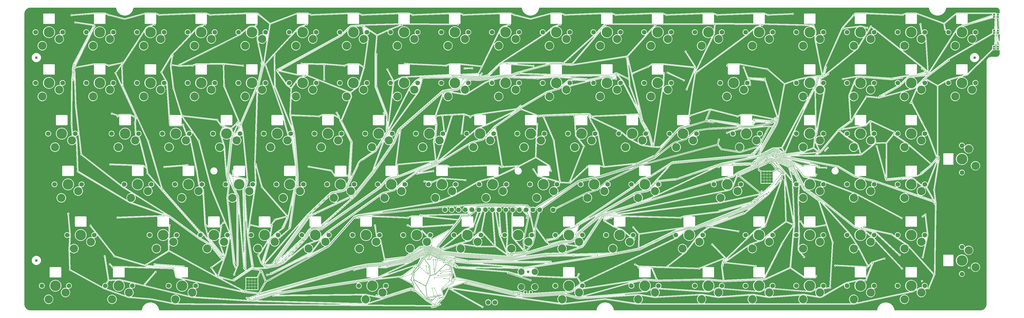
<source format=gbr>
G04 #@! TF.GenerationSoftware,KiCad,Pcbnew,(6.0.0-rc1-dev-711-gaf8715da8)*
G04 #@! TF.CreationDate,2018-11-26T01:45:55-05:00*
G04 #@! TF.ProjectId,Kira,4B6972612E6B696361645F7063620000,1.02c*
G04 #@! TF.SameCoordinates,Original*
G04 #@! TF.FileFunction,Copper,L1,Top,Signal*
G04 #@! TF.FilePolarity,Positive*
%FSLAX46Y46*%
G04 Gerber Fmt 4.6, Leading zero omitted, Abs format (unit mm)*
G04 Created by KiCad (PCBNEW (6.0.0-rc1-dev-711-gaf8715da8)) date 11/26/2018 1:45:55 AM*
%MOMM*%
%LPD*%
G01*
G04 APERTURE LIST*
G04 #@! TA.AperFunction,WasherPad*
%ADD10C,1.752625*%
G04 #@! TD*
G04 #@! TA.AperFunction,WasherPad*
%ADD11C,3.048025*%
G04 #@! TD*
G04 #@! TA.AperFunction,WasherPad*
%ADD12C,3.987825*%
G04 #@! TD*
G04 #@! TA.AperFunction,ComponentPad*
%ADD13C,5.500000*%
G04 #@! TD*
G04 #@! TA.AperFunction,ComponentPad*
%ADD14R,1.100000X1.100000*%
G04 #@! TD*
G04 #@! TA.AperFunction,SMDPad,CuDef*
%ADD15R,0.800000X0.650000*%
G04 #@! TD*
G04 #@! TA.AperFunction,ComponentPad*
%ADD16C,1.800000*%
G04 #@! TD*
G04 #@! TA.AperFunction,BGAPad,CuDef*
%ADD17C,1.000000*%
G04 #@! TD*
G04 #@! TA.AperFunction,WasherPad*
%ADD18C,2.374910*%
G04 #@! TD*
G04 #@! TA.AperFunction,WasherPad*
%ADD19C,0.990610*%
G04 #@! TD*
G04 #@! TA.AperFunction,ViaPad*
%ADD20C,0.355600*%
G04 #@! TD*
G04 #@! TA.AperFunction,Conductor*
%ADD21C,0.101600*%
G04 #@! TD*
G04 #@! TA.AperFunction,Conductor*
%ADD22C,0.203200*%
G04 #@! TD*
G04 APERTURE END LIST*
D10*
G04 #@! TO.P,S99,*
G04 #@! TO.N,*
X360045000Y-147638000D03*
X370205000Y-147638000D03*
D11*
X362585000Y-152718000D03*
X368935000Y-150178000D03*
D12*
X365125000Y-147638000D03*
G04 #@! TD*
D10*
G04 #@! TO.P,S98,*
G04 #@! TO.N,*
X340995000Y-147638000D03*
X351155000Y-147638000D03*
D11*
X343535000Y-152718000D03*
X349885000Y-150178000D03*
D12*
X346075000Y-147638000D03*
G04 #@! TD*
D10*
G04 #@! TO.P,S97,*
G04 #@! TO.N,*
X321945000Y-147638000D03*
X332105000Y-147638000D03*
D11*
X324485000Y-152718000D03*
X330835000Y-150178000D03*
D12*
X327025000Y-147638000D03*
G04 #@! TD*
D10*
G04 #@! TO.P,S96,*
G04 #@! TO.N,*
X302895000Y-147638000D03*
X313055000Y-147638000D03*
D11*
X305435000Y-152718000D03*
X311785000Y-150178000D03*
D12*
X307975000Y-147638000D03*
G04 #@! TD*
D10*
G04 #@! TO.P,S95,*
G04 #@! TO.N,*
X283845000Y-147638000D03*
X294005000Y-147638000D03*
D11*
X286385000Y-152718000D03*
X292735000Y-150178000D03*
D12*
X288925000Y-147638000D03*
G04 #@! TD*
D10*
G04 #@! TO.P,S94,*
G04 #@! TO.N,*
X260032000Y-147638000D03*
X270192000Y-147638000D03*
D11*
X262572000Y-152718000D03*
X268922000Y-150178000D03*
D12*
X265112000Y-147638000D03*
G04 #@! TD*
D10*
G04 #@! TO.P,S93,*
G04 #@! TO.N,*
X231458000Y-147638000D03*
X241618000Y-147638000D03*
D11*
X233998000Y-152718000D03*
X240348000Y-150178000D03*
D12*
X236538000Y-147638000D03*
G04 #@! TD*
D10*
G04 #@! TO.P,S92,*
G04 #@! TO.N,*
X157639000Y-147638000D03*
X167799000Y-147638000D03*
D11*
X160179000Y-152718000D03*
X166529000Y-150178000D03*
D12*
X162719000Y-147638000D03*
G04 #@! TD*
D10*
G04 #@! TO.P,S91,*
G04 #@! TO.N,*
X86201200Y-147638000D03*
X96361200Y-147638000D03*
D11*
X88741200Y-152718000D03*
X95091200Y-150178000D03*
D12*
X91281200Y-147638000D03*
G04 #@! TD*
D10*
G04 #@! TO.P,S90,*
G04 #@! TO.N,*
X62388800Y-147638000D03*
X72548800Y-147638000D03*
D11*
X64928800Y-152718000D03*
X71278800Y-150178000D03*
D12*
X67468800Y-147638000D03*
G04 #@! TD*
D10*
G04 #@! TO.P,S89,*
G04 #@! TO.N,*
X38576200Y-147638000D03*
X48736200Y-147638000D03*
D11*
X41116200Y-152718000D03*
X47466200Y-150178000D03*
D12*
X43656200Y-147638000D03*
G04 #@! TD*
D10*
G04 #@! TO.P,S88,*
G04 #@! TO.N,*
X384175000Y-143192000D03*
X384175000Y-133032000D03*
D11*
X389255000Y-140652000D03*
X386715000Y-134302000D03*
D12*
X384175000Y-138112000D03*
G04 #@! TD*
D10*
G04 #@! TO.P,S87,*
G04 #@! TO.N,*
X360045000Y-128588000D03*
X370205000Y-128588000D03*
D11*
X362585000Y-133668000D03*
X368935000Y-131128000D03*
D12*
X365125000Y-128588000D03*
G04 #@! TD*
D10*
G04 #@! TO.P,S86,*
G04 #@! TO.N,*
X340995000Y-128588000D03*
X351155000Y-128588000D03*
D11*
X343535000Y-133668000D03*
X349885000Y-131128000D03*
D12*
X346075000Y-128588000D03*
G04 #@! TD*
D10*
G04 #@! TO.P,S85,*
G04 #@! TO.N,*
X321945000Y-128588000D03*
X332105000Y-128588000D03*
D11*
X324485000Y-133668000D03*
X330835000Y-131128000D03*
D12*
X327025000Y-128588000D03*
G04 #@! TD*
D10*
G04 #@! TO.P,S84,*
G04 #@! TO.N,*
X302895000Y-128588000D03*
X313055000Y-128588000D03*
D11*
X305435000Y-133668000D03*
X311785000Y-131128000D03*
D12*
X307975000Y-128588000D03*
G04 #@! TD*
D10*
G04 #@! TO.P,S83,*
G04 #@! TO.N,*
X276701000Y-128588000D03*
X286861000Y-128588000D03*
D11*
X279241000Y-133668000D03*
X285591000Y-131128000D03*
D12*
X281781000Y-128588000D03*
G04 #@! TD*
D10*
G04 #@! TO.P,S82,*
G04 #@! TO.N,*
X250508000Y-128588000D03*
X260668000Y-128588000D03*
D11*
X253048000Y-133668000D03*
X259398000Y-131128000D03*
D12*
X255588000Y-128588000D03*
G04 #@! TD*
D10*
G04 #@! TO.P,S81,*
G04 #@! TO.N,*
X231458000Y-128588000D03*
X241618000Y-128588000D03*
D11*
X233998000Y-133668000D03*
X240348000Y-131128000D03*
D12*
X236538000Y-128588000D03*
G04 #@! TD*
G04 #@! TO.P,S80,*
G04 #@! TO.N,*
X217488000Y-128588000D03*
D11*
X221298000Y-131128000D03*
X214948000Y-133668000D03*
D10*
X222568000Y-128588000D03*
X212408000Y-128588000D03*
G04 #@! TD*
D12*
G04 #@! TO.P,S79,*
G04 #@! TO.N,*
X198438000Y-128588000D03*
D11*
X202248000Y-131128000D03*
X195898000Y-133668000D03*
D10*
X203518000Y-128588000D03*
X193358000Y-128588000D03*
G04 #@! TD*
D12*
G04 #@! TO.P,S78,*
G04 #@! TO.N,*
X179388000Y-128588000D03*
D11*
X183198000Y-131128000D03*
X176848000Y-133668000D03*
D10*
X184468000Y-128588000D03*
X174308000Y-128588000D03*
G04 #@! TD*
D12*
G04 #@! TO.P,S77,*
G04 #@! TO.N,*
X160338000Y-128588000D03*
D11*
X164148000Y-131128000D03*
X157798000Y-133668000D03*
D10*
X165418000Y-128588000D03*
X155258000Y-128588000D03*
G04 #@! TD*
G04 #@! TO.P,S76,*
G04 #@! TO.N,*
X136208000Y-128588000D03*
X146368000Y-128588000D03*
D11*
X138748000Y-133668000D03*
X145098000Y-131128000D03*
D12*
X141288000Y-128588000D03*
G04 #@! TD*
D10*
G04 #@! TO.P,S75,*
G04 #@! TO.N,*
X117158000Y-128588000D03*
X127318000Y-128588000D03*
D11*
X119698000Y-133668000D03*
X126048000Y-131128000D03*
D12*
X122238000Y-128588000D03*
G04 #@! TD*
D10*
G04 #@! TO.P,S74,*
G04 #@! TO.N,*
X98108000Y-128588000D03*
X108268000Y-128588000D03*
D11*
X100648000Y-133668000D03*
X106998000Y-131128000D03*
D12*
X103188000Y-128588000D03*
G04 #@! TD*
D10*
G04 #@! TO.P,S73,*
G04 #@! TO.N,*
X79057500Y-128588000D03*
X89217500Y-128588000D03*
D11*
X81597500Y-133668000D03*
X87947500Y-131128000D03*
D12*
X84137500Y-128588000D03*
G04 #@! TD*
D10*
G04 #@! TO.P,S72,*
G04 #@! TO.N,*
X48101200Y-128588000D03*
X58261200Y-128588000D03*
D11*
X50641200Y-133668000D03*
X56991200Y-131128000D03*
D12*
X53181200Y-128588000D03*
G04 #@! TD*
D10*
G04 #@! TO.P,S71,*
G04 #@! TO.N,*
X360045000Y-109538000D03*
X370205000Y-109538000D03*
D11*
X362585000Y-114618000D03*
X368935000Y-112078000D03*
D12*
X365125000Y-109538000D03*
G04 #@! TD*
D10*
G04 #@! TO.P,S70,*
G04 #@! TO.N,*
X340995000Y-109538000D03*
X351155000Y-109538000D03*
D11*
X343535000Y-114618000D03*
X349885000Y-112078000D03*
D12*
X346075000Y-109538000D03*
G04 #@! TD*
D10*
G04 #@! TO.P,S69,*
G04 #@! TO.N,*
X321945000Y-109538000D03*
X332105000Y-109538000D03*
D11*
X324485000Y-114618000D03*
X330835000Y-112078000D03*
D12*
X327025000Y-109538000D03*
G04 #@! TD*
D10*
G04 #@! TO.P,S68,*
G04 #@! TO.N,*
X290989000Y-109538000D03*
X301149000Y-109538000D03*
D11*
X293529000Y-114618000D03*
X299879000Y-112078000D03*
D12*
X296069000Y-109538000D03*
G04 #@! TD*
D10*
G04 #@! TO.P,S67,*
G04 #@! TO.N,*
X260032000Y-109538000D03*
X270192000Y-109538000D03*
D11*
X262572000Y-114618000D03*
X268922000Y-112078000D03*
D12*
X265112000Y-109538000D03*
G04 #@! TD*
D10*
G04 #@! TO.P,S66,*
G04 #@! TO.N,*
X240982000Y-109538000D03*
X251142000Y-109538000D03*
D11*
X243522000Y-114618000D03*
X249872000Y-112078000D03*
D12*
X246062000Y-109538000D03*
G04 #@! TD*
D10*
G04 #@! TO.P,S65,*
G04 #@! TO.N,*
X221932000Y-109538000D03*
X232092000Y-109538000D03*
D11*
X224472000Y-114618000D03*
X230822000Y-112078000D03*
D12*
X227012000Y-109538000D03*
G04 #@! TD*
D10*
G04 #@! TO.P,S64,*
G04 #@! TO.N,*
X202882000Y-109538000D03*
X213042000Y-109538000D03*
D11*
X205422000Y-114618000D03*
X211772000Y-112078000D03*
D12*
X207962000Y-109538000D03*
G04 #@! TD*
G04 #@! TO.P,S63,*
G04 #@! TO.N,*
X188912000Y-109538000D03*
D11*
X192722000Y-112078000D03*
X186372000Y-114618000D03*
D10*
X193992000Y-109538000D03*
X183832000Y-109538000D03*
G04 #@! TD*
G04 #@! TO.P,S62,*
G04 #@! TO.N,*
X164782000Y-109538000D03*
X174942000Y-109538000D03*
D11*
X167322000Y-114618000D03*
X173672000Y-112078000D03*
D12*
X169862000Y-109538000D03*
G04 #@! TD*
D10*
G04 #@! TO.P,S61,*
G04 #@! TO.N,*
X145732000Y-109538000D03*
X155892000Y-109538000D03*
D11*
X148272000Y-114618000D03*
X154622000Y-112078000D03*
D12*
X150812000Y-109538000D03*
G04 #@! TD*
D10*
G04 #@! TO.P,S60,*
G04 #@! TO.N,*
X126682000Y-109538000D03*
X136842000Y-109538000D03*
D11*
X129222000Y-114618000D03*
X135572000Y-112078000D03*
D12*
X131762000Y-109538000D03*
G04 #@! TD*
D10*
G04 #@! TO.P,S59,*
G04 #@! TO.N,*
X107632000Y-109538000D03*
X117792000Y-109538000D03*
D11*
X110172000Y-114618000D03*
X116522000Y-112078000D03*
D12*
X112712000Y-109538000D03*
G04 #@! TD*
D10*
G04 #@! TO.P,S58,*
G04 #@! TO.N,*
X88582500Y-109538000D03*
X98742500Y-109538000D03*
D11*
X91122500Y-114618000D03*
X97472500Y-112078000D03*
D12*
X93662500Y-109538000D03*
G04 #@! TD*
D10*
G04 #@! TO.P,S57,*
G04 #@! TO.N,*
X69532500Y-109538000D03*
X79692500Y-109538000D03*
D11*
X72072500Y-114618000D03*
X78422500Y-112078000D03*
D12*
X74612500Y-109538000D03*
G04 #@! TD*
D10*
G04 #@! TO.P,S56,*
G04 #@! TO.N,*
X43338800Y-109538000D03*
X53498800Y-109538000D03*
D11*
X45878800Y-114618000D03*
X52228800Y-112078000D03*
D12*
X48418800Y-109538000D03*
G04 #@! TD*
D10*
G04 #@! TO.P,S55,*
G04 #@! TO.N,*
X384175000Y-105092000D03*
X384175000Y-94932000D03*
D11*
X389255000Y-102552000D03*
X386715000Y-96202000D03*
D12*
X384175000Y-100012000D03*
G04 #@! TD*
D10*
G04 #@! TO.P,S54,*
G04 #@! TO.N,*
X360045000Y-90487500D03*
X370205000Y-90487500D03*
D11*
X362585000Y-95567500D03*
X368935000Y-93027500D03*
D12*
X365125000Y-90487500D03*
G04 #@! TD*
D10*
G04 #@! TO.P,S53,*
G04 #@! TO.N,*
X340995000Y-90487500D03*
X351155000Y-90487500D03*
D11*
X343535000Y-95567500D03*
X349885000Y-93027500D03*
D12*
X346075000Y-90487500D03*
G04 #@! TD*
D10*
G04 #@! TO.P,S52,*
G04 #@! TO.N,*
X321945000Y-90487500D03*
X332105000Y-90487500D03*
D11*
X324485000Y-95567500D03*
X330835000Y-93027500D03*
D12*
X327025000Y-90487500D03*
G04 #@! TD*
D10*
G04 #@! TO.P,S51,*
G04 #@! TO.N,*
X298132000Y-90487500D03*
X308292000Y-90487500D03*
D11*
X300672000Y-95567500D03*
X307022000Y-93027500D03*
D12*
X303212000Y-90487500D03*
G04 #@! TD*
D10*
G04 #@! TO.P,S50,*
G04 #@! TO.N,*
X274320000Y-90487500D03*
X284480000Y-90487500D03*
D11*
X276860000Y-95567500D03*
X283210000Y-93027500D03*
D12*
X279400000Y-90487500D03*
G04 #@! TD*
D10*
G04 #@! TO.P,S49,*
G04 #@! TO.N,*
X255270000Y-90487500D03*
X265430000Y-90487500D03*
D11*
X257810000Y-95567500D03*
X264160000Y-93027500D03*
D12*
X260350000Y-90487500D03*
G04 #@! TD*
D10*
G04 #@! TO.P,S48,*
G04 #@! TO.N,*
X236220000Y-90487500D03*
X246380000Y-90487500D03*
D11*
X238760000Y-95567500D03*
X245110000Y-93027500D03*
D12*
X241300000Y-90487500D03*
G04 #@! TD*
D10*
G04 #@! TO.P,S47,*
G04 #@! TO.N,*
X217170000Y-90487500D03*
X227330000Y-90487500D03*
D11*
X219710000Y-95567500D03*
X226060000Y-93027500D03*
D12*
X222250000Y-90487500D03*
G04 #@! TD*
D10*
G04 #@! TO.P,S46,*
G04 #@! TO.N,*
X198120000Y-90487500D03*
X208280000Y-90487500D03*
D11*
X200660000Y-95567500D03*
X207010000Y-93027500D03*
D12*
X203200000Y-90487500D03*
G04 #@! TD*
D10*
G04 #@! TO.P,S45,*
G04 #@! TO.N,*
X179070000Y-90487500D03*
X189230000Y-90487500D03*
D11*
X181610000Y-95567500D03*
X187960000Y-93027500D03*
D12*
X184150000Y-90487500D03*
G04 #@! TD*
D10*
G04 #@! TO.P,S44,*
G04 #@! TO.N,*
X160020000Y-90487500D03*
X170180000Y-90487500D03*
D11*
X162560000Y-95567500D03*
X168910000Y-93027500D03*
D12*
X165100000Y-90487500D03*
G04 #@! TD*
D10*
G04 #@! TO.P,S43,*
G04 #@! TO.N,*
X140970000Y-90487500D03*
X151130000Y-90487500D03*
D11*
X143510000Y-95567500D03*
X149860000Y-93027500D03*
D12*
X146050000Y-90487500D03*
G04 #@! TD*
D10*
G04 #@! TO.P,S42,*
G04 #@! TO.N,*
X121920000Y-90487500D03*
X132080000Y-90487500D03*
D11*
X124460000Y-95567500D03*
X130810000Y-93027500D03*
D12*
X127000000Y-90487500D03*
G04 #@! TD*
D10*
G04 #@! TO.P,S41,*
G04 #@! TO.N,*
X102870000Y-90487500D03*
X113030000Y-90487500D03*
D11*
X105410000Y-95567500D03*
X111760000Y-93027500D03*
D12*
X107950000Y-90487500D03*
G04 #@! TD*
D10*
G04 #@! TO.P,S40,*
G04 #@! TO.N,*
X83820000Y-90487500D03*
X93980000Y-90487500D03*
D11*
X86360000Y-95567500D03*
X92710000Y-93027500D03*
D12*
X88900000Y-90487500D03*
G04 #@! TD*
D10*
G04 #@! TO.P,S39,*
G04 #@! TO.N,*
X64770000Y-90487500D03*
X74930000Y-90487500D03*
D11*
X67310000Y-95567500D03*
X73660000Y-93027500D03*
D12*
X69850000Y-90487500D03*
G04 #@! TD*
D10*
G04 #@! TO.P,S38,*
G04 #@! TO.N,*
X40957500Y-90487500D03*
X51117500Y-90487500D03*
D11*
X43497500Y-95567500D03*
X49847500Y-93027500D03*
D12*
X46037500Y-90487500D03*
G04 #@! TD*
D10*
G04 #@! TO.P,S37,*
G04 #@! TO.N,*
X379095000Y-71437500D03*
X389255000Y-71437500D03*
D11*
X381635000Y-76517500D03*
X387985000Y-73977500D03*
D12*
X384175000Y-71437500D03*
G04 #@! TD*
D10*
G04 #@! TO.P,S36,*
G04 #@! TO.N,*
X360045000Y-71437500D03*
X370205000Y-71437500D03*
D11*
X362585000Y-76517500D03*
X368935000Y-73977500D03*
D12*
X365125000Y-71437500D03*
G04 #@! TD*
D10*
G04 #@! TO.P,S35,*
G04 #@! TO.N,*
X340995000Y-71437500D03*
X351155000Y-71437500D03*
D11*
X343535000Y-76517500D03*
X349885000Y-73977500D03*
D12*
X346075000Y-71437500D03*
G04 #@! TD*
D10*
G04 #@! TO.P,S34,*
G04 #@! TO.N,*
X321945000Y-71437500D03*
X332105000Y-71437500D03*
D11*
X324485000Y-76517500D03*
X330835000Y-73977500D03*
D12*
X327025000Y-71437500D03*
G04 #@! TD*
D10*
G04 #@! TO.P,S33,*
G04 #@! TO.N,*
X293370000Y-71437500D03*
X303530000Y-71437500D03*
D11*
X295910000Y-76517500D03*
X302260000Y-73977500D03*
D12*
X298450000Y-71437500D03*
G04 #@! TD*
D10*
G04 #@! TO.P,S32,*
G04 #@! TO.N,*
X264795000Y-71437500D03*
X274955000Y-71437500D03*
D11*
X267335000Y-76517500D03*
X273685000Y-73977500D03*
D12*
X269875000Y-71437500D03*
G04 #@! TD*
D10*
G04 #@! TO.P,S31,*
G04 #@! TO.N,*
X245745000Y-71437500D03*
X255905000Y-71437500D03*
D11*
X248285000Y-76517500D03*
X254635000Y-73977500D03*
D12*
X250825000Y-71437500D03*
G04 #@! TD*
D10*
G04 #@! TO.P,S30,*
G04 #@! TO.N,*
X226695000Y-71437500D03*
X236855000Y-71437500D03*
D11*
X229235000Y-76517500D03*
X235585000Y-73977500D03*
D12*
X231775000Y-71437500D03*
G04 #@! TD*
D10*
G04 #@! TO.P,S29,*
G04 #@! TO.N,*
X207645000Y-71437500D03*
X217805000Y-71437500D03*
D11*
X210185000Y-76517500D03*
X216535000Y-73977500D03*
D12*
X212725000Y-71437500D03*
G04 #@! TD*
D10*
G04 #@! TO.P,S28,*
G04 #@! TO.N,*
X188595000Y-71437500D03*
X198755000Y-71437500D03*
D11*
X191135000Y-76517500D03*
X197485000Y-73977500D03*
D12*
X193675000Y-71437500D03*
G04 #@! TD*
D10*
G04 #@! TO.P,S27,*
G04 #@! TO.N,*
X169545000Y-71437500D03*
X179705000Y-71437500D03*
D11*
X172085000Y-76517500D03*
X178435000Y-73977500D03*
D12*
X174625000Y-71437500D03*
G04 #@! TD*
D10*
G04 #@! TO.P,S26,*
G04 #@! TO.N,*
X150495000Y-71437500D03*
X160655000Y-71437500D03*
D11*
X153035000Y-76517500D03*
X159385000Y-73977500D03*
D12*
X155575000Y-71437500D03*
G04 #@! TD*
D10*
G04 #@! TO.P,S25,*
G04 #@! TO.N,*
X131445000Y-71437500D03*
X141605000Y-71437500D03*
D11*
X133985000Y-76517500D03*
X140335000Y-73977500D03*
D12*
X136525000Y-71437500D03*
G04 #@! TD*
D10*
G04 #@! TO.P,S24,*
G04 #@! TO.N,*
X112395000Y-71437500D03*
X122555000Y-71437500D03*
D11*
X114935000Y-76517500D03*
X121285000Y-73977500D03*
D12*
X117475000Y-71437500D03*
G04 #@! TD*
D10*
G04 #@! TO.P,S23,*
G04 #@! TO.N,*
X93345000Y-71437500D03*
X103505000Y-71437500D03*
D11*
X95885000Y-76517500D03*
X102235000Y-73977500D03*
D12*
X98425000Y-71437500D03*
G04 #@! TD*
D10*
G04 #@! TO.P,S22,*
G04 #@! TO.N,*
X74295000Y-71437500D03*
X84455000Y-71437500D03*
D11*
X76835000Y-76517500D03*
X83185000Y-73977500D03*
D12*
X79375000Y-71437500D03*
G04 #@! TD*
D10*
G04 #@! TO.P,S21,*
G04 #@! TO.N,*
X55245000Y-71437500D03*
X65405000Y-71437500D03*
D11*
X57785000Y-76517500D03*
X64135000Y-73977500D03*
D12*
X60325000Y-71437500D03*
G04 #@! TD*
D10*
G04 #@! TO.P,S20,*
G04 #@! TO.N,*
X36195000Y-71437500D03*
X46355000Y-71437500D03*
D11*
X38735000Y-76517500D03*
X45085000Y-73977500D03*
D12*
X41275000Y-71437500D03*
G04 #@! TD*
D10*
G04 #@! TO.P,S19,*
G04 #@! TO.N,*
X379095000Y-52387500D03*
X389255000Y-52387500D03*
D11*
X381635000Y-57467500D03*
X387985000Y-54927500D03*
D12*
X384175000Y-52387500D03*
G04 #@! TD*
D10*
G04 #@! TO.P,S18,*
G04 #@! TO.N,*
X360045000Y-52387500D03*
X370205000Y-52387500D03*
D11*
X362585000Y-57467500D03*
X368935000Y-54927500D03*
D12*
X365125000Y-52387500D03*
G04 #@! TD*
D10*
G04 #@! TO.P,S17,*
G04 #@! TO.N,*
X340995000Y-52387500D03*
X351155000Y-52387500D03*
D11*
X343535000Y-57467500D03*
X349885000Y-54927500D03*
D12*
X346075000Y-52387500D03*
G04 #@! TD*
D10*
G04 #@! TO.P,S16,*
G04 #@! TO.N,*
X321945000Y-52387500D03*
X332105000Y-52387500D03*
D11*
X324485000Y-57467500D03*
X330835000Y-54927500D03*
D12*
X327025000Y-52387500D03*
G04 #@! TD*
D10*
G04 #@! TO.P,S15,*
G04 #@! TO.N,*
X302895000Y-52387500D03*
X313055000Y-52387500D03*
D11*
X305435000Y-57467500D03*
X311785000Y-54927500D03*
D12*
X307975000Y-52387500D03*
G04 #@! TD*
D10*
G04 #@! TO.P,S14,*
G04 #@! TO.N,*
X283845000Y-52387500D03*
X294005000Y-52387500D03*
D11*
X286385000Y-57467500D03*
X292735000Y-54927500D03*
D12*
X288925000Y-52387500D03*
G04 #@! TD*
D10*
G04 #@! TO.P,S13,*
G04 #@! TO.N,*
X264795000Y-52387500D03*
X274955000Y-52387500D03*
D11*
X267335000Y-57467500D03*
X273685000Y-54927500D03*
D12*
X269875000Y-52387500D03*
G04 #@! TD*
D10*
G04 #@! TO.P,S12,*
G04 #@! TO.N,*
X245745000Y-52387500D03*
X255905000Y-52387500D03*
D11*
X248285000Y-57467500D03*
X254635000Y-54927500D03*
D12*
X250825000Y-52387500D03*
G04 #@! TD*
D10*
G04 #@! TO.P,S11,*
G04 #@! TO.N,*
X226695000Y-52387500D03*
X236855000Y-52387500D03*
D11*
X229235000Y-57467500D03*
X235585000Y-54927500D03*
D12*
X231775000Y-52387500D03*
G04 #@! TD*
D10*
G04 #@! TO.P,S10,*
G04 #@! TO.N,*
X207645000Y-52387500D03*
X217805000Y-52387500D03*
D11*
X210185000Y-57467500D03*
X216535000Y-54927500D03*
D12*
X212725000Y-52387500D03*
G04 #@! TD*
D10*
G04 #@! TO.P,S9,*
G04 #@! TO.N,*
X188595000Y-52387500D03*
X198755000Y-52387500D03*
D11*
X191135000Y-57467500D03*
X197485000Y-54927500D03*
D12*
X193675000Y-52387500D03*
G04 #@! TD*
D10*
G04 #@! TO.P,S8,*
G04 #@! TO.N,*
X169545000Y-52387500D03*
X179705000Y-52387500D03*
D11*
X172085000Y-57467500D03*
X178435000Y-54927500D03*
D12*
X174625000Y-52387500D03*
G04 #@! TD*
D10*
G04 #@! TO.P,S7,*
G04 #@! TO.N,*
X150495000Y-52387500D03*
X160655000Y-52387500D03*
D11*
X153035000Y-57467500D03*
X159385000Y-54927500D03*
D12*
X155575000Y-52387500D03*
G04 #@! TD*
D10*
G04 #@! TO.P,S6,*
G04 #@! TO.N,*
X131445000Y-52387500D03*
X141605000Y-52387500D03*
D11*
X133985000Y-57467500D03*
X140335000Y-54927500D03*
D12*
X136525000Y-52387500D03*
G04 #@! TD*
D10*
G04 #@! TO.P,S5,*
G04 #@! TO.N,*
X112395000Y-52387500D03*
X122555000Y-52387500D03*
D11*
X114935000Y-57467500D03*
X121285000Y-54927500D03*
D12*
X117475000Y-52387500D03*
G04 #@! TD*
D10*
G04 #@! TO.P,S4,*
G04 #@! TO.N,*
X93345000Y-52387500D03*
X103505000Y-52387500D03*
D11*
X95885000Y-57467500D03*
X102235000Y-54927500D03*
D12*
X98425000Y-52387500D03*
G04 #@! TD*
D10*
G04 #@! TO.P,S3,*
G04 #@! TO.N,*
X74295000Y-52387500D03*
X84455000Y-52387500D03*
D11*
X76835000Y-57467500D03*
X83185000Y-54927500D03*
D12*
X79375000Y-52387500D03*
G04 #@! TD*
D10*
G04 #@! TO.P,S2,*
G04 #@! TO.N,*
X55245000Y-52387500D03*
X65405000Y-52387500D03*
D11*
X57785000Y-57467500D03*
X64135000Y-54927500D03*
D12*
X60325000Y-52387500D03*
G04 #@! TD*
D10*
G04 #@! TO.P,S1,*
G04 #@! TO.N,*
X36195000Y-52387500D03*
X46355000Y-52387500D03*
D11*
X38735000Y-57467500D03*
X45085000Y-54927500D03*
D12*
X41275000Y-52387500D03*
G04 #@! TD*
D13*
G04 #@! TO.P,MH1,1*
G04 #@! TO.N,/mcu/SHLD*
X160312000Y-103022000D03*
G04 #@! TD*
G04 #@! TO.P,MH2,1*
G04 #@! TO.N,/mcu/SHLD*
X276555000Y-104508000D03*
G04 #@! TD*
D14*
G04 #@! TO.P,U3,48*
G04 #@! TO.N,GND*
X312590000Y-108537000D03*
X311490000Y-108537000D03*
X309290000Y-108537000D03*
X310390000Y-108537000D03*
X310390000Y-107437000D03*
X309290000Y-107437000D03*
X311490000Y-107437000D03*
X312590000Y-107437000D03*
X312590000Y-105237000D03*
X311490000Y-105237000D03*
X309290000Y-105237000D03*
X310390000Y-105237000D03*
X310390000Y-106337000D03*
X309290000Y-106337000D03*
X311490000Y-106337000D03*
X312590000Y-106337000D03*
G04 #@! TD*
G04 #@! TO.P,U2,48*
G04 #@! TO.N,GND*
X119153000Y-148440000D03*
X118053000Y-148440000D03*
X115853000Y-148440000D03*
X116953000Y-148440000D03*
X116953000Y-147340000D03*
X115853000Y-147340000D03*
X118053000Y-147340000D03*
X119153000Y-147340000D03*
X119153000Y-145140000D03*
X118053000Y-145140000D03*
X115853000Y-145140000D03*
X116953000Y-145140000D03*
X116953000Y-146240000D03*
X115853000Y-146240000D03*
X118053000Y-146240000D03*
X119153000Y-146240000D03*
G04 #@! TD*
D15*
G04 #@! TO.P,LED128,3*
G04 #@! TO.N,/ledmatrix/LD2_SW10*
X397713900Y-57766200D03*
G04 #@! TO.P,LED128,2*
G04 #@! TO.N,/ledmatrix/LD2_SW11*
X396213900Y-57766200D03*
G04 #@! TO.P,LED128,1*
G04 #@! TO.N,/ledmatrix/LD2_CS16*
X396213900Y-58616200D03*
G04 #@! TO.P,LED128,4*
G04 #@! TO.N,/ledmatrix/LD2_SW12*
X397713900Y-58616200D03*
G04 #@! TD*
G04 #@! TO.P,LED127,3*
G04 #@! TO.N,/ledmatrix/LD2_SW10*
X397713900Y-51771800D03*
G04 #@! TO.P,LED127,2*
G04 #@! TO.N,/ledmatrix/LD2_SW11*
X396213900Y-51771800D03*
G04 #@! TO.P,LED127,1*
G04 #@! TO.N,/ledmatrix/LD2_CS15*
X396213900Y-52621800D03*
G04 #@! TO.P,LED127,4*
G04 #@! TO.N,/ledmatrix/LD2_SW12*
X397713900Y-52621800D03*
G04 #@! TD*
G04 #@! TO.P,LED126,3*
G04 #@! TO.N,/ledmatrix/LD2_SW10*
X397713900Y-45777400D03*
G04 #@! TO.P,LED126,2*
G04 #@! TO.N,/ledmatrix/LD2_SW11*
X396213900Y-45777400D03*
G04 #@! TO.P,LED126,1*
G04 #@! TO.N,/ledmatrix/LD2_CS14*
X396213900Y-46627400D03*
G04 #@! TO.P,LED126,4*
G04 #@! TO.N,/ledmatrix/LD2_SW12*
X397713900Y-46627400D03*
G04 #@! TD*
D16*
G04 #@! TO.P,P3,17*
G04 #@! TO.N,/mcu/SCL1*
X190024000Y-119062000D03*
G04 #@! TO.P,P3,16*
G04 #@! TO.N,/mcu/SDA1*
X192564000Y-119062000D03*
G04 #@! TO.P,P3,15*
G04 #@! TO.N,/mcu/SCL0*
X195104000Y-119062000D03*
G04 #@! TO.P,P3,14*
G04 #@! TO.N,/mcu/SDA0*
X197644000Y-119062000D03*
G04 #@! TO.P,P3,13*
G04 #@! TO.N,/mcu/I_TX0*
X200184000Y-119062000D03*
G04 #@! TO.P,P3,12*
G04 #@! TO.N,/mcu/I_RX0*
X202724000Y-119062000D03*
G04 #@! TO.P,P3,11*
G04 #@! TO.N,/mcu/D_TX1*
X205264000Y-119062000D03*
G04 #@! TO.P,P3,10*
G04 #@! TO.N,/mcu/D_RX1*
X207804000Y-119062000D03*
G04 #@! TO.P,P3,9*
G04 #@! TO.N,/mcu/MCU_RESET*
X210344000Y-119062000D03*
G04 #@! TO.P,P3,8*
G04 #@! TO.N,/mcu/SWD_CLK*
X212884000Y-119062000D03*
G04 #@! TO.P,P3,7*
G04 #@! TO.N,/mcu/SWD_DIO*
X215424000Y-119062000D03*
G04 #@! TO.P,P3,6*
G04 #@! TO.N,+1.2V*
X217964000Y-119062000D03*
G04 #@! TO.P,P3,5*
G04 #@! TO.N,+3.3V*
X220504000Y-119062000D03*
G04 #@! TO.P,P3,4*
G04 #@! TO.N,+5V*
X223044000Y-119062000D03*
G04 #@! TO.P,P3,3*
G04 #@! TO.N,+VBUS*
X225584000Y-119062000D03*
G04 #@! TO.P,P3,2*
G04 #@! TO.N,/mcu/SHLD*
X228124000Y-119062000D03*
G04 #@! TO.P,P3,1*
G04 #@! TO.N,GND*
X230664000Y-119062000D03*
G04 #@! TD*
D13*
G04 #@! TO.P,MH3,1*
G04 #@! TO.N,/mcu/SHLD*
X317500000Y-61912500D03*
G04 #@! TD*
D17*
G04 #@! TO.P,FID3,*
G04 #@! TO.N,*
X36512500Y-138112000D03*
G04 #@! TD*
G04 #@! TO.P,FID1,*
G04 #@! TO.N,*
X36512500Y-61912500D03*
G04 #@! TD*
G04 #@! TO.P,FID2,*
G04 #@! TO.N,*
X388938000Y-61912500D03*
G04 #@! TD*
D18*
G04 #@! TO.P,P1,*
G04 #@! TO.N,*
X223729000Y-148095000D03*
X223729000Y-142380000D03*
X218649000Y-148095000D03*
X218649000Y-142380000D03*
D19*
X222205000Y-150000000D03*
X220173000Y-150000000D03*
X221189000Y-142380000D03*
G04 #@! TD*
D16*
G04 #@! TO.P,JP1,2*
G04 #@! TO.N,+3.3V*
X208788000Y-153860000D03*
G04 #@! TO.P,JP1,1*
G04 #@! TO.N,Net-(JP1-Pad1)*
X206248000Y-153860000D03*
G04 #@! TD*
D20*
G04 #@! TO.N,*
X369189000Y-145910300D03*
X386816600Y-140906500D03*
G04 #@! TO.N,/Row1*
X339575300Y-50989300D03*
X348641900Y-50759800D03*
X184979800Y-101758700D03*
X192643300Y-83758600D03*
G04 #@! TO.N,/Row2*
X357766800Y-69758400D03*
X189459800Y-75229000D03*
X224731100Y-69758000D03*
X205383500Y-71117000D03*
X304434400Y-69954700D03*
X309968800Y-70483700D03*
X339453700Y-69975500D03*
X370684800Y-67290800D03*
X185619800Y-137834000D03*
X185814500Y-141346400D03*
X186131200Y-93560900D03*
X243102100Y-69987200D03*
G04 #@! TO.N,/Row3*
X358510500Y-89722100D03*
X295979100Y-90167000D03*
X339197000Y-88808500D03*
X372461900Y-101817400D03*
X312820400Y-87820700D03*
X185041600Y-136903900D03*
X184488305Y-137697856D03*
G04 #@! TO.N,/Row4*
X320118900Y-107848200D03*
X185140600Y-108712000D03*
X184271300Y-136498900D03*
X183982209Y-137718926D03*
X300052200Y-106386400D03*
X197669200Y-107974600D03*
X182298500Y-108427300D03*
G04 #@! TO.N,/Row5*
X357741500Y-128267300D03*
X191335100Y-126908500D03*
X184955500Y-132534800D03*
X183444998Y-137727500D03*
X183967600Y-136116000D03*
X289956900Y-125583000D03*
X300209000Y-127186900D03*
X181381400Y-127000000D03*
X373589100Y-143285600D03*
X346387300Y-125772100D03*
G04 #@! TO.N,/Row6*
X186145400Y-154551600D03*
X164334200Y-151218900D03*
X187873300Y-151535100D03*
G04 #@! TO.N,/Col1*
X177210300Y-149167500D03*
X178308100Y-149526100D03*
X50263000Y-70237800D03*
X50815800Y-64573200D03*
X62207700Y-136475800D03*
X63169800Y-146227800D03*
G04 #@! TO.N,/Col2*
X68958400Y-72669200D03*
X83769200Y-111252000D03*
X97667600Y-126938900D03*
X78484500Y-93337100D03*
X68663200Y-65016800D03*
X81284400Y-142440400D03*
X77297400Y-147051500D03*
X173364400Y-144566800D03*
X177663000Y-146814200D03*
G04 #@! TO.N,/Col3*
X97534500Y-93123700D03*
X88009500Y-73458400D03*
X109157300Y-129515000D03*
X102297000Y-111294900D03*
X87677000Y-61085200D03*
X104751000Y-143798900D03*
G04 #@! TO.N,/Col4*
X121276900Y-110560000D03*
X107058400Y-72669500D03*
X112639600Y-88090400D03*
X129026000Y-125641400D03*
X118982700Y-102066000D03*
X106851500Y-64665600D03*
G04 #@! TO.N,/Col5*
X133189800Y-91414500D03*
X126108400Y-72669600D03*
X134421300Y-109972300D03*
X131547300Y-125754000D03*
X125978100Y-61002900D03*
G04 #@! TO.N,/Col6*
X154684500Y-93712500D03*
X178462700Y-140803100D03*
X144624400Y-70218000D03*
X144621900Y-64746600D03*
X174056200Y-143955300D03*
X149346200Y-82676300D03*
X153862900Y-107384200D03*
G04 #@! TO.N,/Col7*
X164208900Y-72661800D03*
X164234600Y-60595300D03*
X168106400Y-88984000D03*
X183833100Y-140486600D03*
X180670200Y-140665200D03*
G04 #@! TO.N,/Col8*
X187087700Y-137830500D03*
X186207400Y-142163800D03*
X193253300Y-139830500D03*
X189000400Y-83967100D03*
X189697500Y-89225600D03*
G04 #@! TO.N,/Col9*
X220663600Y-117842100D03*
X223393000Y-127330200D03*
X197161200Y-83535900D03*
X196240400Y-90551000D03*
G04 #@! TO.N,/Col10*
X240270900Y-143308100D03*
X230884500Y-93076600D03*
X227037300Y-84180500D03*
X240881000Y-146368300D03*
X233170000Y-108437000D03*
X189362500Y-138883600D03*
G04 #@! TO.N,/ledmatrix/LD1_CS1*
X53375200Y-98309300D03*
X51320500Y-79748900D03*
X50767600Y-66452700D03*
X51134500Y-48713600D03*
X106232000Y-137402300D03*
G04 #@! TO.N,/ledmatrix/LD1_SW3*
X292303000Y-45879100D03*
X82753000Y-45879100D03*
X235153000Y-45879100D03*
X120212200Y-45878000D03*
X254203000Y-45879100D03*
X311353000Y-45879100D03*
X139903000Y-45879100D03*
X101802700Y-45879100D03*
X178003000Y-45879100D03*
X158953000Y-45879100D03*
X216031200Y-45878000D03*
X197053000Y-45879100D03*
X63632300Y-45878000D03*
X273253100Y-45879100D03*
X320627900Y-45490100D03*
X110654500Y-145331400D03*
X49728000Y-45988700D03*
G04 #@! TO.N,/ledmatrix/LD1_CS2*
X50279500Y-67448000D03*
X52095200Y-104701900D03*
X49720600Y-86482600D03*
X105593000Y-136924600D03*
X58063300Y-50070100D03*
G04 #@! TO.N,/ledmatrix/LD1_CS3*
X66272000Y-67696600D03*
X78295600Y-105357200D03*
X80879800Y-49436900D03*
X73609200Y-86258400D03*
X106296700Y-136631700D03*
G04 #@! TO.N,/ledmatrix/LD1_CS4*
X83431400Y-67426000D03*
X96798700Y-104528500D03*
X106799800Y-136544200D03*
X99927200Y-49436900D03*
X91592400Y-87172800D03*
G04 #@! TO.N,/ledmatrix/LD1_CS5*
X113403500Y-87039600D03*
X115625400Y-105887500D03*
X117528200Y-140140500D03*
X119150000Y-49436900D03*
X90295500Y-64653100D03*
G04 #@! TO.N,/ledmatrix/LD1_CS6*
X122453400Y-64439800D03*
X134146400Y-105887500D03*
X129929100Y-86837000D03*
X138027300Y-49436900D03*
X121312300Y-138961100D03*
G04 #@! TO.N,/ledmatrix/LD1_CS7*
X151085300Y-85659300D03*
X154495100Y-105452700D03*
X127267300Y-66763200D03*
X122248200Y-139291600D03*
X159091800Y-50319300D03*
G04 #@! TO.N,/ledmatrix/LD1_CS8*
X167848300Y-83349700D03*
X172246400Y-105887500D03*
X173220500Y-89467800D03*
X122489900Y-139752900D03*
X128462700Y-66287800D03*
X173758200Y-49691000D03*
G04 #@! TO.N,/ledmatrix/LD1_CS9*
X123125100Y-140338200D03*
X186619100Y-100813700D03*
X186533400Y-87000800D03*
X137539900Y-68741000D03*
X194877100Y-49436900D03*
G04 #@! TO.N,/ledmatrix/LD1_CS10*
X168376600Y-66370200D03*
X202914400Y-68515800D03*
X214229800Y-49436900D03*
X125245600Y-139281700D03*
X208900900Y-88344700D03*
X211487600Y-102557700D03*
G04 #@! TO.N,/ledmatrix/LD1_CS11*
X206133700Y-68485500D03*
X123197900Y-143562900D03*
X224633400Y-86837000D03*
X229768400Y-104444800D03*
X233277300Y-49436900D03*
X196001700Y-68922200D03*
G04 #@! TO.N,/ledmatrix/LD1_CS12*
X237842600Y-64308300D03*
X244983100Y-85891300D03*
X243941200Y-83673100D03*
X181540300Y-69590500D03*
X249671300Y-102609700D03*
X250274600Y-49672300D03*
X126235200Y-138471500D03*
G04 #@! TO.N,/ledmatrix/LD1_CS13*
X264206500Y-85643500D03*
X196743500Y-69868800D03*
X268027500Y-94818400D03*
X269008200Y-49691000D03*
X126063800Y-139242200D03*
G04 #@! TO.N,/ledmatrix/LD1_CS14*
X270764800Y-95534700D03*
X281783400Y-85478000D03*
X291346200Y-49584400D03*
X218452300Y-81254900D03*
X124639000Y-142905200D03*
G04 #@! TO.N,/ledmatrix/LD1_CS15*
X284377600Y-67560400D03*
X126585200Y-139156100D03*
X258817900Y-69881900D03*
X314300400Y-98702700D03*
X329414400Y-105887500D03*
X217822700Y-67971500D03*
X309135400Y-49688300D03*
G04 #@! TO.N,/ledmatrix/LD1_CS16*
X234516200Y-63935100D03*
X328346600Y-49772500D03*
X331706500Y-68480200D03*
X126502600Y-138039400D03*
X338253700Y-89489100D03*
X346165600Y-98009100D03*
G04 #@! TO.N,/ledmatrix/LD1_SW4*
X152196100Y-64928800D03*
X114096900Y-64929100D03*
X190297000Y-64929100D03*
X95047000Y-64929100D03*
X203562800Y-65226500D03*
X159308900Y-65355900D03*
X136201400Y-64228100D03*
X213179100Y-64228100D03*
X223203500Y-65039300D03*
X87381700Y-64727200D03*
X174942100Y-64228100D03*
G04 #@! TO.N,/ledmatrix/LD1_SW5*
X192710200Y-68741000D03*
X203845400Y-67910200D03*
G04 #@! TO.N,/ledmatrix/LD1_SW6*
X121158100Y-65265400D03*
X121081800Y-63830200D03*
X63699000Y-64928800D03*
X110820200Y-143433800D03*
X197357000Y-65982300D03*
X200215700Y-65916400D03*
X51181000Y-65659000D03*
X68826400Y-63890600D03*
G04 #@! TO.N,/ledmatrix/LD1_SW7*
X199517300Y-84293400D03*
X216978500Y-81218000D03*
X104449200Y-85319600D03*
X142671900Y-83979100D03*
X299851900Y-83978100D03*
X67069300Y-83978100D03*
X149866500Y-84305800D03*
X91537500Y-83819200D03*
X64862100Y-82973500D03*
X111923100Y-86511900D03*
X282035800Y-83707300D03*
X73583900Y-84310700D03*
X313817000Y-85928200D03*
X110977700Y-139168500D03*
X218365700Y-80020800D03*
X132223800Y-83578600D03*
X186787500Y-83818800D03*
G04 #@! TO.N,/ledmatrix/LD1_SW8*
X299834000Y-86835900D03*
X111291400Y-140628500D03*
X106694600Y-88011300D03*
X312386600Y-85821900D03*
X288508800Y-85533300D03*
G04 #@! TO.N,/ledmatrix/LD1_SW9*
X167043400Y-82709400D03*
X262888600Y-83978000D03*
X225054200Y-83755300D03*
X112251500Y-86106300D03*
X245088000Y-83964600D03*
X167344000Y-83418900D03*
X111902500Y-139530500D03*
X306243900Y-85424300D03*
X289804000Y-85696800D03*
X262760700Y-83226600D03*
X312892900Y-85779700D03*
G04 #@! TO.N,/ledmatrix/LD1_SW10*
X223189800Y-103911400D03*
X147299700Y-104383300D03*
X115285300Y-107576700D03*
X243391100Y-103028500D03*
X186112600Y-100773400D03*
X324426400Y-102799800D03*
X292742100Y-103028500D03*
X261899400Y-101752400D03*
X114692300Y-141207900D03*
X110329600Y-104387500D03*
X333185200Y-103280000D03*
X172025700Y-102120300D03*
X268121200Y-99010000D03*
X138783300Y-102862500D03*
X153415400Y-106261200D03*
G04 #@! TO.N,/ledmatrix/LD1_SW11*
X115527200Y-108173200D03*
X185532900Y-104529500D03*
X179510700Y-105489800D03*
X300311000Y-105949100D03*
X320811000Y-105543400D03*
X115101400Y-141511800D03*
G04 #@! TO.N,/ledmatrix/LD1_SW12*
X211296600Y-103028500D03*
X330487700Y-102882600D03*
X297900300Y-102073500D03*
X77587700Y-103028500D03*
X191731200Y-103028500D03*
X108979100Y-105582800D03*
X217168400Y-102632200D03*
X93267200Y-102327600D03*
X84611200Y-103011700D03*
X110312200Y-106578400D03*
X64271300Y-102021800D03*
X180482300Y-104819800D03*
X114488400Y-140724300D03*
G04 #@! TO.N,/ledmatrix/LD2_SW1*
X157557700Y-122078500D03*
X323667200Y-123487400D03*
X303828200Y-117121000D03*
X176010000Y-122079600D03*
X252420300Y-122078500D03*
X278402900Y-122079600D03*
X250097500Y-122979400D03*
X156401700Y-122117600D03*
X194715500Y-122884800D03*
X332624000Y-124865400D03*
G04 #@! TO.N,/ledmatrix/LD2_SW2*
X302140400Y-120290000D03*
X176010000Y-124936400D03*
X288010400Y-125271400D03*
X193165100Y-124722400D03*
G04 #@! TO.N,/ledmatrix/LD2_CS1*
X49129700Y-141682900D03*
X310642000Y-100838000D03*
X319100900Y-102973600D03*
X329408400Y-143987500D03*
X48503500Y-120541800D03*
G04 #@! TO.N,/ledmatrix/LD2_SW3*
X126187200Y-122783600D03*
X306522100Y-114998500D03*
X198673900Y-120767800D03*
X220784400Y-122078500D03*
X106920900Y-123883200D03*
X305159500Y-116247900D03*
X130442900Y-121654100D03*
X180837700Y-121123500D03*
X100343300Y-124988300D03*
X221018700Y-121353200D03*
X293180100Y-119439600D03*
X84437800Y-121377600D03*
X67040500Y-122026000D03*
X116911900Y-124766100D03*
G04 #@! TO.N,/ledmatrix/LD2_CS2*
X65844500Y-136532500D03*
X324887300Y-136804000D03*
X56836300Y-125040200D03*
X309880000Y-101219000D03*
G04 #@! TO.N,/ledmatrix/LD2_CS3*
X307548400Y-102037400D03*
X307670200Y-103200200D03*
X310769000Y-101600000D03*
X348772000Y-139974300D03*
X86520900Y-124937500D03*
X77773800Y-139726100D03*
G04 #@! TO.N,/ledmatrix/LD2_CS4*
X254198600Y-69909900D03*
X102234600Y-140832700D03*
X105918100Y-125313200D03*
X311000200Y-99767800D03*
X360777900Y-136105300D03*
X254297900Y-68367500D03*
G04 #@! TO.N,/ledmatrix/LD2_CS5*
X119838700Y-136283000D03*
X313209500Y-98989600D03*
X361680900Y-141131400D03*
X279733900Y-70432000D03*
X273578000Y-67591100D03*
X124991700Y-125093800D03*
X272258400Y-67787000D03*
G04 #@! TO.N,/ledmatrix/LD2_CS6*
X144173100Y-124937500D03*
X313720800Y-97547200D03*
X252651500Y-69249200D03*
X128965100Y-138042300D03*
X373389200Y-116049400D03*
G04 #@! TO.N,/ledmatrix/LD2_CS7*
X314472400Y-99180600D03*
X163733700Y-124985400D03*
X166608000Y-138823600D03*
X361494500Y-122194800D03*
G04 #@! TO.N,/ledmatrix/LD2_CS8*
X314753100Y-97513300D03*
X180820100Y-133515800D03*
X373213300Y-115552200D03*
X167693800Y-137719600D03*
G04 #@! TO.N,/ledmatrix/LD2_CS9*
X201816400Y-124936400D03*
X316838000Y-97948300D03*
X201061400Y-127663600D03*
X330188200Y-97153800D03*
X330250000Y-69713800D03*
G04 #@! TO.N,/ledmatrix/LD2_CS10*
X229329200Y-132090900D03*
X317351600Y-97876200D03*
X333927600Y-68054300D03*
X330679100Y-96905200D03*
X224256600Y-125882400D03*
G04 #@! TO.N,/ledmatrix/LD2_CS11*
X349999600Y-50260200D03*
X240202600Y-124797600D03*
X317415100Y-97361500D03*
X371106500Y-67596400D03*
X239137000Y-128424800D03*
G04 #@! TO.N,/ledmatrix/LD2_CS12*
X316224200Y-105534300D03*
X370890800Y-68148200D03*
X260725000Y-125661700D03*
X368622400Y-49347700D03*
X353517200Y-76200000D03*
X262813800Y-133197600D03*
G04 #@! TO.N,/ledmatrix/LD2_CS13*
X316516500Y-107115300D03*
X289493800Y-125360800D03*
X364904200Y-78911100D03*
X379158900Y-62970500D03*
X273580300Y-140297600D03*
G04 #@! TO.N,/ledmatrix/LD2_CS14*
X310364400Y-124937500D03*
X316513700Y-107650500D03*
X294380600Y-139991800D03*
X332740000Y-96901000D03*
X333756000Y-95758000D03*
X353161600Y-76606400D03*
G04 #@! TO.N,/ledmatrix/LD2_CS15*
X348384200Y-76514300D03*
X317563600Y-107852600D03*
X294910400Y-138821400D03*
X329488600Y-98425700D03*
X320660100Y-124669800D03*
G04 #@! TO.N,/ledmatrix/LD2_CS16*
X355938200Y-107573900D03*
X370644600Y-70008000D03*
G04 #@! TO.N,/ledmatrix/LD2_SW4*
X262759900Y-140720700D03*
X285447500Y-141124700D03*
X229144200Y-138882300D03*
X65175200Y-140618200D03*
X87868600Y-141128600D03*
X194005600Y-138233100D03*
X165284800Y-140549400D03*
X64107400Y-139531000D03*
X294934800Y-137321500D03*
X261419900Y-139655100D03*
G04 #@! TO.N,/ledmatrix/LD2_SW5*
X168238400Y-140215400D03*
X193693500Y-137593800D03*
X229697500Y-138574700D03*
G04 #@! TO.N,/ledmatrix/LD2_SW6*
X227634800Y-136474200D03*
X165714500Y-140273600D03*
X198693500Y-138259800D03*
X295402700Y-138966000D03*
X306735400Y-140204200D03*
X155867500Y-141692600D03*
X91840500Y-140427600D03*
X80954300Y-139580400D03*
X238252000Y-136372600D03*
X247269000Y-136144000D03*
G04 #@! TO.N,/ledmatrix/LD2_SW9*
X361564500Y-107571700D03*
X348421800Y-140722500D03*
X349808900Y-86075400D03*
X375456400Y-99174500D03*
X336598300Y-140021800D03*
X306393000Y-101044800D03*
X358442100Y-90830300D03*
X373968400Y-116814500D03*
X355063100Y-137410400D03*
X370179600Y-66675000D03*
X369189000Y-66065400D03*
G04 #@! TO.N,/ledmatrix/LD2_SW8*
X344812100Y-69368400D03*
X361639500Y-69488600D03*
X370466500Y-120857300D03*
X342402200Y-85681100D03*
X305905800Y-101228000D03*
X369474900Y-136908700D03*
X369451500Y-121594900D03*
G04 #@! TO.N,/ledmatrix/LD2_SW7*
X368833400Y-105308400D03*
X369365100Y-86508400D03*
X374765500Y-99511200D03*
X365399400Y-78763300D03*
G04 #@! TO.N,/ledmatrix/LD2_SW10*
X343567400Y-45878500D03*
X311118000Y-66245000D03*
X380491900Y-46671400D03*
X361747000Y-45879600D03*
X266191900Y-65357200D03*
X283692300Y-65574600D03*
X296066600Y-64928000D03*
X260649000Y-67784000D03*
X377865400Y-51377200D03*
X307832700Y-98285200D03*
G04 #@! TO.N,/ledmatrix/LD2_SW11*
X310059400Y-69830900D03*
X304114000Y-69534000D03*
X307942200Y-97772500D03*
X384454400Y-49631600D03*
G04 #@! TO.N,/ledmatrix/LD2_SW12*
X397459200Y-53619400D03*
G04 #@! TO.N,/mcu/SHLD*
X120802400Y-143548100D03*
X312826400Y-87083900D03*
X312242200Y-88684100D03*
X307670200Y-84670900D03*
X307695600Y-86677500D03*
X232943400Y-121729500D03*
X313436000Y-84543900D03*
X321005200Y-108191300D03*
X322503800Y-104584500D03*
X321056000Y-106692700D03*
X323672200Y-106413300D03*
X324688200Y-108445300D03*
X318998600Y-108242100D03*
X307238400Y-114084100D03*
X377418600Y-102831900D03*
X280695400Y-67322700D03*
X144373600Y-121805700D03*
X339801200Y-79311500D03*
X332282800Y-69811900D03*
X186359800Y-107505500D03*
X165303200Y-105067100D03*
X91186000Y-64630300D03*
X122072400Y-142506700D03*
X172974000Y-151955500D03*
X325170800Y-137629900D03*
X330733400Y-138950700D03*
X349631000Y-140449300D03*
X67767200Y-68719700D03*
X220675200Y-133286500D03*
X194284600Y-134708900D03*
X204749400Y-129273300D03*
X303707800Y-120586500D03*
X278815800Y-73266300D03*
X293903400Y-81546700D03*
X292582600Y-87160100D03*
X367715800Y-49187100D03*
X376656600Y-100647500D03*
X378688600Y-133565900D03*
X371983000Y-114236500D03*
X269062200Y-141998700D03*
X206654400Y-87591900D03*
X126974600Y-65773300D03*
X167106600Y-141185900D03*
X174955200Y-148501100D03*
X327787000Y-137655300D03*
X327914000Y-139712700D03*
X353796600Y-110045500D03*
X335915000Y-92595700D03*
X187274200Y-96151700D03*
X199136000Y-66992500D03*
X201295000Y-121399300D03*
X202565000Y-121577100D03*
X209829400Y-131838700D03*
X206679800Y-123736100D03*
X207441800Y-128562100D03*
X238125000Y-131864100D03*
X219608400Y-127114300D03*
X212572600Y-131203700D03*
X398119600Y-54165500D03*
X368274600Y-69862700D03*
X267030200Y-94780100D03*
X210921600Y-131660900D03*
X199009000Y-131660900D03*
X194868800Y-127622300D03*
X195046600Y-130340100D03*
X203225400Y-125996700D03*
X209042000Y-125996700D03*
X209956400Y-121246900D03*
X211810600Y-125844300D03*
X213995000Y-121399300D03*
X214325200Y-125742700D03*
X228117400Y-134886700D03*
X290677600Y-78828900D03*
X371830600Y-52971700D03*
X378536200Y-94780100D03*
X372567200Y-94856300D03*
X372516400Y-90639900D03*
X231648000Y-141058900D03*
X195605400Y-110197900D03*
X185851800Y-98005900D03*
X190500000Y-68033900D03*
X305638200Y-96735900D03*
X305993800Y-100164900D03*
X305257200Y-105625900D03*
X347878400Y-69811900D03*
X375920000Y-81495900D03*
X370560600Y-85610700D03*
X256844800Y-47409100D03*
X103098600Y-65925700D03*
X122326400Y-65849500D03*
X36779200Y-48577500D03*
X36804600Y-67576700D03*
X54356000Y-81572100D03*
X49250600Y-83375500D03*
X40106600Y-93332300D03*
X47828200Y-100799900D03*
X50241200Y-128231900D03*
X174498000Y-104889300D03*
X167386000Y-87617300D03*
X200634600Y-71285100D03*
X207873600Y-65011300D03*
X258038600Y-71589900D03*
X294360600Y-97193100D03*
X295605200Y-93611700D03*
X337388200Y-95465900D03*
X262153400Y-138645900D03*
X241300000Y-122643900D03*
X216585800Y-134759700D03*
X213741000Y-132092700D03*
X179044600Y-138239500D03*
X175031400Y-141820900D03*
X172796200Y-143065500D03*
X168681400Y-141389100D03*
X370306600Y-113525300D03*
X325755000Y-102019100D03*
X129514600Y-82486500D03*
X130149600Y-126199900D03*
X142925800Y-133210300D03*
X134061200Y-137198100D03*
X126034800Y-143395700D03*
X163144200Y-152514300D03*
X248996200Y-108572300D03*
X342417400Y-87591900D03*
X340791800Y-92849700D03*
X251307600Y-104178100D03*
X213360000Y-103847900D03*
X223697800Y-122618500D03*
X251485400Y-123456700D03*
X242265200Y-124396500D03*
X242976400Y-128333500D03*
X233680000Y-130238500D03*
X236829600Y-133261100D03*
X225374200Y-137782300D03*
X226060000Y-135039100D03*
X226872800Y-131762500D03*
X221056200Y-127571500D03*
X218516200Y-131584700D03*
X214426800Y-129857500D03*
X193243200Y-144106900D03*
X189661800Y-150482300D03*
X176936400Y-141185900D03*
X176098200Y-140144500D03*
X146456400Y-145656300D03*
X151460200Y-149110700D03*
X266420600Y-48907700D03*
X292684200Y-74028300D03*
X276656800Y-71793100D03*
X272973800Y-70751700D03*
X294970200Y-87617300D03*
X266928600Y-98793300D03*
X289077400Y-92798900D03*
X284251400Y-85864700D03*
X110312200Y-124752100D03*
X112877600Y-134099300D03*
X174777400Y-151599900D03*
X224612200Y-145656300D03*
X251256800Y-141008100D03*
X310159400Y-72224900D03*
X310159400Y-72758300D03*
X312089800Y-84188300D03*
X311073800Y-82588100D03*
X311327800Y-83629500D03*
X310870600Y-81546700D03*
X317601600Y-71310500D03*
X132689600Y-132245100D03*
X130886200Y-127977900D03*
X123545600Y-152361900D03*
X99136200Y-105625900D03*
X159918400Y-67094100D03*
X161569400Y-65417700D03*
X160223200Y-66052700D03*
X170510200Y-67830700D03*
X199390000Y-63538100D03*
X238785400Y-71386700D03*
X241300000Y-65951100D03*
X245745000Y-67678300D03*
X244932200Y-69354700D03*
X293039800Y-83350100D03*
X288772600Y-79514700D03*
X330911200Y-67779900D03*
X329692000Y-68313300D03*
X359765600Y-55562500D03*
X371678200Y-61302900D03*
X375081800Y-60871100D03*
X280085800Y-144665700D03*
X278968200Y-129552700D03*
X287324800Y-122491500D03*
X249428000Y-124117100D03*
X250164600Y-125717300D03*
X208788000Y-135318500D03*
X191719200Y-123736100D03*
X182473600Y-128866900D03*
X169087800Y-136334500D03*
X200025000Y-137579100D03*
X198272400Y-133591300D03*
X203504800Y-134251700D03*
X200863200Y-133870700D03*
X217449400Y-146088100D03*
X210439000Y-141439900D03*
X210845400Y-139484100D03*
X217424000Y-139712700D03*
X220319600Y-139865100D03*
X222377000Y-139611100D03*
X225501200Y-140982700D03*
X237286800Y-139306300D03*
X237972600Y-135267700D03*
X240639600Y-134835900D03*
X228676200Y-113931700D03*
X270078200Y-92798900D03*
X276707600Y-91376500D03*
X311810400Y-94653100D03*
X342493600Y-89141300D03*
X348513400Y-88252300D03*
X343433400Y-92087700D03*
X372135400Y-72021700D03*
X379755400Y-64528700D03*
X370611400Y-65163700D03*
X377393200Y-61607700D03*
X370586000Y-80225900D03*
X368858800Y-108165900D03*
X349224600Y-108978700D03*
X314807600Y-122897900D03*
X318287400Y-126123700D03*
X336042000Y-123329700D03*
X337616800Y-145605500D03*
X341579200Y-144284700D03*
X299694600Y-140119100D03*
X299542200Y-143395700D03*
X295325800Y-140754100D03*
X295960800Y-143446500D03*
X283591000Y-139585700D03*
X296799000Y-134327900D03*
X316661800Y-119011700D03*
X305841400Y-119722900D03*
X309676800Y-118478300D03*
X306374800Y-112509300D03*
X305282600Y-114922300D03*
X297840400Y-116573300D03*
X294690800Y-120307100D03*
X292633400Y-124955300D03*
X290880800Y-127215900D03*
X284556200Y-127698500D03*
X273380200Y-125793500D03*
X267919200Y-122974100D03*
X246049800Y-132194300D03*
X246583200Y-138874500D03*
X153289000Y-152412700D03*
X50495200Y-120865900D03*
X49301400Y-121323100D03*
X42545000Y-112077500D03*
X54889400Y-100622100D03*
X51079400Y-101942900D03*
X42824400Y-91859100D03*
X85572600Y-83680300D03*
X78511400Y-85509100D03*
X298450000Y-47663100D03*
X277749000Y-47688500D03*
X186563000Y-117005100D03*
X185953400Y-111696500D03*
X168224200Y-123736100D03*
X128498600Y-123482100D03*
X148183600Y-134150100D03*
X144221200Y-137071100D03*
X149910800Y-139407900D03*
X143484600Y-142328900D03*
X132638800Y-144513300D03*
X268376400Y-140982700D03*
X266420600Y-150507700D03*
X238074200Y-150583900D03*
X214604600Y-139814300D03*
X214884000Y-141947900D03*
X275564600Y-92925900D03*
X229260400Y-67906900D03*
X215442800Y-64808100D03*
X208102200Y-68313300D03*
X204241400Y-71005700D03*
X202996800Y-71640700D03*
X194437000Y-74612500D03*
X125247400Y-70370700D03*
X131546600Y-69024500D03*
X138760200Y-130136900D03*
X142062200Y-131279900D03*
X122199400Y-134277100D03*
X128346200Y-152793700D03*
X171500800Y-154012900D03*
X185521600Y-121500900D03*
X185369200Y-123939300D03*
X207187800Y-134124700D03*
X199745600Y-140068300D03*
X202031600Y-137731500D03*
X262331200Y-128612900D03*
X300583600Y-120357900D03*
X298500800Y-119062500D03*
X304647600Y-140601700D03*
X298373800Y-108013500D03*
X304419000Y-100774500D03*
X301955200Y-103162100D03*
X110667800Y-88709500D03*
X120980200Y-57619900D03*
X305003200Y-48856900D03*
X285623000Y-48856900D03*
X347675200Y-94805500D03*
X329133200Y-117944900D03*
X322122800Y-111442500D03*
X319278000Y-111620300D03*
X319049400Y-117919500D03*
X316382400Y-115176300D03*
X298170600Y-124193300D03*
X116205000Y-138544300D03*
X127711200Y-134327900D03*
X125958600Y-126860300D03*
X137668000Y-125793500D03*
X170611800Y-129832100D03*
X160858200Y-133921500D03*
X264718800Y-129552700D03*
X270306800Y-131406900D03*
X286994600Y-134785100D03*
X293878000Y-130213100D03*
X304673000Y-130263900D03*
X318236600Y-137655300D03*
X310997600Y-136791700D03*
X140741400Y-154393900D03*
X131267200Y-154241500D03*
X125907800Y-154139900D03*
X93319600Y-139052300D03*
X94818200Y-140322300D03*
X148437600Y-127927100D03*
X152577800Y-123964700D03*
X150520400Y-126022100D03*
X180340000Y-83629500D03*
X193929000Y-85788500D03*
X200406000Y-91503500D03*
X193548000Y-90868500D03*
X190119000Y-95186500D03*
X221869000Y-102933500D03*
X214249000Y-105346500D03*
X275590000Y-83629500D03*
X303657000Y-97472500D03*
X298704000Y-92773500D03*
X280162000Y-95440500D03*
X290449000Y-98107500D03*
X278003000Y-99504500D03*
X376047000Y-91122500D03*
X371602000Y-123380500D03*
X327787000Y-132778500D03*
X227838000Y-145224500D03*
X215265000Y-146875500D03*
X197231000Y-141668500D03*
X190627000Y-72580500D03*
X185039000Y-73469500D03*
X181483000Y-66484500D03*
X169799000Y-64960500D03*
X169672000Y-66484500D03*
X161163000Y-68643500D03*
X151638000Y-68770500D03*
X143002000Y-66992500D03*
X133350000Y-64452500D03*
X122428000Y-67500500D03*
X122809000Y-69024500D03*
X108712000Y-66865500D03*
X108839000Y-68897500D03*
X88900000Y-67119500D03*
X93472000Y-68770500D03*
X84074000Y-65087500D03*
X84963000Y-67119500D03*
X73787000Y-64706500D03*
X74041000Y-68897500D03*
X45974000Y-65087500D03*
X46355000Y-66103500D03*
X46355000Y-67627500D03*
X55245000Y-68516500D03*
X66675000Y-47942500D03*
X74676000Y-49720500D03*
X87122000Y-47180500D03*
X92837000Y-49720500D03*
X108839000Y-47180500D03*
X112776000Y-49847500D03*
X130302000Y-49339500D03*
X146177000Y-47434500D03*
X150368000Y-49466500D03*
X169672000Y-50228500D03*
X167386000Y-47561500D03*
X182118000Y-47307500D03*
X219075000Y-47815500D03*
X226695000Y-49847500D03*
X302895000Y-49847500D03*
X321056000Y-50228500D03*
X335788000Y-52133500D03*
X343154000Y-51879500D03*
X354965000Y-47815500D03*
X366395000Y-58864500D03*
X367411000Y-61277500D03*
X351917000Y-65849500D03*
X365506000Y-81089500D03*
X354965000Y-96456500D03*
X338836000Y-105092500D03*
X333375000Y-104965500D03*
X337058000Y-108775500D03*
X343027000Y-109156500D03*
X336296000Y-128968500D03*
X336804000Y-126174500D03*
X344297000Y-118808500D03*
X370205000Y-116395500D03*
X366268000Y-118808500D03*
X116205000Y-123126500D03*
X113792000Y-122872500D03*
X110363000Y-122872500D03*
X93345000Y-124650500D03*
X120142000Y-130619500D03*
X124460000Y-134429500D03*
X122809000Y-137858500D03*
X120142000Y-139509500D03*
X119634000Y-137604500D03*
X113411000Y-137604500D03*
X113284000Y-141668500D03*
X198501000Y-144462500D03*
X191389000Y-150304500D03*
X271018000Y-136842500D03*
X255143000Y-142938500D03*
X375031000Y-141160500D03*
X359410000Y-140779500D03*
X337058000Y-142303500D03*
X341757000Y-100393500D03*
X333883000Y-90106500D03*
X347218000Y-81470500D03*
X350139000Y-79819500D03*
X352552000Y-84772500D03*
X366395000Y-94678500D03*
X363093000Y-100012500D03*
X221107000Y-64325500D03*
X240792000Y-70929500D03*
X189865000Y-48958500D03*
X164592000Y-52006500D03*
X151638000Y-113855500D03*
X172974000Y-108521500D03*
X175895000Y-102298500D03*
X272542000Y-120586500D03*
X286512000Y-119189500D03*
X227457000Y-152590500D03*
X205359000Y-149796500D03*
X204597000Y-144970500D03*
X211074000Y-145605500D03*
X198882000Y-148780500D03*
X64135000Y-148399500D03*
X93218000Y-87947500D03*
X221488000Y-68643500D03*
X198501000Y-87566500D03*
X188468000Y-87947500D03*
X193675000Y-88201500D03*
X194691000Y-93789500D03*
X199390000Y-93154500D03*
X202057000Y-98488500D03*
X255143000Y-87820500D03*
X251714000Y-97980500D03*
X246380000Y-98488500D03*
X235712000Y-99377500D03*
X228092000Y-98742500D03*
X373634000Y-107124500D03*
X371602000Y-105600500D03*
X356743000Y-117030500D03*
X372618000Y-134429500D03*
X367919000Y-134048500D03*
X349758000Y-127825500D03*
X351917000Y-123761500D03*
X336804000Y-136969500D03*
X330454000Y-146621500D03*
X328168000Y-150558500D03*
X316992000Y-153479500D03*
X317881000Y-150177500D03*
X317881000Y-147510500D03*
X298831000Y-148018500D03*
X299085000Y-150304500D03*
X298450000Y-152590500D03*
X277876000Y-147256500D03*
X276352000Y-150431500D03*
X275336000Y-152590500D03*
X255905000Y-152463500D03*
X254889000Y-149415500D03*
X247523000Y-148907500D03*
X245872000Y-147002500D03*
X284734000Y-112331500D03*
X285115000Y-116141500D03*
X367411000Y-138366500D03*
X354965000Y-140144500D03*
X348615000Y-134810500D03*
X352679000Y-136080500D03*
X359537000Y-145986500D03*
X356235000Y-143700500D03*
X355092000Y-148145500D03*
X330200000Y-152844500D03*
X337185000Y-152717500D03*
X287528000Y-106743500D03*
X276225000Y-111696500D03*
X256921000Y-108521500D03*
X256286000Y-107124500D03*
X241427000Y-106235500D03*
X241935000Y-111950500D03*
X247269000Y-115125500D03*
X241554000Y-120205500D03*
X232156000Y-125920500D03*
X193675000Y-151320500D03*
X198501000Y-150685500D03*
X226441000Y-82359500D03*
X219456000Y-83121500D03*
X218440000Y-87693500D03*
X218948000Y-92265500D03*
X217424000Y-100012500D03*
X224409000Y-100647500D03*
X210312000Y-114617500D03*
X217678000Y-110426500D03*
X217932000Y-106743500D03*
X204978000Y-109664500D03*
X199009000Y-113093500D03*
X198628000Y-109410500D03*
X199136000Y-106997500D03*
X194056000Y-104838500D03*
X192405000Y-108521500D03*
X190500000Y-112966500D03*
X189738000Y-115760500D03*
X194818000Y-114109500D03*
X194183000Y-116141500D03*
X182499000Y-117665500D03*
X184150000Y-120078500D03*
X180340000Y-112585500D03*
X183007000Y-111696500D03*
X183388000Y-107124500D03*
X179324000Y-106997500D03*
X179070000Y-109029500D03*
X172593000Y-115506500D03*
X166878000Y-111188500D03*
X164846000Y-106616500D03*
X157480000Y-108521500D03*
X137922000Y-104965500D03*
X127000000Y-106997500D03*
X121158000Y-103187500D03*
X122428000Y-104584500D03*
X106680000Y-104076500D03*
X80010000Y-103949500D03*
X57912000Y-104584500D03*
X136017000Y-85280500D03*
X180467000Y-88328500D03*
X175260000Y-92900500D03*
X185166000Y-94932500D03*
X212471000Y-92392500D03*
X275844000Y-66357500D03*
X266827000Y-71056500D03*
X264541000Y-68389500D03*
X256540000Y-66357500D03*
X333756000Y-61150500D03*
X339979000Y-60007500D03*
X337185000Y-60007500D03*
X360680000Y-49466500D03*
X374777000Y-49339500D03*
X374650000Y-52768500D03*
X378460000Y-54800500D03*
X382397000Y-55181500D03*
X382778000Y-61785500D03*
X385953000Y-60769500D03*
X389636000Y-68135500D03*
X387858000Y-79184500D03*
X382397000Y-82486500D03*
X375539000Y-129349500D03*
X380873000Y-120078500D03*
X381762000Y-113982500D03*
X386334000Y-125412500D03*
X386969000Y-119697500D03*
X235458000Y-109791500D03*
X257429000Y-116776500D03*
X174244000Y-98996500D03*
X78740000Y-99250500D03*
X50419000Y-76898500D03*
X52451000Y-96329500D03*
X63754000Y-110426500D03*
X87630000Y-80073500D03*
X120777000Y-51752500D03*
X127254000Y-54038500D03*
X152908000Y-72707500D03*
X185420000Y-80708500D03*
X179578000Y-78930500D03*
X176657000Y-77787500D03*
X171831000Y-79819500D03*
X397764000Y-56781700D03*
X397662400Y-47790100D03*
X369087400Y-46469300D03*
X342163400Y-59651900D03*
X344576400Y-54952900D03*
X355930200Y-90385900D03*
X209118200Y-83985100D03*
X209245200Y-86144100D03*
X137566400Y-80505300D03*
X117398800Y-81749900D03*
X104546400Y-80556100D03*
X108483400Y-94856300D03*
X118211600Y-94170500D03*
X111912400Y-100342700D03*
X116332000Y-100114100D03*
X118033800Y-125996700D03*
X112852200Y-126250700D03*
X100736400Y-125895100D03*
X107543600Y-126149100D03*
X99720400Y-130035300D03*
X104521000Y-132727700D03*
X107137200Y-133794500D03*
X108788200Y-134327900D03*
X104724200Y-140373100D03*
X110363000Y-146596100D03*
X108762800Y-141795500D03*
X90551000Y-156146500D03*
X110972600Y-155867100D03*
X136779000Y-156324300D03*
X186436000Y-156400500D03*
X239776000Y-155968700D03*
X246126000Y-49720500D03*
X264312400Y-50177700D03*
X283057600Y-50177700D03*
X253847600Y-71107300D03*
X247675400Y-70827900D03*
X239953800Y-81165700D03*
X215823800Y-76568300D03*
X212242400Y-79413100D03*
X204063600Y-80225900D03*
X199669400Y-79819500D03*
X195275200Y-79971900D03*
X192379600Y-80149700D03*
X160959800Y-80429100D03*
X161315400Y-83705700D03*
X159410400Y-87769700D03*
X161798000Y-92011500D03*
X170002200Y-99428300D03*
X122758200Y-100774500D03*
X129819400Y-95923100D03*
X97078800Y-85839300D03*
X101854000Y-87490300D03*
X103606600Y-92748100D03*
X103454200Y-101003100D03*
X87630000Y-99885500D03*
X92252800Y-96405700D03*
X80238600Y-81470500D03*
X58801000Y-84950300D03*
X99466400Y-126936500D03*
X102743000Y-135089900D03*
X102311200Y-138899900D03*
X88493600Y-138366500D03*
X93675200Y-135267700D03*
X100685600Y-140093700D03*
X102387400Y-142278100D03*
X100025200Y-143065500D03*
X105384600Y-146799300D03*
X101981000Y-149339300D03*
X110286800Y-151041100D03*
X102463600Y-153530300D03*
X355752400Y-71285100D03*
X361848400Y-73469500D03*
X391693400Y-52438300D03*
X394614400Y-55740300D03*
X389839200Y-46139100D03*
X393090400Y-49999900D03*
X360426000Y-149517100D03*
X87147400Y-118579900D03*
X87477600Y-133489700D03*
X92964000Y-128028700D03*
X83185000Y-137477500D03*
X82042000Y-150914100D03*
X98475800Y-147561300D03*
X101854000Y-144970500D03*
X78409800Y-149999700D03*
X175514000Y-120129300D03*
X172415200Y-119164100D03*
X162560000Y-119214900D03*
X157353000Y-118071900D03*
X148310600Y-119291100D03*
X144627600Y-117970300D03*
X137947400Y-116878100D03*
X128574800Y-111645700D03*
X121386600Y-118198900D03*
X116408200Y-115201700D03*
X113258600Y-113322100D03*
X110566200Y-118427500D03*
X109677200Y-112052100D03*
X107416600Y-111518700D03*
X103860600Y-112052100D03*
X101371400Y-117944900D03*
X82575400Y-116065300D03*
X74752200Y-116319300D03*
X154914600Y-103822500D03*
X164744400Y-101155500D03*
X166852600Y-102146100D03*
X220192600Y-77304900D03*
X240817400Y-69278500D03*
X236804200Y-66763900D03*
X234721400Y-70548500D03*
X228117400Y-73291700D03*
X236296200Y-77050900D03*
X256565400Y-76644500D03*
X259740400Y-75196700D03*
X260553200Y-73317100D03*
X267893800Y-80454500D03*
X275386800Y-80251300D03*
X284708600Y-84112100D03*
X290576000Y-84645500D03*
X306044600Y-89674700D03*
X316128400Y-96304100D03*
X317931800Y-95389700D03*
X325983600Y-97447100D03*
X324916800Y-98412300D03*
X323062600Y-99479100D03*
X355879400Y-80581500D03*
X391820400Y-89344500D03*
X391185400Y-124777500D03*
X382955800Y-152387300D03*
X276606000Y-155638500D03*
X255244600Y-156019500D03*
X94564200Y-146850100D03*
X83083400Y-146672300D03*
X88646000Y-149364700D03*
X82245200Y-148094700D03*
X81330800Y-144919700D03*
X77165200Y-144386300D03*
X72415400Y-141414500D03*
X77012800Y-142430500D03*
X68910200Y-138391900D03*
X48056800Y-140804900D03*
X60121800Y-138823700D03*
X57073800Y-141363700D03*
X58420000Y-144792700D03*
X46431200Y-146621500D03*
X53644800Y-147459700D03*
X54152800Y-155333700D03*
X57327800Y-151295100D03*
X40106600Y-134251700D03*
X56591200Y-135877300D03*
X70002400Y-133896100D03*
X72085200Y-123177300D03*
X74422000Y-125844300D03*
X61899800Y-115354100D03*
X37566600Y-116217700D03*
X38125400Y-126123700D03*
X37312600Y-102577900D03*
X50317400Y-44208700D03*
X50139600Y-47307500D03*
X51511200Y-50126900D03*
X42341800Y-61836300D03*
X91617800Y-61201300D03*
X110794800Y-61404500D03*
X131368800Y-61328300D03*
X147066000Y-61328300D03*
X58242200Y-61912500D03*
X79019400Y-61150500D03*
X89789000Y-43878500D03*
X73279000Y-45554900D03*
X283464000Y-81165700D03*
X285191200Y-79413100D03*
X285089600Y-75145900D03*
X286004000Y-71615300D03*
X290220400Y-70472300D03*
X287578800Y-70751700D03*
X307898800Y-72224900D03*
X317296800Y-66306700D03*
X317652400Y-68592700D03*
X166700200Y-62039500D03*
X174066200Y-55918100D03*
X190449200Y-53936900D03*
X188010800Y-50025300D03*
X202565000Y-50685700D03*
X199796400Y-47358300D03*
X209778600Y-45783500D03*
X318135000Y-87591900D03*
X315772800Y-91503500D03*
X322503800Y-92697300D03*
X340563200Y-80835500D03*
X334314800Y-81013300D03*
X340893400Y-73901300D03*
X337134200Y-74587100D03*
X347649800Y-58077100D03*
X356057200Y-62141100D03*
X394284200Y-44411900D03*
X379552200Y-45504100D03*
X335915000Y-47942500D03*
X336905600Y-44259500D03*
X240258600Y-43853100D03*
X331724000Y-58686700D03*
X331216000Y-84696300D03*
X330758800Y-79159100D03*
X327304400Y-81292700D03*
X320090800Y-80505300D03*
X285115000Y-105524300D03*
X270205200Y-105854500D03*
X270281400Y-101892100D03*
X261924800Y-111112300D03*
X265430000Y-113906300D03*
X292354000Y-58585100D03*
X283870400Y-60566300D03*
X263880600Y-60845700D03*
X246684800Y-61074300D03*
X238988600Y-61353700D03*
X224205800Y-61328300D03*
X212801200Y-60566300D03*
X202971400Y-60134500D03*
X308051200Y-61328300D03*
X297332400Y-61810900D03*
X293674800Y-65011300D03*
X292709600Y-68694300D03*
X297865800Y-80454500D03*
X303072800Y-77914500D03*
X255803400Y-110451900D03*
X194715000Y-141357500D03*
X255016000Y-85407500D03*
X273735800Y-85432900D03*
X245491000Y-47383700D03*
X246176800Y-65062100D03*
X245643400Y-66357500D03*
X292836600Y-66408300D03*
X320395600Y-47510700D03*
X349224600Y-49720500D03*
X340868000Y-65417700D03*
X387477000Y-50812700D03*
X379069600Y-66357500D03*
X371627400Y-88074500D03*
X348869000Y-68313300D03*
X380263400Y-104940100D03*
X93218000Y-66382900D03*
X86106000Y-68922900D03*
X75133200Y-46393100D03*
X55143400Y-66459100D03*
X47650400Y-68922900D03*
X111429800Y-66484500D03*
X131521200Y-66433700D03*
X206984600Y-66332100D03*
X226187000Y-66662300D03*
X321640200Y-84620100D03*
X321081400Y-85788500D03*
X310057800Y-88785700D03*
X333705200Y-87998300D03*
X359105200Y-105829100D03*
X358825800Y-123913900D03*
X340436200Y-124218700D03*
X320649600Y-143344900D03*
X290322000Y-104660700D03*
X303301400Y-106718100D03*
X286004000Y-87795100D03*
X260273800Y-104736900D03*
X240487200Y-104406700D03*
X220853000Y-104381300D03*
X216636600Y-85483700D03*
X190500000Y-87896700D03*
X178028600Y-86525100D03*
X158242000Y-85966300D03*
X121412000Y-84620100D03*
X121437400Y-85991700D03*
X131089400Y-47688500D03*
X73202800Y-66611500D03*
X126314200Y-105371900D03*
X138480800Y-106997500D03*
X387045200Y-103263700D03*
X302310800Y-124701300D03*
X230479600Y-124269500D03*
X206705200Y-126174500D03*
X170688000Y-146265900D03*
X97739200Y-123456700D03*
X307187600Y-103517700D03*
X323215000Y-101815900D03*
X318820800Y-104787700D03*
X317804800Y-103619300D03*
X315798200Y-101968300D03*
X314807600Y-103543100D03*
X307009800Y-98234500D03*
X134239000Y-123304300D03*
X177876200Y-138849100D03*
X329158600Y-95237300D03*
X114808000Y-106946700D03*
X112115600Y-88506300D03*
X107518200Y-106260900D03*
X369392200Y-66916300D03*
X357200200Y-51473100D03*
X333476600Y-53022500D03*
X302082200Y-68491100D03*
X177546000Y-68364100D03*
X182245000Y-125895100D03*
X190449200Y-121500900D03*
X189458600Y-121450100D03*
X206527400Y-118427500D03*
X211607400Y-118325900D03*
X214172800Y-120027700D03*
X216611200Y-120129300D03*
X221386400Y-125463300D03*
X217957400Y-149542500D03*
X210210400Y-153047700D03*
X207518000Y-154520900D03*
X204546200Y-153479500D03*
X333197200Y-67576700D03*
X188061600Y-101968300D03*
X360832400Y-138417300D03*
X324256400Y-140957300D03*
G04 #@! TO.N,+5V*
X120396000Y-150114000D03*
X316558700Y-106288900D03*
X311850100Y-101342400D03*
X124460000Y-145237200D03*
X289565100Y-81732800D03*
X290710500Y-86215200D03*
X117983000Y-141351000D03*
X314226600Y-109605800D03*
X122682000Y-146050000D03*
G04 #@! TO.N,/mcu/MCU_RESET*
X210974300Y-128745100D03*
X191881400Y-143661200D03*
X185983600Y-144680900D03*
G04 #@! TO.N,/mcu/SWD_CLK*
X213884600Y-135501700D03*
G04 #@! TO.N,/mcu/SWD_DIO*
X219815900Y-134503800D03*
G04 #@! TO.N,/mcu/SDA0*
X191888300Y-145660400D03*
X191933300Y-140766700D03*
X125509500Y-151348400D03*
X189627600Y-144939600D03*
G04 #@! TO.N,/mcu/SCL0*
X191753800Y-138292700D03*
X194498100Y-140250500D03*
X118201200Y-152463000D03*
X188391800Y-142976600D03*
X191985000Y-142267502D03*
G04 #@! TO.N,/mcu/SDA1*
X192241500Y-138150100D03*
X219458800Y-140804100D03*
X311002100Y-113200700D03*
G04 #@! TO.N,/mcu/SCL1*
X215776000Y-149877900D03*
X189421400Y-148578700D03*
X309702500Y-114087000D03*
X191164100Y-139417900D03*
G04 #@! TO.N,/mcu/INTB*
X116617200Y-152648400D03*
X179298600Y-139827000D03*
G04 #@! TO.N,/mcu/SDB*
X116035400Y-152264500D03*
X182382500Y-134315500D03*
X183616600Y-142900400D03*
X309001900Y-112159300D03*
X182955000Y-140157500D03*
G04 #@! TO.N,/mcu/SYNC*
X311676500Y-112460700D03*
X118834900Y-152094100D03*
G04 #@! TO.N,GND*
X293852600Y-96316800D03*
X188569900Y-151205400D03*
X181483000Y-137287000D03*
X307517800Y-95351600D03*
X114924300Y-149420300D03*
X177217500Y-145463900D03*
X307975000Y-104140000D03*
X178120700Y-146996200D03*
X183722200Y-151965900D03*
X120708300Y-142272100D03*
X222122900Y-145579400D03*
X213741000Y-142798800D03*
X312602700Y-101395200D03*
X311703700Y-88043100D03*
X292891900Y-92706400D03*
X189915800Y-138176000D03*
X316712300Y-105359000D03*
X178511200Y-148615400D03*
G04 #@! TO.N,+3.3V*
X184429100Y-143838700D03*
X182778400Y-147751800D03*
X219802600Y-133994300D03*
X190347600Y-139496800D03*
X192557400Y-146075400D03*
X184962800Y-152831800D03*
X300773300Y-106566200D03*
X308422800Y-112800300D03*
X178513800Y-145392600D03*
X188137800Y-154609800D03*
X185166000Y-155625800D03*
X182495000Y-137777500D03*
G04 #@! TO.N,+1.2V*
X178513800Y-142649400D03*
X178188000Y-144740100D03*
X181033500Y-149857000D03*
X188908100Y-151933600D03*
X187950000Y-152289900D03*
X184790100Y-153403800D03*
X186563000Y-151892000D03*
X187271700Y-132888900D03*
X183413400Y-136359900D03*
G04 #@! TO.N,+VBUS*
X289272900Y-88646000D03*
X214432100Y-135712300D03*
X217274300Y-150728800D03*
X218000300Y-150960800D03*
X313257300Y-85348900D03*
G04 #@! TO.N,Net-(JP1-Pad1)*
X185851800Y-151333200D03*
X185198500Y-148443100D03*
G04 #@! TO.N,/mcu/D_TX1*
X176557800Y-135756300D03*
X208483500Y-132501400D03*
G04 #@! TO.N,/mcu/D_RX1*
X215198300Y-136204100D03*
X175930900Y-136280800D03*
G04 #@! TO.N,/mcu/I_RX0*
X188837200Y-133477600D03*
G04 #@! TO.N,/mcu/I_TX0*
X188417300Y-133775300D03*
G04 #@! TO.N,/mcu/PB7*
X185998000Y-148445900D03*
X187170400Y-151191500D03*
G04 #@! TO.N,/Col11*
X242217700Y-95196400D03*
X238662500Y-83795200D03*
X267756500Y-140981000D03*
X269531600Y-145245300D03*
X191882500Y-141272300D03*
X188229600Y-142134800D03*
X236914100Y-108583000D03*
X249555000Y-121945400D03*
X261086600Y-130200400D03*
G04 #@! TO.N,/Col12*
X259458400Y-72669600D03*
X258269200Y-61877500D03*
X265550000Y-88706100D03*
G04 #@! TO.N,/Col13*
X280771400Y-73815000D03*
X280393600Y-59641000D03*
G04 #@! TO.N,/Col14*
X290415500Y-132130400D03*
X294617900Y-145388400D03*
X308975300Y-94508700D03*
X305458000Y-97979400D03*
X304600300Y-72127100D03*
X302188000Y-65524600D03*
X191882200Y-143149400D03*
X187350400Y-143789400D03*
G04 #@! TO.N,/Col15*
X316609500Y-131747600D03*
X309848100Y-144975800D03*
X193674200Y-145328700D03*
X314447600Y-101598500D03*
X188999100Y-148877500D03*
G04 #@! TO.N,/Col16*
X335659500Y-131326100D03*
X330339500Y-115580000D03*
X198018000Y-146411800D03*
X332583300Y-68372300D03*
X333113700Y-65569600D03*
X320022400Y-102653700D03*
X334645000Y-148310600D03*
G04 #@! TO.N,/Col17*
X348090100Y-145581600D03*
X352175400Y-95177800D03*
X355414100Y-106905100D03*
X350629900Y-139204400D03*
X197562700Y-146643400D03*
G04 #@! TO.N,/Col18*
X371703600Y-148488400D03*
X373759500Y-111582100D03*
X192313000Y-148569200D03*
X375493100Y-100169500D03*
G04 #@! TO.N,/Col19*
X204046000Y-155593600D03*
X191792600Y-148611400D03*
G04 #@! TO.N,Net-(D100-Pad1)*
X314604400Y-84607400D03*
X228285800Y-130797700D03*
G04 #@! TO.N,Net-(D101-Pad1)*
X314020200Y-84607400D03*
X228447600Y-130225800D03*
G04 #@! TO.N,/mcu/IICRST*
X177559800Y-143160700D03*
X115530100Y-152211000D03*
X307795500Y-115387600D03*
G04 #@! TO.N,/mcu/PA12*
X186500500Y-137836500D03*
X186170700Y-142955000D03*
G04 #@! TD*
D21*
G04 #@! TO.N,/Row1*
X186287500Y-101384000D02*
X184979800Y-101758700D01*
X186361800Y-101358200D02*
X186385600Y-101346900D01*
X186313100Y-101376700D02*
X186361800Y-101358200D01*
X186287500Y-101384000D02*
X186313100Y-101376700D01*
X186782900Y-101157800D02*
X186385600Y-101346900D01*
X186952300Y-101013500D02*
X186977700Y-100942600D01*
X186851000Y-101125400D02*
X186952300Y-101013500D01*
X186782900Y-101157800D02*
X186851000Y-101125400D01*
X189609900Y-93620600D02*
X186977700Y-100942600D01*
X189609900Y-93620600D02*
X189635900Y-93542600D01*
X192643300Y-83758600D02*
X189635900Y-93542600D01*
X345786400Y-50178000D02*
X339575300Y-50989300D01*
X345999600Y-50149900D02*
X345786400Y-50178000D01*
X346431800Y-50177300D02*
X345999600Y-50149900D01*
X346643100Y-50232800D02*
X346431800Y-50177300D01*
X348641900Y-50759800D02*
X346643100Y-50232800D01*
G04 #@! TO.N,/Row2*
X207252900Y-70406200D02*
X205383500Y-71117000D01*
X207290900Y-70391800D02*
X207252900Y-70406200D01*
X207368400Y-70368700D02*
X207290900Y-70391800D01*
X207407900Y-70360000D02*
X207368400Y-70368700D01*
X212253400Y-69293900D02*
X207407900Y-70360000D01*
X212410600Y-69259200D02*
X212253400Y-69293900D01*
X212732200Y-69236700D02*
X212410600Y-69259200D01*
X212892900Y-69249000D02*
X212732200Y-69236700D01*
X214499800Y-69372300D02*
X212892900Y-69249000D01*
X214499800Y-69372300D02*
X214553000Y-69375300D01*
X224731100Y-69758000D02*
X214553000Y-69375300D01*
X231599700Y-69216100D02*
X224731100Y-69758000D01*
X231679900Y-69209700D02*
X231599700Y-69216100D01*
X231847200Y-69208800D02*
X231679900Y-69209700D01*
X231928700Y-69214500D02*
X231847200Y-69208800D01*
X243102100Y-69987200D02*
X231928700Y-69214500D01*
X186428700Y-83690300D02*
X189459800Y-75229000D01*
X186403600Y-83832200D02*
X186411400Y-83880000D01*
X186412400Y-83735600D02*
X186403600Y-83832200D01*
X186428700Y-83690300D02*
X186412400Y-83735600D01*
X186909500Y-86939600D02*
X186411400Y-83880000D01*
X186913200Y-86962300D02*
X186909500Y-86939600D01*
X186915100Y-87008200D02*
X186913200Y-86962300D01*
X186913300Y-87030800D02*
X186915100Y-87008200D01*
X186624700Y-90683100D02*
X186913300Y-87030800D01*
X186618700Y-90758300D02*
X186624700Y-90683100D01*
X186598300Y-90904300D02*
X186618700Y-90758300D01*
X186583800Y-90976500D02*
X186598300Y-90904300D01*
X186241100Y-92682100D02*
X186583800Y-90976500D01*
X186211200Y-92884900D02*
X186208400Y-92951200D01*
X186227800Y-92748100D02*
X186211200Y-92884900D01*
X186241100Y-92682100D02*
X186227800Y-92748100D01*
X186131200Y-93560900D02*
X186208400Y-92951200D01*
X185814500Y-141346400D02*
X185619800Y-137834000D01*
X361575800Y-69112900D02*
X357766800Y-69758400D01*
X361587600Y-69111000D02*
X361575800Y-69112900D01*
X367077800Y-68356600D02*
X361587600Y-69111000D01*
X367117000Y-68349200D02*
X367129900Y-68345400D01*
X367091200Y-68354800D02*
X367117000Y-68349200D01*
X367077800Y-68356600D02*
X367091200Y-68354800D01*
X370684800Y-67290800D02*
X367129900Y-68345400D01*
X346246400Y-68961000D02*
X357766800Y-69758400D01*
X346068900Y-68954400D02*
X346010300Y-68955900D01*
X346185900Y-68956800D02*
X346068900Y-68954400D01*
X346246400Y-68961000D02*
X346185900Y-68956800D01*
X344802200Y-68987400D02*
X346010300Y-68955900D01*
X344757100Y-68991000D02*
X344742500Y-68993700D01*
X344786900Y-68987800D02*
X344757100Y-68991000D01*
X344802200Y-68987400D02*
X344786900Y-68987800D01*
X339453700Y-69975500D02*
X344742500Y-68993700D01*
X309968800Y-70483700D02*
X304434400Y-69954700D01*
X198412900Y-75465100D02*
X205383500Y-71117000D01*
X198142500Y-75633500D02*
X198412900Y-75465100D01*
X197521000Y-75758900D02*
X198142500Y-75633500D01*
X197209400Y-75709000D02*
X197521000Y-75758900D01*
X191410600Y-74786000D02*
X197209400Y-75709000D01*
X190778200Y-74787900D02*
X190578900Y-74854700D01*
X191201100Y-74752700D02*
X190778200Y-74787900D01*
X191410600Y-74786000D02*
X191201100Y-74752700D01*
X189459800Y-75229000D02*
X190578900Y-74854700D01*
G04 #@! TO.N,/Row3*
X311758700Y-87666000D02*
X312820400Y-87820700D01*
X311690400Y-87661600D02*
X311668000Y-87663700D01*
X311736300Y-87662700D02*
X311690400Y-87661600D01*
X311758700Y-87666000D02*
X311736300Y-87662700D01*
X305231700Y-88268500D02*
X311668000Y-87663700D01*
X305202800Y-88271200D02*
X305231700Y-88268500D01*
X305145600Y-88273800D02*
X305202800Y-88271200D01*
X305118000Y-88273800D02*
X305145600Y-88273800D01*
X305092400Y-88273800D02*
X305118000Y-88273800D01*
X305085300Y-88273800D02*
X305092400Y-88273800D01*
X303225100Y-88262800D02*
X305085300Y-88273800D01*
X302845600Y-88289400D02*
X302720900Y-88317700D01*
X303096800Y-88262100D02*
X302845600Y-88289400D01*
X303225100Y-88262800D02*
X303096800Y-88262100D01*
X297888400Y-89411400D02*
X302720900Y-88317700D01*
X297760600Y-89447600D02*
X297718900Y-89464500D01*
X297845200Y-89421200D02*
X297760600Y-89447600D01*
X297888400Y-89411400D02*
X297845200Y-89421200D01*
X295979100Y-90167000D02*
X297718900Y-89464500D01*
X359032800Y-90926500D02*
X358510500Y-89722100D01*
X359305400Y-91321900D02*
X359440200Y-91410300D01*
X359096800Y-91074200D02*
X359305400Y-91321900D01*
X359032800Y-90926500D02*
X359096800Y-91074200D01*
X363546000Y-94101100D02*
X359440200Y-91410300D01*
X363595100Y-94133100D02*
X363546000Y-94101100D01*
X363690300Y-94205200D02*
X363595100Y-94133100D01*
X363734200Y-94243300D02*
X363690300Y-94205200D01*
X372461900Y-101817400D02*
X363734200Y-94243300D01*
X349970300Y-85730200D02*
X358510500Y-89722100D01*
X349605300Y-85729000D02*
X349521600Y-85825000D01*
X349854800Y-85676200D02*
X349605300Y-85729000D01*
X349970300Y-85730200D02*
X349854800Y-85676200D01*
X348244900Y-87289400D02*
X349521600Y-85825000D01*
X348204200Y-87336100D02*
X348244900Y-87289400D01*
X348096300Y-87395900D02*
X348204200Y-87336100D01*
X348035100Y-87405600D02*
X348096300Y-87395900D01*
X339197000Y-88808500D02*
X348035100Y-87405600D01*
X184488305Y-137697856D02*
X185041600Y-136903900D01*
G04 #@! TO.N,/Row4*
X183982209Y-137718926D02*
X184271300Y-136498900D01*
X184084200Y-108463900D02*
X185140600Y-108712000D01*
X183899700Y-108435000D02*
X183837300Y-108434700D01*
X184024200Y-108449800D02*
X183899700Y-108435000D01*
X184084200Y-108463900D02*
X184024200Y-108449800D01*
X182298500Y-108427300D02*
X183837300Y-108434700D01*
X188045000Y-107485300D02*
X185140600Y-108712000D01*
X188289100Y-107382000D02*
X188045000Y-107485300D01*
X188817500Y-107295800D02*
X188289100Y-107382000D01*
X189082400Y-107316200D02*
X188817500Y-107295800D01*
X197669200Y-107974600D02*
X189082400Y-107316200D01*
X300382400Y-106323500D02*
X300052200Y-106386400D01*
X300465200Y-106298800D02*
X300490800Y-106285100D01*
X300410600Y-106318200D02*
X300465200Y-106298800D01*
X300382400Y-106323500D02*
X300410600Y-106318200D01*
X300593500Y-106230200D02*
X300490800Y-106285100D01*
X300607300Y-106223200D02*
X300593500Y-106230200D01*
X307515200Y-102879900D02*
X300607300Y-106223200D01*
X307542900Y-102866500D02*
X307515200Y-102879900D01*
X307602100Y-102849600D02*
X307542900Y-102866500D01*
X307633100Y-102846300D02*
X307602100Y-102849600D01*
X307633100Y-102846400D02*
X307633100Y-102846300D01*
X307823200Y-102805800D02*
X307882300Y-102779100D01*
X307698200Y-102839500D02*
X307823200Y-102805800D01*
X307633100Y-102846400D02*
X307698200Y-102839500D01*
X310127300Y-101768400D02*
X307882300Y-102779100D01*
X310388400Y-101561500D02*
X310433200Y-101457800D01*
X310230100Y-101722100D02*
X310388400Y-101561500D01*
X310127300Y-101768400D02*
X310230100Y-101722100D01*
X310434200Y-101455500D02*
X310433200Y-101457800D01*
X310470700Y-101371100D02*
X310434200Y-101455500D01*
X310614200Y-101257300D02*
X310470700Y-101371100D01*
X310704400Y-101241100D02*
X310614200Y-101257300D01*
X311247900Y-101143200D02*
X310704400Y-101241100D01*
X311486100Y-101080700D02*
X311562000Y-101047400D01*
X311329600Y-101128400D02*
X311486100Y-101080700D01*
X311247900Y-101143200D02*
X311329600Y-101128400D01*
X312306500Y-100720600D02*
X311562000Y-101047400D01*
X312428400Y-100667000D02*
X312306500Y-100720600D01*
X312694500Y-100652100D02*
X312428400Y-100667000D01*
X312822300Y-100691900D02*
X312694500Y-100652100D01*
X314561200Y-101234700D02*
X312822300Y-100691900D01*
X314613800Y-101251100D02*
X314561200Y-101234700D01*
X314705600Y-101312600D02*
X314613800Y-101251100D01*
X314741100Y-101355400D02*
X314705600Y-101312600D01*
X320118900Y-107848200D02*
X314741100Y-101355400D01*
G04 #@! TO.N,/Row5*
X191335100Y-126908500D02*
X185046600Y-130230800D01*
X183444998Y-137727500D02*
X183967600Y-136116000D01*
X184955500Y-132534800D02*
X185046600Y-130230800D01*
X181381400Y-127000000D02*
X183685600Y-129353900D01*
X183685600Y-129353900D02*
X183748500Y-129418300D01*
X183748500Y-129418300D02*
X183895400Y-129525600D01*
X183895400Y-129525600D02*
X183976300Y-129566300D01*
X183976300Y-129566300D02*
X183981600Y-129569000D01*
X184128700Y-129652000D02*
X184092600Y-129629300D01*
X184092600Y-129629300D02*
X184018300Y-129587300D01*
X184018300Y-129587300D02*
X183981600Y-129569000D01*
X184128700Y-129652000D02*
X185046600Y-130230800D01*
X359392700Y-129477800D02*
X357741500Y-128267300D01*
X359392700Y-129477800D02*
X359440200Y-129510800D01*
X363546000Y-132201600D02*
X359440200Y-129510800D01*
X363641000Y-132263800D02*
X363546000Y-132201600D01*
X363813100Y-132411500D02*
X363641000Y-132263800D01*
X363888900Y-132495800D02*
X363813100Y-132411500D01*
X373589100Y-143285600D02*
X363888900Y-132495800D01*
X346387300Y-125772100D02*
X357741500Y-128267300D01*
X300209000Y-127186900D02*
X289956900Y-125583000D01*
G04 #@! TO.N,/Row6*
X187873300Y-151535100D02*
X186145400Y-154551600D01*
X184611900Y-153740700D02*
X186145400Y-154551600D01*
X184599600Y-153733900D02*
X184611900Y-153740700D01*
X183176000Y-152912100D02*
X184599600Y-153733900D01*
X183132700Y-152887100D02*
X183176000Y-152912100D01*
X183050100Y-152828700D02*
X183132700Y-152887100D01*
X183011000Y-152795200D02*
X183050100Y-152828700D01*
X178685500Y-149086000D02*
X183011000Y-152795200D01*
X178504200Y-148975900D02*
X178434300Y-148960300D01*
X178631500Y-149039700D02*
X178504200Y-148975900D01*
X178685500Y-149086000D02*
X178631500Y-149039700D01*
X178420900Y-148957300D02*
X178434300Y-148960300D01*
X178394900Y-148949400D02*
X178420900Y-148957300D01*
X178382300Y-148944400D02*
X178394900Y-148949400D01*
X177442000Y-148576100D02*
X178382300Y-148944400D01*
X177117200Y-148529500D02*
X177011200Y-148564300D01*
X177338800Y-148535600D02*
X177117200Y-148529500D01*
X177442000Y-148576100D02*
X177338800Y-148535600D01*
X167078600Y-151842900D02*
X177011200Y-148564300D01*
X166791100Y-151937700D02*
X167078600Y-151842900D01*
X166188700Y-151924200D02*
X166791100Y-151937700D01*
X165905600Y-151816700D02*
X166188700Y-151924200D01*
X164334200Y-151218900D02*
X165905600Y-151816700D01*
G04 #@! TO.N,/Col1*
X177210300Y-149167500D02*
X178308100Y-149526100D01*
X167211800Y-152334000D02*
X177210300Y-149167500D01*
X167210600Y-152334400D02*
X167211800Y-152334000D01*
X160707400Y-154389800D02*
X167210600Y-152334400D01*
X160568000Y-154433900D02*
X160707400Y-154389800D01*
X160279500Y-154474500D02*
X160568000Y-154433900D01*
X160132300Y-154470700D02*
X160279500Y-154474500D01*
X118177500Y-153352000D02*
X160132300Y-154470700D01*
X118162500Y-153351500D02*
X118177500Y-153352000D01*
X116589600Y-153283000D02*
X118162500Y-153351500D01*
X116577400Y-153282400D02*
X116589600Y-153283000D01*
X94981400Y-151927900D02*
X116577400Y-153282400D01*
X94905900Y-151923200D02*
X94981400Y-151927900D01*
X94751500Y-151899800D02*
X94905900Y-151923200D01*
X94677100Y-151881700D02*
X94751500Y-151899800D01*
X72809400Y-146565900D02*
X94677100Y-151881700D01*
X72809400Y-146565900D02*
X72793100Y-146562100D01*
X67962300Y-145465000D02*
X72793100Y-146562100D01*
X67511500Y-145404900D02*
X67361200Y-145412300D01*
X67814200Y-145431400D02*
X67511500Y-145404900D01*
X67962300Y-145465000D02*
X67814200Y-145431400D01*
X63607200Y-145593800D02*
X67361200Y-145412300D01*
X50656700Y-67502300D02*
X50263000Y-70237800D01*
X50656000Y-67375400D02*
X50643300Y-67334600D01*
X50662800Y-67460000D02*
X50656000Y-67375400D01*
X50656700Y-67502300D02*
X50662800Y-67460000D01*
X50403800Y-66566100D02*
X50643300Y-67334600D01*
X50389600Y-66520600D02*
X50403800Y-66566100D01*
X50384400Y-66426500D02*
X50389600Y-66520600D01*
X50393500Y-66379900D02*
X50384400Y-66426500D01*
X50557500Y-65537600D02*
X50393500Y-66379900D01*
X50559800Y-65526000D02*
X50557500Y-65537600D01*
X50564800Y-65504400D02*
X50559800Y-65526000D01*
X50567700Y-65493700D02*
X50564800Y-65504400D01*
X50815800Y-64573200D02*
X50567700Y-65493700D01*
X63169800Y-146227800D02*
X63607200Y-145593800D01*
X62207700Y-136475800D02*
X63607200Y-145593800D01*
G04 #@! TO.N,/Col2*
X78484500Y-93337100D02*
X68958400Y-72669200D01*
X97667600Y-126938900D02*
X83769200Y-111252000D01*
X83769200Y-111252000D02*
X78484500Y-93337100D01*
X177663000Y-146814200D02*
X173364400Y-144566800D01*
X77297400Y-147051500D02*
X81284400Y-142440400D01*
X68663200Y-65016800D02*
X68958400Y-72669200D01*
G04 #@! TO.N,/Col3*
X109287300Y-128165700D02*
X102297000Y-111294900D01*
X109357800Y-128336000D02*
X109287300Y-128165700D01*
X109380700Y-128702600D02*
X109357800Y-128336000D01*
X109331800Y-128880600D02*
X109380700Y-128702600D01*
X109157300Y-129515000D02*
X109331800Y-128880600D01*
X108708700Y-131512300D02*
X109157300Y-129515000D01*
X108699200Y-131552200D02*
X108708700Y-131512300D01*
X107416100Y-136697900D02*
X108699200Y-131552200D01*
X107411600Y-136716200D02*
X107416100Y-136697900D01*
X107400700Y-136751100D02*
X107411600Y-136716200D01*
X107394400Y-136767700D02*
X107400700Y-136751100D01*
X104751000Y-143798900D02*
X107394400Y-136767700D01*
X102297000Y-111294900D02*
X97534500Y-93123700D01*
X87003100Y-64771100D02*
X88009500Y-73458400D01*
X86999800Y-64742400D02*
X87003100Y-64771100D01*
X87001800Y-64685200D02*
X86999800Y-64742400D01*
X87007100Y-64657000D02*
X87001800Y-64685200D01*
X87677000Y-61085200D02*
X87007100Y-64657000D01*
X91140900Y-83653300D02*
X88009500Y-73458400D01*
X91148600Y-83678400D02*
X91140900Y-83653300D01*
X91156400Y-83730100D02*
X91148600Y-83678400D01*
X91156400Y-83756500D02*
X91156400Y-83730100D01*
X91156400Y-83819200D02*
X91156400Y-83756500D01*
X91191300Y-83988800D02*
X91224500Y-84036600D01*
X91156400Y-83877500D02*
X91191300Y-83988800D01*
X91156400Y-83819200D02*
X91156400Y-83877500D01*
X97534500Y-93123700D02*
X91224500Y-84036600D01*
G04 #@! TO.N,/Col4*
X106851500Y-64665600D02*
X107058400Y-72669500D01*
X118982700Y-102066000D02*
X121276900Y-110560000D01*
X130730200Y-121403700D02*
X121276900Y-110560000D01*
X130803900Y-121488300D02*
X130730200Y-121403700D01*
X130836100Y-121711000D02*
X130803900Y-121488300D01*
X130789000Y-121813500D02*
X130836100Y-121711000D01*
X129026000Y-125641400D02*
X130789000Y-121813500D01*
X112603200Y-85959600D02*
X107058400Y-72669500D01*
X112617700Y-85994400D02*
X112603200Y-85959600D01*
X112632500Y-86067600D02*
X112617700Y-85994400D01*
X112632600Y-86105000D02*
X112632500Y-86067600D01*
X112639600Y-88090400D02*
X112632600Y-86105000D01*
G04 #@! TO.N,/Col5*
X133183300Y-90479800D02*
X133189800Y-91414500D01*
X133142600Y-90172800D02*
X133103700Y-90076100D01*
X133182500Y-90375500D02*
X133142600Y-90172800D01*
X133183300Y-90479800D02*
X133182500Y-90375500D01*
X126108400Y-72669600D02*
X133103700Y-90076100D01*
X125978100Y-61002900D02*
X126108400Y-72669600D01*
X133801600Y-111131800D02*
X134421300Y-109972300D01*
X133610500Y-111617100D02*
X133585600Y-111788100D01*
X133718900Y-111286700D02*
X133610500Y-111617100D01*
X133801600Y-111131800D02*
X133718900Y-111286700D01*
X131547300Y-125754000D02*
X133585600Y-111788100D01*
X134527400Y-105897400D02*
X134421300Y-109972300D01*
X134527100Y-105866800D02*
X134526200Y-105856300D01*
X134527700Y-105887400D02*
X134527100Y-105866800D01*
X134527400Y-105897400D02*
X134527700Y-105887400D01*
X134271500Y-102756400D02*
X134526200Y-105856300D01*
X134270800Y-102748500D02*
X134271500Y-102756400D01*
X133189800Y-91414500D02*
X134270800Y-102748500D01*
G04 #@! TO.N,/Col6*
X153862900Y-107384200D02*
X154684500Y-93712500D01*
X150744400Y-85829700D02*
X154684500Y-93712500D01*
X150737600Y-85816000D02*
X150744400Y-85829700D01*
X150725900Y-85787000D02*
X150737600Y-85816000D01*
X150721400Y-85772400D02*
X150725900Y-85787000D01*
X150230400Y-84192700D02*
X150721400Y-85772400D01*
X150205800Y-84130900D02*
X150194600Y-84111900D01*
X150223900Y-84171700D02*
X150205800Y-84130900D01*
X150230400Y-84192700D02*
X150223900Y-84171700D01*
X149346200Y-82676300D02*
X150194600Y-84111900D01*
X174056200Y-143955300D02*
X178462700Y-140803100D01*
X144621900Y-64746600D02*
X144624400Y-70218000D01*
G04 #@! TO.N,/Col7*
X183356200Y-143178700D02*
X180670200Y-140665200D01*
X184004900Y-142991400D02*
X183996800Y-142874300D01*
X183886100Y-143194400D02*
X184004900Y-142991400D01*
X183674200Y-143295000D02*
X183886100Y-143194400D01*
X183441800Y-143258900D02*
X183674200Y-143295000D01*
X183356200Y-143178700D02*
X183441800Y-143258900D01*
X183833100Y-140486600D02*
X183996800Y-142874300D01*
X168204700Y-83214700D02*
X164208900Y-72661800D01*
X168217700Y-83249000D02*
X168204700Y-83214700D01*
X168230100Y-83321300D02*
X168217700Y-83249000D01*
X168229300Y-83358000D02*
X168230100Y-83321300D01*
X168106400Y-88984000D02*
X168229300Y-83358000D01*
X164234600Y-60595300D02*
X164208900Y-72661800D01*
G04 #@! TO.N,/Col8*
X189819400Y-138544700D02*
X187087700Y-137830500D01*
X189844000Y-138550400D02*
X189852200Y-138551800D01*
X189827800Y-138546900D02*
X189844000Y-138550400D01*
X189819400Y-138544700D02*
X189827800Y-138546900D01*
X191270000Y-138791600D02*
X189852200Y-138551800D01*
X191321800Y-138800300D02*
X191270000Y-138791600D01*
X191421500Y-138834800D02*
X191321800Y-138800300D01*
X191467400Y-138859800D02*
X191421500Y-138834800D01*
X193253300Y-139830500D02*
X191467400Y-138859800D01*
X189697500Y-89225600D02*
X189000400Y-83967100D01*
X186439800Y-141458100D02*
X187087700Y-137830500D01*
X186435600Y-141481700D02*
X186439800Y-141458100D01*
X186423700Y-141527900D02*
X186435600Y-141481700D01*
X186415900Y-141551000D02*
X186423700Y-141527900D01*
X186207400Y-142163800D02*
X186415900Y-141551000D01*
G04 #@! TO.N,/Col9*
X196240400Y-90551000D02*
X197161200Y-83535900D01*
X221116400Y-118144300D02*
X220663600Y-117842100D01*
X221295800Y-118264000D02*
X221116400Y-118144300D01*
X221537900Y-118620500D02*
X221295800Y-118264000D01*
X221583100Y-118832200D02*
X221537900Y-118620500D01*
X223393000Y-127330200D02*
X221583100Y-118832200D01*
G04 #@! TO.N,/Col10*
X240270900Y-143308100D02*
X239665200Y-144493200D01*
X191196100Y-139038100D02*
X189362500Y-138883600D01*
X191241600Y-139041900D02*
X191196100Y-139038100D01*
X191328400Y-139071000D02*
X191241600Y-139041900D01*
X191366900Y-139095200D02*
X191328400Y-139071000D01*
X193050500Y-140153200D02*
X191366900Y-139095200D01*
X193050500Y-140153200D02*
X193063900Y-140161200D01*
X194182500Y-140801700D02*
X193063900Y-140161200D01*
X194377300Y-140878000D02*
X194447800Y-140883700D01*
X194243300Y-140836600D02*
X194377300Y-140878000D01*
X194182500Y-140801700D02*
X194243300Y-140836600D01*
X213771200Y-142418900D02*
X194447800Y-140883700D01*
X213790900Y-142420400D02*
X213771200Y-142418900D01*
X213828900Y-142427400D02*
X213790900Y-142420400D01*
X213847400Y-142432800D02*
X213828900Y-142427400D01*
X218260900Y-143715500D02*
X213847400Y-142432800D01*
X218498400Y-143765000D02*
X218580500Y-143769000D01*
X218337900Y-143737900D02*
X218498400Y-143765000D01*
X218260900Y-143715500D02*
X218337900Y-143737900D01*
X234608700Y-144559000D02*
X218580500Y-143769000D01*
X234608700Y-144559000D02*
X234626000Y-144559400D01*
X238449000Y-144559400D02*
X234626000Y-144559400D01*
X238449000Y-144559400D02*
X238468300Y-144558900D01*
X239665200Y-144493200D02*
X238468300Y-144558900D01*
X233170000Y-108437000D02*
X230884500Y-93076600D01*
X239665200Y-144493200D02*
X240881000Y-146368300D01*
X227037300Y-84180500D02*
X230884500Y-93076600D01*
G04 #@! TO.N,/ledmatrix/LD1_CS1*
X50914400Y-67427100D02*
X51320500Y-79748900D01*
X50910200Y-67369600D02*
X50907200Y-67350400D01*
X50913800Y-67408300D02*
X50910200Y-67369600D01*
X50914400Y-67427100D02*
X50913800Y-67408300D01*
X50767600Y-66452700D02*
X50907200Y-67350400D01*
X50800200Y-65643700D02*
X50767600Y-66452700D01*
X50801800Y-65603700D02*
X50800200Y-65643700D01*
X50821800Y-65525500D02*
X50801800Y-65603700D01*
X50839600Y-65489600D02*
X50821800Y-65525500D01*
X58404700Y-50239500D02*
X50839600Y-65489600D01*
X58206900Y-49705300D02*
X58116200Y-49692700D01*
X58357300Y-49810800D02*
X58206900Y-49705300D01*
X58443200Y-49973200D02*
X58357300Y-49810800D01*
X58445600Y-50156900D02*
X58443200Y-49973200D01*
X58404700Y-50239500D02*
X58445600Y-50156900D01*
X51134500Y-48713600D02*
X58116200Y-49692700D01*
X51320500Y-79748900D02*
X53375200Y-98309300D01*
X68853100Y-110407300D02*
X53375200Y-98309300D01*
X68923200Y-110458200D02*
X68948400Y-110474000D01*
X68875900Y-110425100D02*
X68923200Y-110458200D01*
X68853100Y-110407300D02*
X68875900Y-110425100D01*
X86363100Y-121342300D02*
X68948400Y-110474000D01*
X86372900Y-121348500D02*
X86363100Y-121342300D01*
X86391300Y-121360900D02*
X86372900Y-121348500D01*
X86400700Y-121367800D02*
X86391300Y-121360900D01*
X97455400Y-129477600D02*
X86400700Y-121367800D01*
X97527000Y-129526400D02*
X97552600Y-129541300D01*
X97478700Y-129494700D02*
X97527000Y-129526400D01*
X97455400Y-129477600D02*
X97478700Y-129494700D01*
X101658500Y-131933500D02*
X97552600Y-129541300D01*
X101803700Y-132018100D02*
X101658500Y-131933500D01*
X102060100Y-132231400D02*
X101803700Y-132018100D01*
X102170100Y-132359200D02*
X102060100Y-132231400D01*
X105882000Y-136676100D02*
X102170100Y-132359200D01*
X105901300Y-136698600D02*
X105882000Y-136676100D01*
X105932200Y-136748400D02*
X105901300Y-136698600D01*
X105943700Y-136775400D02*
X105932200Y-136748400D01*
X105946000Y-136780900D02*
X105943700Y-136775400D01*
X105946000Y-136780900D02*
X105950500Y-136791100D01*
X106232000Y-137402300D02*
X105950500Y-136791100D01*
G04 #@! TO.N,/ledmatrix/LD1_SW3*
X69637000Y-47394100D02*
X63632300Y-45878000D01*
X69771900Y-47404300D02*
X69816000Y-47392300D01*
X69681200Y-47405300D02*
X69771900Y-47404300D01*
X69637000Y-47394100D02*
X69681200Y-47405300D01*
X77377000Y-45317600D02*
X69816000Y-47392300D01*
X77399800Y-45311400D02*
X77377000Y-45317600D01*
X77446700Y-45305100D02*
X77399800Y-45311400D01*
X77470000Y-45305100D02*
X77446700Y-45305100D01*
X81280000Y-45305100D02*
X77470000Y-45305100D01*
X81314100Y-45305000D02*
X81280000Y-45305100D01*
X81381100Y-45318200D02*
X81314100Y-45305000D01*
X81413000Y-45331200D02*
X81381100Y-45318200D01*
X82753000Y-45879100D02*
X81413000Y-45331200D01*
X210805400Y-45305400D02*
X197053000Y-45879100D01*
X210820000Y-45305100D02*
X210805400Y-45305400D01*
X214630000Y-45305100D02*
X210820000Y-45305100D01*
X214665800Y-45305100D02*
X214630000Y-45305100D01*
X214736300Y-45319700D02*
X214665800Y-45305100D01*
X214769100Y-45333800D02*
X214736300Y-45319700D01*
X216031200Y-45878000D02*
X214769100Y-45333800D01*
X124342700Y-49223800D02*
X120212200Y-45878000D01*
X121785500Y-65364800D02*
X124342700Y-49223800D01*
X121783400Y-65378200D02*
X121785500Y-65364800D01*
X121778100Y-65404300D02*
X121783400Y-65378200D01*
X121774900Y-65417200D02*
X121778100Y-65404300D01*
X120132200Y-72091500D02*
X121774900Y-65417200D01*
X120107900Y-72190400D02*
X120132200Y-72091500D01*
X120044000Y-72385700D02*
X120107900Y-72190400D01*
X120005800Y-72478500D02*
X120044000Y-72385700D01*
X119663500Y-73310500D02*
X120005800Y-72478500D01*
X119538000Y-73761100D02*
X119532700Y-73919500D01*
X119603900Y-73455200D02*
X119538000Y-73761100D01*
X119663500Y-73310500D02*
X119603900Y-73455200D01*
X118601800Y-102053400D02*
X119532700Y-73919500D01*
X118601600Y-102074000D02*
X118601900Y-102081000D01*
X118601600Y-102060000D02*
X118601600Y-102074000D01*
X118601800Y-102053400D02*
X118601600Y-102060000D01*
X118894400Y-109494500D02*
X118601900Y-102081000D01*
X118896500Y-109547500D02*
X118894400Y-109494500D01*
X118890300Y-109655200D02*
X118896500Y-109547500D01*
X118882000Y-109708500D02*
X118890300Y-109655200D01*
X116535400Y-124707200D02*
X118882000Y-109708500D01*
X116535400Y-124707200D02*
X116533800Y-124718400D01*
X116063400Y-128450000D02*
X116533800Y-124718400D01*
X116056300Y-128686600D02*
X116068900Y-128764700D01*
X116053500Y-128528500D02*
X116056300Y-128686600D01*
X116063400Y-128450000D02*
X116053500Y-128528500D01*
X117904400Y-140079500D02*
X116068900Y-128764700D01*
X117922100Y-140188700D02*
X117904400Y-140079500D01*
X117835400Y-140391700D02*
X117922100Y-140188700D01*
X117744200Y-140454500D02*
X117835400Y-140391700D01*
X110654500Y-145331400D02*
X117744200Y-140454500D01*
X134494100Y-45328400D02*
X124342700Y-49223800D01*
X134524500Y-45316800D02*
X134494100Y-45328400D01*
X134588000Y-45305100D02*
X134524500Y-45316800D01*
X134620000Y-45305100D02*
X134588000Y-45305100D01*
X138430000Y-45305100D02*
X134620000Y-45305100D01*
X138464100Y-45305000D02*
X138430000Y-45305100D01*
X138531100Y-45318200D02*
X138464100Y-45305000D01*
X138563000Y-45331200D02*
X138531100Y-45318200D01*
X139903000Y-45879100D02*
X138563000Y-45331200D01*
X191755400Y-45305400D02*
X178003000Y-45879100D01*
X191770000Y-45305100D02*
X191755400Y-45305400D01*
X195580000Y-45305100D02*
X191770000Y-45305100D01*
X195614100Y-45305000D02*
X195580000Y-45305100D01*
X195681100Y-45318200D02*
X195614100Y-45305000D01*
X195713000Y-45331200D02*
X195681100Y-45318200D01*
X197053000Y-45879100D02*
X195713000Y-45331200D01*
X287005400Y-45305400D02*
X273253100Y-45879100D01*
X287020000Y-45305100D02*
X287005400Y-45305400D01*
X290830000Y-45305100D02*
X287020000Y-45305100D01*
X290864100Y-45305000D02*
X290830000Y-45305100D01*
X290931100Y-45318200D02*
X290864100Y-45305000D01*
X290963000Y-45331200D02*
X290931100Y-45318200D01*
X292303000Y-45879100D02*
X290963000Y-45331200D01*
X267955400Y-45305400D02*
X254203000Y-45879100D01*
X267970000Y-45305100D02*
X267955400Y-45305400D01*
X271780000Y-45305100D02*
X267970000Y-45305100D01*
X271814100Y-45305000D02*
X271780000Y-45305100D01*
X271881100Y-45318200D02*
X271814100Y-45305000D01*
X271913000Y-45331200D02*
X271881100Y-45318200D01*
X273253100Y-45879100D02*
X271913000Y-45331200D01*
X96505400Y-45305400D02*
X82753000Y-45879100D01*
X96520000Y-45305100D02*
X96505400Y-45305400D01*
X100330000Y-45305100D02*
X96520000Y-45305100D01*
X100364100Y-45305000D02*
X100330000Y-45305100D01*
X100431100Y-45318200D02*
X100364100Y-45305000D01*
X100463000Y-45331200D02*
X100431100Y-45318200D01*
X101802700Y-45879100D02*
X100463000Y-45331200D01*
X153655400Y-45305400D02*
X139903000Y-45879100D01*
X153670000Y-45305100D02*
X153655400Y-45305400D01*
X157480000Y-45305100D02*
X153670000Y-45305100D01*
X157514100Y-45305000D02*
X157480000Y-45305100D01*
X157581100Y-45318200D02*
X157514100Y-45305000D01*
X157613000Y-45331200D02*
X157581100Y-45318200D01*
X158953000Y-45879100D02*
X157613000Y-45331200D01*
X172705400Y-45305400D02*
X158953000Y-45879100D01*
X172720000Y-45305100D02*
X172705400Y-45305400D01*
X176530000Y-45305100D02*
X172720000Y-45305100D01*
X176564100Y-45305000D02*
X176530000Y-45305100D01*
X176631100Y-45318200D02*
X176564100Y-45305000D01*
X176663000Y-45331200D02*
X176631100Y-45318200D01*
X178003000Y-45879100D02*
X176663000Y-45331200D01*
X306055400Y-45305400D02*
X292303000Y-45879100D01*
X306070000Y-45305100D02*
X306055400Y-45305400D01*
X309880000Y-45305100D02*
X306070000Y-45305100D01*
X309914100Y-45305000D02*
X309880000Y-45305100D01*
X309981100Y-45318200D02*
X309914100Y-45305000D01*
X310013000Y-45331200D02*
X309981100Y-45318200D01*
X311353000Y-45879100D02*
X310013000Y-45331200D01*
X115555400Y-45305400D02*
X101802700Y-45879100D01*
X115570000Y-45305100D02*
X115555400Y-45305400D01*
X119380000Y-45305100D02*
X115570000Y-45305100D01*
X119440600Y-45305200D02*
X119380000Y-45305100D01*
X119554400Y-45345600D02*
X119440600Y-45305200D01*
X119601100Y-45383400D02*
X119554400Y-45345600D01*
X120212200Y-45878000D02*
X119601100Y-45383400D01*
X252863000Y-45331200D02*
X254203000Y-45879100D01*
X252764100Y-45305000D02*
X252730000Y-45305100D01*
X252831100Y-45318200D02*
X252764100Y-45305000D01*
X252863000Y-45331200D02*
X252831100Y-45318200D01*
X248920000Y-45305100D02*
X252730000Y-45305100D01*
X248920000Y-45305100D02*
X248905400Y-45305400D01*
X235153000Y-45879100D02*
X248905400Y-45305400D01*
X222037000Y-47394100D02*
X216031200Y-45878000D01*
X222171900Y-47404300D02*
X222216000Y-47392300D01*
X222081200Y-47405300D02*
X222171900Y-47404300D01*
X222037000Y-47394100D02*
X222081200Y-47405300D01*
X229777000Y-45317600D02*
X222216000Y-47392300D01*
X229799800Y-45311400D02*
X229777000Y-45317600D01*
X229846700Y-45305100D02*
X229799800Y-45311400D01*
X229870000Y-45305100D02*
X229846700Y-45305100D01*
X233680000Y-45305100D02*
X229870000Y-45305100D01*
X233714100Y-45305000D02*
X233680000Y-45305100D01*
X233781100Y-45318200D02*
X233714100Y-45305000D01*
X233813000Y-45331200D02*
X233781100Y-45318200D01*
X235153000Y-45879100D02*
X233813000Y-45331200D01*
X62369000Y-45333800D02*
X63632300Y-45878000D01*
X62265700Y-45305100D02*
X62230000Y-45305100D01*
X62336200Y-45319700D02*
X62265700Y-45305100D01*
X62369000Y-45333800D02*
X62336200Y-45319700D01*
X58420000Y-45305100D02*
X62230000Y-45305100D01*
X58399200Y-45305700D02*
X58392400Y-45306200D01*
X58413300Y-45305100D02*
X58399200Y-45305700D01*
X58420000Y-45305100D02*
X58413300Y-45305100D01*
X49728000Y-45988700D02*
X58392400Y-45306200D01*
X320627900Y-45490100D02*
X311353000Y-45879100D01*
G04 #@! TO.N,/ledmatrix/LD1_CS2*
X71171900Y-116122300D02*
X52095200Y-104701900D01*
X71400500Y-116239700D02*
X71481400Y-116268700D01*
X71245500Y-116166300D02*
X71400500Y-116239700D01*
X71171900Y-116122300D02*
X71245500Y-116166300D01*
X86161000Y-121525200D02*
X71481400Y-116268700D01*
X86185100Y-121533800D02*
X86161000Y-121525200D01*
X86230100Y-121557800D02*
X86185100Y-121533800D01*
X86250400Y-121572700D02*
X86230100Y-121557800D01*
X97305100Y-129682500D02*
X86250400Y-121572700D01*
X97393200Y-129742500D02*
X97424700Y-129760900D01*
X97333800Y-129703500D02*
X97393200Y-129742500D01*
X97305100Y-129682500D02*
X97333800Y-129703500D01*
X101530600Y-132153100D02*
X97424700Y-129760900D01*
X101665000Y-132231200D02*
X101530600Y-132153100D01*
X101903300Y-132434000D02*
X101665000Y-132231200D01*
X102002700Y-132554900D02*
X101903300Y-132434000D01*
X105593000Y-136924600D02*
X102002700Y-132554900D01*
X49885800Y-70183500D02*
X50279500Y-67448000D01*
X49882100Y-70221200D02*
X49881900Y-70234000D01*
X49884000Y-70196000D02*
X49882100Y-70221200D01*
X49885800Y-70183500D02*
X49884000Y-70196000D01*
X49720600Y-86482600D02*
X49881900Y-70234000D01*
X50025600Y-90569000D02*
X49720600Y-86482600D01*
X50499600Y-91402500D02*
X50625800Y-91465800D01*
X50286400Y-91214300D02*
X50499600Y-91402500D01*
X50128300Y-90977900D02*
X50286400Y-91214300D01*
X50036200Y-90710800D02*
X50128300Y-90977900D01*
X50025600Y-90569000D02*
X50036200Y-90710800D01*
X50631100Y-91468500D02*
X50625800Y-91465800D01*
X50838100Y-91572300D02*
X50631100Y-91468500D01*
X51187000Y-91885200D02*
X50838100Y-91572300D01*
X51439600Y-92276400D02*
X51187000Y-91885200D01*
X51580800Y-92720100D02*
X51439600Y-92276400D01*
X51590800Y-92952700D02*
X51580800Y-92720100D01*
X52095200Y-104701900D02*
X51590800Y-92952700D01*
X50139900Y-66550300D02*
X50279500Y-67448000D01*
X50132200Y-66501100D02*
X50139900Y-66550300D01*
X50132600Y-66400000D02*
X50132200Y-66501100D01*
X50140600Y-66350700D02*
X50132600Y-66400000D01*
X50439600Y-64512000D02*
X50140600Y-66350700D01*
X50444600Y-64481400D02*
X50439600Y-64512000D01*
X50464400Y-64422600D02*
X50444600Y-64481400D01*
X50479000Y-64394900D02*
X50464400Y-64422600D01*
X58063300Y-50070100D02*
X50479000Y-64394900D01*
G04 #@! TO.N,/ledmatrix/LD1_CS3*
X73958600Y-84380400D02*
X73609200Y-86258400D01*
X73954300Y-84202700D02*
X73928800Y-84148700D01*
X73969500Y-84321700D02*
X73954300Y-84202700D01*
X73958600Y-84380400D02*
X73969500Y-84321700D01*
X68613500Y-72831200D02*
X73928800Y-84148700D01*
X68611700Y-72827300D02*
X68613500Y-72831200D01*
X66272000Y-67696600D02*
X68611700Y-72827300D01*
X83478000Y-111497800D02*
X78295600Y-105357200D01*
X83484000Y-111504700D02*
X83478000Y-111497800D01*
X97382400Y-127191600D02*
X83484000Y-111504700D01*
X97516700Y-127293400D02*
X97571300Y-127307600D01*
X97420200Y-127234200D02*
X97516700Y-127293400D01*
X97382400Y-127191600D02*
X97420200Y-127234200D01*
X98386700Y-127520500D02*
X97571300Y-127307600D01*
X98553300Y-127564100D02*
X98386700Y-127520500D01*
X98843500Y-127748000D02*
X98553300Y-127564100D01*
X98953200Y-127878900D02*
X98843500Y-127748000D01*
X106296700Y-136631700D02*
X98953200Y-127878900D01*
X68353500Y-64794700D02*
X66272000Y-67696600D01*
X68367600Y-64775000D02*
X68353500Y-64794700D01*
X68400800Y-64739400D02*
X68367600Y-64775000D01*
X68419700Y-64723600D02*
X68400800Y-64739400D01*
X69069900Y-64183800D02*
X68419700Y-64723600D01*
X69130500Y-64122200D02*
X69146400Y-64097600D01*
X69092000Y-64165500D02*
X69130500Y-64122200D01*
X69069900Y-64183800D02*
X69092000Y-64165500D01*
X77504000Y-51177200D02*
X69146400Y-64097600D01*
X77698000Y-50877400D02*
X77504000Y-51177200D01*
X78253500Y-50429100D02*
X77698000Y-50877400D01*
X78587400Y-50303000D02*
X78253500Y-50429100D01*
X80879800Y-49436900D02*
X78587400Y-50303000D01*
X77965200Y-102976100D02*
X78295600Y-105357200D01*
X77959800Y-102945300D02*
X77957200Y-102935300D01*
X77963700Y-102965600D02*
X77959800Y-102945300D01*
X77965200Y-102976100D02*
X77963700Y-102965600D01*
X75352000Y-92601000D02*
X77957200Y-102935300D01*
X74612000Y-91553200D02*
X74443600Y-91468500D01*
X74904300Y-91789800D02*
X74612000Y-91553200D01*
X75139400Y-92083300D02*
X74904300Y-91789800D01*
X75306600Y-92420100D02*
X75139400Y-92083300D01*
X75352000Y-92601000D02*
X75306600Y-92420100D01*
X74438300Y-91465800D02*
X74443600Y-91468500D01*
X74308200Y-91400300D02*
X74438300Y-91465800D01*
X74093100Y-91208300D02*
X74308200Y-91400300D01*
X73934300Y-90965400D02*
X74093100Y-91208300D01*
X73844100Y-90689500D02*
X73934300Y-90965400D01*
X73836600Y-90545500D02*
X73844100Y-90689500D01*
X73609200Y-86258400D02*
X73836600Y-90545500D01*
G04 #@! TO.N,/ledmatrix/LD1_CS4*
X87350100Y-60889200D02*
X83431400Y-67426000D01*
X87360700Y-60871500D02*
X87350100Y-60889200D01*
X87385600Y-60838600D02*
X87360700Y-60871500D01*
X87399800Y-60823600D02*
X87385600Y-60838600D01*
X96804400Y-50858100D02*
X87399800Y-60823600D01*
X96976800Y-50675100D02*
X96804400Y-50858100D01*
X97399200Y-50393200D02*
X96976800Y-50675100D01*
X97636600Y-50303300D02*
X97399200Y-50393200D01*
X99927200Y-49436900D02*
X97636600Y-50303300D01*
X97662500Y-109717800D02*
X96798700Y-104528500D01*
X98134800Y-110457900D02*
X98250800Y-110516300D01*
X97938200Y-110292000D02*
X98134800Y-110457900D01*
X97784400Y-110083400D02*
X97938200Y-110292000D01*
X97683500Y-109844700D02*
X97784400Y-110083400D01*
X97662500Y-109717800D02*
X97683500Y-109844700D01*
X98256100Y-110519000D02*
X98250800Y-110516300D01*
X98462100Y-110622600D02*
X98256100Y-110519000D01*
X98805100Y-110928400D02*
X98462100Y-110622600D01*
X99057200Y-111312400D02*
X98805100Y-110928400D01*
X99201300Y-111748700D02*
X99057200Y-111312400D01*
X99214500Y-111978000D02*
X99201300Y-111748700D01*
X99962800Y-125010100D02*
X99214500Y-111978000D01*
X99969700Y-125066200D02*
X99974500Y-125084200D01*
X99963900Y-125028700D02*
X99969700Y-125066200D01*
X99962800Y-125010100D02*
X99963900Y-125028700D01*
X101031400Y-129148800D02*
X99974500Y-125084200D01*
X101310000Y-129811200D02*
X101461000Y-129996100D01*
X101092500Y-129383000D02*
X101310000Y-129811200D01*
X101031400Y-129148800D02*
X101092500Y-129383000D01*
X106799800Y-136544200D02*
X101461000Y-129996100D01*
X92952600Y-90865900D02*
X91592400Y-87172800D01*
X93301800Y-91371900D02*
X93488300Y-91465800D01*
X93024900Y-91061800D02*
X93301800Y-91371900D01*
X92952600Y-90865900D02*
X93024900Y-91061800D01*
X93493600Y-91468500D02*
X93488300Y-91465800D01*
X93670300Y-91557100D02*
X93493600Y-91468500D01*
X93976400Y-91810800D02*
X93670300Y-91557100D01*
X94217700Y-92126800D02*
X93976400Y-91810800D01*
X94381600Y-92489100D02*
X94217700Y-92126800D01*
X94420800Y-92684000D02*
X94381600Y-92489100D01*
X96798700Y-104528500D02*
X94420800Y-92684000D01*
X90913300Y-87392800D02*
X91592400Y-87172800D01*
X90887300Y-87401200D02*
X90913300Y-87392800D01*
X90832700Y-87409900D02*
X90887300Y-87401200D01*
X90805000Y-87409900D02*
X90832700Y-87409900D01*
X86995000Y-87409900D02*
X90805000Y-87409900D01*
X86856300Y-87409900D02*
X86995000Y-87409900D01*
X86654000Y-87220900D02*
X86856300Y-87409900D01*
X86644400Y-87082800D02*
X86654000Y-87220900D01*
X85555700Y-71361300D02*
X86644400Y-87082800D01*
X85474400Y-70997200D02*
X85412700Y-70889700D01*
X85546900Y-71235900D02*
X85474400Y-70997200D01*
X85555700Y-71361300D02*
X85546900Y-71235900D01*
X83431400Y-67426000D02*
X85412700Y-70889700D01*
G04 #@! TO.N,/ledmatrix/LD1_CS5*
X114107700Y-90251200D02*
X113403500Y-87039600D01*
X114114900Y-90284200D02*
X114107700Y-90251200D01*
X114125100Y-90348900D02*
X114114900Y-90284200D01*
X114128200Y-90381500D02*
X114125100Y-90348900D01*
X115625400Y-105887500D02*
X114128200Y-90381500D01*
X119751800Y-72426600D02*
X113403500Y-87039600D01*
X119859900Y-72134100D02*
X119885500Y-72030800D01*
X119793300Y-72331200D02*
X119859900Y-72134100D01*
X119751800Y-72426600D02*
X119793300Y-72331200D01*
X121528200Y-65356500D02*
X119885500Y-72030800D01*
X121540200Y-65273600D02*
X121538700Y-65245200D01*
X121534900Y-65329300D02*
X121540200Y-65273600D01*
X121528200Y-65356500D02*
X121534900Y-65329300D01*
X121462400Y-63810000D02*
X121538700Y-65245200D01*
X121457300Y-63763100D02*
X121453800Y-63747300D01*
X121461500Y-63794000D02*
X121457300Y-63763100D01*
X121462400Y-63810000D02*
X121461500Y-63794000D01*
X119573700Y-55308800D02*
X121453800Y-63747300D01*
X119546000Y-55184500D02*
X119573700Y-55308800D01*
X119527100Y-54930700D02*
X119546000Y-55184500D01*
X119536200Y-54802300D02*
X119527100Y-54930700D01*
X119697600Y-52546600D02*
X119536200Y-54802300D01*
X119554600Y-51513100D02*
X119368500Y-51212800D01*
X119722700Y-52194600D02*
X119554600Y-51513100D01*
X119697600Y-52546600D02*
X119722700Y-52194600D01*
X118729000Y-50182000D02*
X119368500Y-51212800D01*
X117516200Y-50159600D02*
X118729000Y-50182000D01*
X116167900Y-50571200D02*
X116013600Y-50705300D01*
X116520800Y-50363500D02*
X116167900Y-50571200D01*
X116905600Y-50223500D02*
X116520800Y-50363500D01*
X117309500Y-50155900D02*
X116905600Y-50223500D01*
X117516200Y-50159600D02*
X117309500Y-50155900D01*
X113118600Y-53220400D02*
X116013600Y-50705300D01*
X113065400Y-53266500D02*
X113118600Y-53220400D01*
X112949900Y-53343600D02*
X113065400Y-53266500D01*
X112887800Y-53374600D02*
X112949900Y-53343600D01*
X90295500Y-64653100D02*
X112887800Y-53374600D01*
X119150000Y-49436900D02*
X118729000Y-50182000D01*
X115905400Y-108125900D02*
X115625400Y-105887500D01*
X115910000Y-108163100D02*
X115905400Y-108125900D01*
X115904700Y-108237700D02*
X115910000Y-108163100D01*
X115894800Y-108273700D02*
X115904700Y-108237700D01*
X115351600Y-110259900D02*
X115894800Y-108273700D01*
X115329400Y-110341200D02*
X115351600Y-110259900D01*
X115275500Y-110499400D02*
X115329400Y-110341200D01*
X115242800Y-110579000D02*
X115275500Y-110499400D01*
X114900500Y-111411000D02*
X115242800Y-110579000D01*
X114759600Y-111990000D02*
X114772100Y-112187500D01*
X114824600Y-111595800D02*
X114759600Y-111990000D01*
X114900500Y-111411000D02*
X114824600Y-111595800D01*
X115803200Y-128672700D02*
X114772100Y-112187500D01*
X115811500Y-128762300D02*
X115815800Y-128790500D01*
X115805100Y-128703400D02*
X115811500Y-128762300D01*
X115803200Y-128672700D02*
X115805100Y-128703400D01*
X117528200Y-140140500D02*
X115815800Y-128790500D01*
G04 #@! TO.N,/ledmatrix/LD1_CS6*
X133988300Y-109632000D02*
X134146400Y-105887500D01*
X133980400Y-109824500D02*
X133988300Y-109632000D01*
X133896900Y-110205400D02*
X133980400Y-109824500D01*
X133822800Y-110385700D02*
X133896900Y-110205400D01*
X133480500Y-111217700D02*
X133822800Y-110385700D01*
X133387200Y-111486100D02*
X133365900Y-111580500D01*
X133444400Y-111305400D02*
X133387200Y-111486100D01*
X133480500Y-111217700D02*
X133444400Y-111305400D01*
X131062500Y-121793800D02*
X133365900Y-111580500D01*
X131056200Y-121821900D02*
X131062500Y-121793800D01*
X131038900Y-121875700D02*
X131056200Y-121821900D01*
X131027600Y-121902300D02*
X131038900Y-121875700D01*
X129376800Y-125790300D02*
X131027600Y-121902300D01*
X129355300Y-125841100D02*
X129376800Y-125790300D01*
X129285000Y-125926400D02*
X129355300Y-125841100D01*
X129239500Y-125957100D02*
X129285000Y-125926400D01*
X126700000Y-127674000D02*
X129239500Y-125957100D01*
X126576600Y-127769300D02*
X126539600Y-127806100D01*
X126656900Y-127703100D02*
X126576600Y-127769300D01*
X126700000Y-127674000D02*
X126656900Y-127703100D01*
X124631800Y-129705400D02*
X126539600Y-127806100D01*
X124218300Y-130269800D02*
X124144200Y-130491400D01*
X124464800Y-129871900D02*
X124218300Y-130269800D01*
X124631800Y-129705400D02*
X124464800Y-129871900D01*
X121312300Y-138961100D02*
X124144200Y-130491400D01*
X125691700Y-60751500D02*
X122453400Y-64439800D01*
X125699200Y-60743200D02*
X125691700Y-60751500D01*
X134894300Y-50868900D02*
X125699200Y-60743200D01*
X135070700Y-50679800D02*
X134894300Y-50868900D01*
X135495600Y-50394600D02*
X135070700Y-50679800D01*
X135736700Y-50303300D02*
X135495600Y-50394600D01*
X138027300Y-49436900D02*
X135736700Y-50303300D01*
X129248500Y-83682400D02*
X129929100Y-86837000D01*
X129240000Y-83649800D02*
X129236300Y-83639400D01*
X129246200Y-83671600D02*
X129240000Y-83649800D01*
X129248500Y-83682400D02*
X129246200Y-83671600D01*
X122453400Y-64439800D02*
X129236300Y-83639400D01*
X134019100Y-102791600D02*
X134146400Y-105887500D01*
X134016900Y-102763500D02*
X134015600Y-102754500D01*
X134018700Y-102782400D02*
X134016900Y-102763500D01*
X134019100Y-102791600D02*
X134018700Y-102782400D01*
X132536000Y-92771700D02*
X134015600Y-102754500D01*
X131781800Y-91563200D02*
X131593600Y-91468500D01*
X132100900Y-91835000D02*
X131781800Y-91563200D01*
X132346600Y-92174700D02*
X132100900Y-91835000D01*
X132504900Y-92562900D02*
X132346600Y-92174700D01*
X132536000Y-92771700D02*
X132504900Y-92562900D01*
X131588300Y-91465800D02*
X131593600Y-91468500D01*
X131380800Y-91361300D02*
X131588300Y-91465800D01*
X131086700Y-91003100D02*
X131380800Y-91361300D01*
X131025100Y-90780700D02*
X131086700Y-91003100D01*
X129929100Y-86837000D02*
X131025100Y-90780700D01*
G04 #@! TO.N,/ledmatrix/LD1_CS7*
X154650700Y-77198400D02*
X151085300Y-85659300D01*
X154805500Y-76469700D02*
X154763300Y-76222400D01*
X154747800Y-76968500D02*
X154805500Y-76469700D01*
X154650700Y-77198400D02*
X154747800Y-76968500D01*
X154562600Y-75046900D02*
X154763300Y-76222400D01*
X155025400Y-93542100D02*
X151085300Y-85659300D01*
X155047400Y-93586000D02*
X155025400Y-93542100D01*
X155067600Y-93682200D02*
X155047400Y-93586000D01*
X155065200Y-93731000D02*
X155067600Y-93682200D01*
X154495100Y-105452700D02*
X155065200Y-93731000D01*
X156942600Y-73196800D02*
X154562600Y-75046900D01*
X157611800Y-72406400D02*
X157711000Y-72072100D01*
X157218100Y-72982600D02*
X157611800Y-72406400D01*
X156942600Y-73196800D02*
X157218100Y-72982600D01*
X159674200Y-65464400D02*
X157711000Y-72072100D01*
X159684400Y-65422400D02*
X159686400Y-65408500D01*
X159678400Y-65450400D02*
X159684400Y-65422400D01*
X159674200Y-65464400D02*
X159678400Y-65450400D01*
X161113200Y-55168300D02*
X159686400Y-65408500D01*
X160413900Y-53492000D02*
X160168600Y-53368500D01*
X160803500Y-53875300D02*
X160413900Y-53492000D01*
X161057300Y-54359300D02*
X160803500Y-53875300D01*
X161150900Y-54897700D02*
X161057300Y-54359300D01*
X161113200Y-55168300D02*
X161150900Y-54897700D01*
X160163300Y-53365800D02*
X160168600Y-53368500D01*
X159940800Y-53253900D02*
X160163300Y-53365800D01*
X159636500Y-52860200D02*
X159940800Y-53253900D01*
X159584400Y-52617000D02*
X159636500Y-52860200D01*
X159091800Y-50319300D02*
X159584400Y-52617000D01*
X138354300Y-120953400D02*
X122248200Y-139291600D01*
X138374500Y-120930400D02*
X138354300Y-120953400D01*
X138415800Y-120887300D02*
X138374500Y-120930400D01*
X138438300Y-120865900D02*
X138415800Y-120887300D01*
X146711800Y-112980900D02*
X138438300Y-120865900D01*
X146945500Y-112758300D02*
X146711800Y-112980900D01*
X147517000Y-112462100D02*
X146945500Y-112758300D01*
X147832700Y-112399600D02*
X147517000Y-112462100D01*
X151244900Y-111723900D02*
X147832700Y-112399600D01*
X152719000Y-110720300D02*
X152829300Y-110484500D01*
X152390300Y-111132800D02*
X152719000Y-110720300D01*
X151977700Y-111455100D02*
X152390300Y-111132800D01*
X151501700Y-111673100D02*
X151977700Y-111455100D01*
X151244900Y-111723900D02*
X151501700Y-111673100D01*
X154207900Y-107546100D02*
X152829300Y-110484500D01*
X154237200Y-107462000D02*
X154240900Y-107432700D01*
X154220600Y-107518900D02*
X154237200Y-107462000D01*
X154207900Y-107546100D02*
X154220600Y-107518900D01*
X154495100Y-105452700D02*
X154240900Y-107432700D01*
X137679800Y-68386500D02*
X154562600Y-75046900D01*
X137575500Y-68359900D02*
X137539900Y-68359900D01*
X137646300Y-68373300D02*
X137575500Y-68359900D01*
X137679800Y-68386500D02*
X137646300Y-68373300D01*
X134620000Y-68359900D02*
X137539900Y-68359900D01*
X134600900Y-68359900D02*
X134620000Y-68359900D01*
X134563700Y-68355800D02*
X134600900Y-68359900D01*
X134545100Y-68351800D02*
X134563700Y-68355800D01*
X127267300Y-66763200D02*
X134545100Y-68351800D01*
G04 #@! TO.N,/ledmatrix/LD1_CS8*
X163854900Y-60562900D02*
X164450800Y-53584900D01*
X163854900Y-60562900D02*
X163854200Y-60570900D01*
X163854200Y-60570900D02*
X163853500Y-60586800D01*
X163853500Y-60586800D02*
X163853500Y-60594500D01*
X163853500Y-60594500D02*
X163827800Y-72661000D01*
X163827800Y-72661000D02*
X163827700Y-72695700D01*
X163827700Y-72695700D02*
X163840100Y-72763900D01*
X163840100Y-72763900D02*
X163852500Y-72796800D01*
X163852500Y-72796800D02*
X167848300Y-83349700D01*
X128462700Y-66287800D02*
X151158500Y-53571700D01*
X151158500Y-53571700D02*
X151239200Y-53526500D01*
X151239200Y-53526500D02*
X151386900Y-53414900D01*
X151386900Y-53414900D02*
X151453100Y-53349000D01*
X151453100Y-53349000D02*
X154002200Y-50809100D01*
X155437500Y-50163400D02*
X155235100Y-50176000D01*
X155235100Y-50176000D02*
X154845200Y-50272400D01*
X154845200Y-50272400D02*
X154475300Y-50438900D01*
X154475300Y-50438900D02*
X154144700Y-50666900D01*
X154144700Y-50666900D02*
X154002200Y-50809100D01*
X155437500Y-50163400D02*
X159068300Y-49938900D01*
X159309500Y-50006500D02*
X159256600Y-49969700D01*
X159256600Y-49969700D02*
X159132400Y-49934900D01*
X159132400Y-49934900D02*
X159068300Y-49938900D01*
X159309500Y-50006500D02*
X164450800Y-53584900D01*
X173758200Y-49691000D02*
X169169900Y-51349900D01*
X169169900Y-51349900D02*
X169144500Y-51359100D01*
X169144500Y-51359100D02*
X169096500Y-51379100D01*
X169096500Y-51379100D02*
X169071800Y-51390800D01*
X169071800Y-51390800D02*
X164450800Y-53584900D01*
X172119100Y-102791600D02*
X172246400Y-105887500D01*
X171992500Y-102516000D02*
X171894400Y-102478100D01*
X172114900Y-102686900D02*
X171992500Y-102516000D01*
X172119100Y-102791600D02*
X172114900Y-102686900D01*
X171888700Y-102475900D02*
X171894400Y-102478100D01*
X171766000Y-102428600D02*
X171888700Y-102475900D01*
X171631200Y-102203300D02*
X171766000Y-102428600D01*
X171647500Y-102073100D02*
X171631200Y-102203300D01*
X173220500Y-89467800D02*
X171647500Y-102073100D01*
X172090500Y-106247600D02*
X172246400Y-105887500D01*
X172054800Y-106330100D02*
X172090500Y-106247600D01*
X171912300Y-106440800D02*
X172054800Y-106330100D01*
X171823200Y-106455000D02*
X171912300Y-106440800D01*
X169432000Y-106835500D02*
X171823200Y-106455000D01*
X167948900Y-107566700D02*
X167793600Y-107746300D01*
X168324300Y-107261700D02*
X167948900Y-107566700D01*
X168742900Y-107029300D02*
X168324300Y-107261700D01*
X169195600Y-106873100D02*
X168742900Y-107029300D01*
X169432000Y-106835500D02*
X169195600Y-106873100D01*
X165615900Y-110260400D02*
X167793600Y-107746300D01*
X165572500Y-110310500D02*
X165615900Y-110260400D01*
X165474000Y-110399900D02*
X165572500Y-110310500D01*
X165420500Y-110437800D02*
X165474000Y-110399900D01*
X143689500Y-125859000D02*
X165420500Y-110437800D01*
X143580200Y-125936500D02*
X143689500Y-125859000D01*
X143325100Y-126017700D02*
X143580200Y-125936500D01*
X143192000Y-126017600D02*
X143325100Y-126017700D01*
X143166400Y-126017600D02*
X143192000Y-126017600D01*
X143134900Y-126017000D02*
X143166400Y-126017600D01*
X141384700Y-125952800D02*
X143134900Y-126017000D01*
X139269200Y-126857600D02*
X139082600Y-127142300D01*
X139774400Y-126402000D02*
X139269200Y-126857600D01*
X140378700Y-126089500D02*
X139774400Y-126402000D01*
X141042500Y-125940500D02*
X140378700Y-126089500D01*
X141384700Y-125952800D02*
X141042500Y-125940500D01*
X137555700Y-129471500D02*
X139082600Y-127142300D01*
X137516600Y-129531200D02*
X137555700Y-129471500D01*
X137427600Y-129643800D02*
X137516600Y-129531200D01*
X137379200Y-129694900D02*
X137427600Y-129643800D01*
X129242100Y-138304100D02*
X137379200Y-129694900D01*
X129217600Y-138330000D02*
X129242100Y-138304100D01*
X129159200Y-138372200D02*
X129217600Y-138330000D01*
X129126600Y-138387500D02*
X129159200Y-138372200D01*
X126746700Y-139501300D02*
X129126600Y-138387500D01*
X126723200Y-139512300D02*
X126746700Y-139501300D01*
X126672900Y-139527900D02*
X126723200Y-139512300D01*
X126647300Y-139532100D02*
X126672900Y-139527900D01*
X126125900Y-139618200D02*
X126647300Y-139532100D01*
X126115300Y-139620000D02*
X126125900Y-139618200D01*
X126093500Y-139622300D02*
X126115300Y-139620000D01*
X126082200Y-139622900D02*
X126093500Y-139622300D01*
X125264000Y-139662400D02*
X126082200Y-139622900D01*
X125258000Y-139662600D02*
X125264000Y-139662400D01*
X122489900Y-139752900D02*
X125258000Y-139662600D01*
G04 #@! TO.N,/ledmatrix/LD1_CS9*
X186377600Y-101047300D02*
X186619100Y-100813700D01*
X186337400Y-101086200D02*
X186377600Y-101047300D01*
X186237400Y-101137800D02*
X186337400Y-101086200D01*
X186182100Y-101148100D02*
X186237400Y-101137800D01*
X184910300Y-101384000D02*
X186182100Y-101148100D01*
X184853600Y-101398600D02*
X184835300Y-101406100D01*
X184891300Y-101387500D02*
X184853600Y-101398600D01*
X184910300Y-101384000D02*
X184891300Y-101387500D01*
X171997700Y-106668300D02*
X184835300Y-101406100D01*
X171964800Y-106681700D02*
X171997700Y-106668300D01*
X171897600Y-106700500D02*
X171964800Y-106681700D01*
X171863100Y-106706000D02*
X171897600Y-106700500D01*
X169471900Y-107086400D02*
X171863100Y-106706000D01*
X168126500Y-107749700D02*
X167985600Y-107912700D01*
X168467000Y-107473100D02*
X168126500Y-107749700D01*
X168846800Y-107262200D02*
X168467000Y-107473100D01*
X169257400Y-107120500D02*
X168846800Y-107262200D01*
X169471900Y-107086400D02*
X169257400Y-107120500D01*
X165808000Y-110426700D02*
X167985600Y-107912700D01*
X165754600Y-110488400D02*
X165808000Y-110426700D01*
X165633400Y-110598400D02*
X165754600Y-110488400D01*
X165567600Y-110645000D02*
X165633400Y-110598400D01*
X143836500Y-126066200D02*
X165567600Y-110645000D01*
X143694900Y-126166700D02*
X143836500Y-126066200D01*
X143364400Y-126271800D02*
X143694900Y-126166700D01*
X143192000Y-126271700D02*
X143364400Y-126271800D01*
X143166400Y-126271700D02*
X143192000Y-126271700D01*
X143104000Y-126270000D02*
X143166400Y-126271700D01*
X141423300Y-126175700D02*
X143104000Y-126270000D01*
X139423900Y-127017700D02*
X139251600Y-127287800D01*
X139900800Y-126583900D02*
X139423900Y-127017700D01*
X140474800Y-126290300D02*
X139900800Y-126583900D01*
X141101400Y-126157800D02*
X140474800Y-126290300D01*
X141423300Y-126175700D02*
X141101400Y-126157800D01*
X137780400Y-129592000D02*
X139251600Y-127287800D01*
X137732500Y-129666900D02*
X137780400Y-129592000D01*
X137624200Y-129805600D02*
X137732500Y-129666900D01*
X137563800Y-129869500D02*
X137624200Y-129805600D01*
X129426700Y-138478600D02*
X137563800Y-129869500D01*
X129386000Y-138521800D02*
X129426700Y-138478600D01*
X129288700Y-138592100D02*
X129386000Y-138521800D01*
X129234300Y-138617600D02*
X129288700Y-138592100D01*
X126854400Y-139731400D02*
X129234300Y-138617600D01*
X126815200Y-139749800D02*
X126854400Y-139731400D01*
X126731400Y-139775800D02*
X126815200Y-139749800D01*
X126688700Y-139782800D02*
X126731400Y-139775800D01*
X126167300Y-139868900D02*
X126688700Y-139782800D01*
X126160600Y-139870000D02*
X126167300Y-139868900D01*
X123125100Y-140338200D02*
X126160600Y-139870000D01*
X130750600Y-72294900D02*
X132242400Y-73503000D01*
X130691900Y-72247300D02*
X130750600Y-72294900D01*
X130587700Y-72136100D02*
X130691900Y-72247300D01*
X130543200Y-72073100D02*
X130587700Y-72136100D01*
X126955800Y-66982700D02*
X130543200Y-72073100D01*
X126908900Y-66916400D02*
X126955800Y-66982700D01*
X126877600Y-66756000D02*
X126908900Y-66916400D01*
X126914500Y-66597500D02*
X126877600Y-66756000D01*
X127012900Y-66467900D02*
X126914500Y-66597500D01*
X127084600Y-66428700D02*
X127012900Y-66467900D01*
X151023800Y-53355800D02*
X127084600Y-66428700D01*
X151218300Y-53224300D02*
X151273800Y-53169000D01*
X151093200Y-53317900D02*
X151218300Y-53224300D01*
X151023800Y-53355800D02*
X151093200Y-53317900D01*
X153822800Y-50629100D02*
X151273800Y-53169000D01*
X153981500Y-50470800D02*
X153822800Y-50629100D01*
X154349900Y-50216800D02*
X153981500Y-50470800D01*
X154761900Y-50031300D02*
X154349900Y-50216800D01*
X155196300Y-49923900D02*
X154761900Y-50031300D01*
X155421800Y-49909800D02*
X155196300Y-49923900D01*
X159052600Y-49685300D02*
X155421800Y-49909800D01*
X159075600Y-49684300D02*
X159052600Y-49685300D01*
X173748500Y-49310000D02*
X159075600Y-49684300D01*
X173760500Y-49309900D02*
X173748500Y-49310000D01*
X194877100Y-49436900D02*
X173760500Y-49309900D01*
X122381800Y-140118300D02*
X123125100Y-140338200D01*
X122307600Y-140096500D02*
X122381800Y-140118300D01*
X122188300Y-139998500D02*
X122307600Y-140096500D01*
X122152300Y-139929800D02*
X122188300Y-139998500D01*
X121910600Y-139468500D02*
X122152300Y-139929800D01*
X121876300Y-139402900D02*
X121910600Y-139468500D01*
X121861600Y-139256100D02*
X121876300Y-139402900D01*
X121882300Y-139185000D02*
X121861600Y-139256100D01*
X124372800Y-130639800D02*
X121882300Y-139185000D01*
X124445100Y-130392700D02*
X124372800Y-130639800D01*
X124724000Y-129963100D02*
X124445100Y-130392700D01*
X125114600Y-129631700D02*
X124724000Y-129963100D01*
X125583900Y-129426600D02*
X125114600Y-129631700D01*
X126092400Y-129365000D02*
X125583900Y-129426600D01*
X126597200Y-129452100D02*
X126092400Y-129365000D01*
X126825000Y-129565700D02*
X126597200Y-129452100D01*
X126830400Y-129568300D02*
X126825000Y-129565700D01*
X127926700Y-129512800D02*
X128049000Y-129403100D01*
X127627900Y-129650900D02*
X127926700Y-129512800D01*
X127301700Y-129695000D02*
X127627900Y-129650900D01*
X126976900Y-129641300D02*
X127301700Y-129695000D01*
X126830400Y-129568300D02*
X126976900Y-129641300D01*
X131801700Y-126037700D02*
X128049000Y-129403100D01*
X131915800Y-125872400D02*
X131924900Y-125805600D01*
X131852200Y-125992400D02*
X131915800Y-125872400D01*
X131801700Y-126037700D02*
X131852200Y-125992400D01*
X133834900Y-111840400D02*
X131924900Y-125805600D01*
X133862200Y-111640500D02*
X133834900Y-111840400D01*
X134007200Y-111261600D02*
X133862200Y-111640500D01*
X134121100Y-111093700D02*
X134007200Y-111261600D01*
X134736700Y-110186300D02*
X134121100Y-111093700D01*
X134802700Y-110028300D02*
X134802400Y-109970400D01*
X134769100Y-110138600D02*
X134802700Y-110028300D01*
X134736700Y-110186300D02*
X134769100Y-110138600D01*
X134781600Y-105884300D02*
X134802400Y-109970400D01*
X134780500Y-105847700D02*
X134779500Y-105835500D01*
X134781500Y-105872100D02*
X134780500Y-105847700D01*
X134781600Y-105884300D02*
X134781500Y-105872100D01*
X134524700Y-102735600D02*
X134779500Y-105835500D01*
X134524600Y-102733900D02*
X134524700Y-102735600D01*
X133569600Y-91382600D02*
X134524600Y-102733900D01*
X133569600Y-91382600D02*
X133567500Y-91363700D01*
X133425300Y-90306500D02*
X133567500Y-91363700D01*
X133408400Y-90206100D02*
X133400600Y-90173400D01*
X133420900Y-90273600D02*
X133408400Y-90206100D01*
X133425300Y-90306500D02*
X133420900Y-90273600D01*
X131853000Y-83666800D02*
X133400600Y-90173400D01*
X131847000Y-83641200D02*
X131853000Y-83666800D01*
X131842000Y-83589500D02*
X131847000Y-83641200D01*
X131843000Y-83563500D02*
X131842000Y-83589500D01*
X132242400Y-73503000D02*
X131843000Y-83563500D01*
X134729300Y-70118200D02*
X132242400Y-73503000D01*
X134933200Y-69841000D02*
X134729300Y-70118200D01*
X135486900Y-69436200D02*
X134933200Y-69841000D01*
X135810000Y-69327000D02*
X135486900Y-69436200D01*
X137539900Y-68741000D02*
X135810000Y-69327000D01*
X185728200Y-93590600D02*
X186619100Y-100813700D01*
X185724800Y-93560900D02*
X185728200Y-93590600D01*
X185724800Y-93510100D02*
X185724800Y-93560900D01*
X185750200Y-93408500D02*
X185724800Y-93510100D01*
X186332400Y-90937400D02*
X185750200Y-93408500D01*
X186372400Y-90672100D02*
X186376200Y-90585200D01*
X186350400Y-90849700D02*
X186372400Y-90672100D01*
X186332400Y-90937400D02*
X186350400Y-90849700D01*
X186533400Y-87000800D02*
X186376200Y-90585200D01*
G04 #@! TO.N,/ledmatrix/LD1_CS10*
X170644900Y-71523600D02*
X170705000Y-70756600D01*
X170640000Y-71572700D02*
X170644900Y-71523600D01*
X168484600Y-89030700D02*
X170640000Y-71572700D01*
X168479900Y-89068800D02*
X168484600Y-89030700D01*
X168455500Y-89141600D02*
X168479900Y-89068800D01*
X168436100Y-89175100D02*
X168455500Y-89141600D01*
X167027900Y-91604900D02*
X168436100Y-89175100D01*
X167002700Y-91647200D02*
X167027900Y-91604900D01*
X164057100Y-96480000D02*
X167002700Y-91647200D01*
X163956300Y-96645100D02*
X164057100Y-96480000D01*
X163690000Y-96921800D02*
X163956300Y-96645100D01*
X163531300Y-97027200D02*
X163690000Y-96921800D01*
X158535100Y-100351800D02*
X163531300Y-97027200D01*
X157615500Y-101233300D02*
X157428100Y-101618200D01*
X158178800Y-100588900D02*
X157615500Y-101233300D01*
X158535100Y-100351800D02*
X158178800Y-100588900D01*
X153044000Y-110624500D02*
X157428100Y-101618200D01*
X152917300Y-110884300D02*
X153044000Y-110624500D01*
X152554200Y-111329500D02*
X152917300Y-110884300D01*
X152099100Y-111680000D02*
X152554200Y-111329500D01*
X151576000Y-111917300D02*
X152099100Y-111680000D01*
X151294200Y-111973100D02*
X151576000Y-111917300D01*
X147882000Y-112648800D02*
X151294200Y-111973100D01*
X147094400Y-112967300D02*
X146887100Y-113164800D01*
X147601700Y-112704300D02*
X147094400Y-112967300D01*
X147882000Y-112648800D02*
X147601700Y-112704300D01*
X138613700Y-121049800D02*
X146887100Y-113164800D01*
X138515500Y-121154800D02*
X138486600Y-121193800D01*
X138578500Y-121083400D02*
X138515500Y-121154800D01*
X138613700Y-121049800D02*
X138578500Y-121083400D01*
X126196200Y-137812800D02*
X138486600Y-121193800D01*
X126196200Y-137812800D02*
X126182600Y-137832500D01*
X125245600Y-139281700D02*
X126182600Y-137832500D01*
X173711400Y-69405100D02*
X170705000Y-70756600D01*
X173904300Y-69318500D02*
X173711400Y-69405100D01*
X174310300Y-69221500D02*
X173904300Y-69318500D01*
X174520700Y-69211600D02*
X174310300Y-69221500D01*
X192692400Y-68360300D02*
X174520700Y-69211600D01*
X192710200Y-68359900D02*
X192692400Y-68360300D01*
X195580000Y-68359900D02*
X192710200Y-68359900D01*
X195641700Y-68355000D02*
X195661500Y-68350300D01*
X195600900Y-68359900D02*
X195641700Y-68355000D01*
X195580000Y-68359900D02*
X195600900Y-68359900D01*
X195854300Y-68304300D02*
X195661500Y-68350300D01*
X195883300Y-68297500D02*
X195854300Y-68304300D01*
X195942600Y-68289100D02*
X195883300Y-68297500D01*
X195972500Y-68287700D02*
X195942600Y-68289100D01*
X202573100Y-67983900D02*
X195972500Y-68287700D01*
X168376600Y-66370200D02*
X170705000Y-70756600D01*
X203901700Y-65400800D02*
X202573100Y-67983900D01*
X203905400Y-65393500D02*
X203901700Y-65400800D01*
X210722000Y-51411000D02*
X203905400Y-65393500D01*
X210814500Y-51221300D02*
X210722000Y-51411000D01*
X211066900Y-50883900D02*
X210814500Y-51221300D01*
X211381100Y-50597500D02*
X211066900Y-50883900D01*
X211740300Y-50377400D02*
X211381100Y-50597500D01*
X211937400Y-50303000D02*
X211740300Y-50377400D01*
X214229800Y-49436900D02*
X211937400Y-50303000D01*
X202914400Y-68515800D02*
X202573100Y-67983900D01*
X209352900Y-90230300D02*
X208900900Y-88344700D01*
X209367200Y-90299400D02*
X209352900Y-90230300D01*
X211487600Y-102557700D02*
X209367200Y-90299400D01*
G04 #@! TO.N,/ledmatrix/LD1_CS11*
X203045600Y-69137300D02*
X206133700Y-68485500D01*
X203008500Y-69145200D02*
X203045600Y-69137300D01*
X202932200Y-69152000D02*
X203008500Y-69145200D01*
X202893400Y-69150700D02*
X202932200Y-69152000D01*
X196001700Y-68922200D02*
X202893400Y-69150700D01*
X210394400Y-64275800D02*
X206133700Y-68485500D01*
X210416400Y-64254100D02*
X210394400Y-64275800D01*
X210465000Y-64215000D02*
X210416400Y-64254100D01*
X210490800Y-64198300D02*
X210465000Y-64215000D01*
X227294800Y-53313500D02*
X210490800Y-64198300D01*
X227388700Y-53246300D02*
X227418600Y-53220400D01*
X227327100Y-53292600D02*
X227388700Y-53246300D01*
X227294800Y-53313500D02*
X227327100Y-53292600D01*
X230313600Y-50705300D02*
X227418600Y-53220400D01*
X230462700Y-50575800D02*
X230313600Y-50705300D01*
X230800700Y-50373800D02*
X230462700Y-50575800D01*
X230986700Y-50303300D02*
X230800700Y-50373800D01*
X233277300Y-49436900D02*
X230986700Y-50303300D01*
X229104200Y-102508000D02*
X224110500Y-99388200D01*
X229158700Y-102542000D02*
X229104200Y-102508000D01*
X229236700Y-102644700D02*
X229158700Y-102542000D01*
X229255000Y-102706500D02*
X229236700Y-102644700D01*
X229768400Y-104444800D02*
X229255000Y-102706500D01*
X224307500Y-92973700D02*
X224110500Y-99388200D01*
X224311200Y-92902300D02*
X224307500Y-92973700D01*
X224472600Y-90646600D02*
X224311200Y-92902300D01*
X224472600Y-90646600D02*
X224476300Y-90580900D01*
X224633400Y-86837000D02*
X224476300Y-90580900D01*
X217346700Y-102969000D02*
X224110500Y-99388200D01*
X217331000Y-102976900D02*
X217346700Y-102969000D01*
X210017900Y-106425800D02*
X217331000Y-102976900D01*
X210004200Y-106432300D02*
X210017900Y-106425800D01*
X209976000Y-106442700D02*
X210004200Y-106432300D01*
X209961200Y-106446800D02*
X209976000Y-106442700D01*
X202589400Y-108474200D02*
X209961200Y-106446800D01*
X202392500Y-108546700D02*
X202332600Y-108581200D01*
X202522500Y-108492600D02*
X202392500Y-108546700D01*
X202589400Y-108474200D02*
X202522500Y-108492600D01*
X193595100Y-113598500D02*
X202332600Y-108581200D01*
X193540300Y-113629900D02*
X193595100Y-113598500D01*
X193430100Y-113683200D02*
X193540300Y-113629900D01*
X193373200Y-113705900D02*
X193430100Y-113683200D01*
X187023200Y-116245900D02*
X193373200Y-113705900D01*
X186932900Y-116282000D02*
X187023200Y-116245900D01*
X186746900Y-116333500D02*
X186932900Y-116282000D01*
X186650100Y-116349100D02*
X186746900Y-116333500D01*
X158279500Y-120907000D02*
X186650100Y-116349100D01*
X158223400Y-120917500D02*
X158205400Y-120921900D01*
X158261300Y-120909900D02*
X158223400Y-120917500D01*
X158279500Y-120907000D02*
X158261300Y-120909900D01*
X156228000Y-121401600D02*
X158205400Y-120921900D01*
X155925200Y-121544400D02*
X155850100Y-121629200D01*
X156118400Y-121428200D02*
X155925200Y-121544400D01*
X156228000Y-121401600D02*
X156118400Y-121428200D01*
X146410700Y-132290300D02*
X155850100Y-121629200D01*
X146299100Y-132416300D02*
X146410700Y-132290300D01*
X146033800Y-132620100D02*
X146299100Y-132416300D01*
X145882900Y-132695800D02*
X146033800Y-132620100D01*
X124809600Y-143246000D02*
X145882900Y-132695800D01*
X124785900Y-143257900D02*
X124809600Y-143246000D01*
X124735400Y-143274900D02*
X124785900Y-143257900D01*
X124709200Y-143279800D02*
X124735400Y-143274900D01*
X123197900Y-143562900D02*
X124709200Y-143279800D01*
G04 #@! TO.N,/ledmatrix/LD1_CS12*
X180118200Y-74468200D02*
X181540300Y-69590500D01*
X180075300Y-74615100D02*
X180118200Y-74468200D01*
X179941200Y-74887600D02*
X180075300Y-74615100D01*
X179852700Y-75009100D02*
X179941200Y-74887600D01*
X167492300Y-91995900D02*
X179852700Y-75009100D01*
X167302300Y-92317000D02*
X167260200Y-92433900D01*
X167418400Y-92097600D02*
X167302300Y-92317000D01*
X167492300Y-91995900D02*
X167418400Y-92097600D01*
X163090900Y-104021800D02*
X167260200Y-92433900D01*
X163008800Y-104250100D02*
X163090900Y-104021800D01*
X162772000Y-104674100D02*
X163008800Y-104250100D01*
X162620600Y-104863900D02*
X162772000Y-104674100D01*
X155992500Y-113171500D02*
X162620600Y-104863900D01*
X155867700Y-113328100D02*
X155992500Y-113171500D01*
X155552000Y-113577900D02*
X155867700Y-113328100D01*
X155368500Y-113664400D02*
X155552000Y-113577900D01*
X139124200Y-121308100D02*
X155368500Y-113664400D01*
X138935600Y-121439700D02*
X138890800Y-121502000D01*
X139054000Y-121341200D02*
X138935600Y-121439700D01*
X139124200Y-121308100D02*
X139054000Y-121341200D01*
X126811800Y-138262200D02*
X138890800Y-121502000D01*
X126767800Y-138323200D02*
X126811800Y-138262200D01*
X126640300Y-138402600D02*
X126767800Y-138323200D01*
X126566600Y-138415100D02*
X126640300Y-138402600D01*
X126235200Y-138471500D02*
X126566600Y-138415100D01*
X247333700Y-89932800D02*
X244983100Y-85891300D01*
X247382500Y-90016800D02*
X247333700Y-89932800D01*
X247449000Y-90198000D02*
X247382500Y-90016800D01*
X247466000Y-90293000D02*
X247449000Y-90198000D01*
X249671300Y-102609700D02*
X247466000Y-90293000D01*
X244983100Y-85891300D02*
X243941200Y-83673100D01*
X192722400Y-69376100D02*
X181540300Y-69590500D01*
X192867600Y-69358400D02*
X192914100Y-69342600D01*
X192771300Y-69375200D02*
X192867600Y-69358400D01*
X192722400Y-69376100D02*
X192771300Y-69375200D01*
X192959700Y-69327100D02*
X192914100Y-69342600D01*
X193222000Y-69238400D02*
X192959700Y-69327100D01*
X193771300Y-69194300D02*
X193222000Y-69238400D01*
X194041200Y-69239500D02*
X193771300Y-69194300D01*
X195897300Y-69548800D02*
X194041200Y-69239500D01*
X196023300Y-69558500D02*
X196065500Y-69554200D01*
X195938900Y-69555700D02*
X196023300Y-69558500D01*
X195897300Y-69548800D02*
X195938900Y-69555700D01*
X196705200Y-69489600D02*
X196065500Y-69554200D01*
X196717500Y-69488300D02*
X196705200Y-69489600D01*
X196742100Y-69487500D02*
X196717500Y-69488300D01*
X196754100Y-69487800D02*
X196742100Y-69487500D01*
X202882500Y-69658800D02*
X196754100Y-69487800D01*
X203022100Y-69655100D02*
X203069000Y-69648700D01*
X202928400Y-69660100D02*
X203022100Y-69655100D01*
X202882500Y-69658800D02*
X202928400Y-69660100D01*
X212308900Y-68387900D02*
X203069000Y-69648700D01*
X212414300Y-68373500D02*
X212308900Y-68387900D01*
X212623400Y-68359500D02*
X212414300Y-68373500D01*
X212725500Y-68359600D02*
X212623400Y-68359500D01*
X214604300Y-68359900D02*
X212725500Y-68359600D01*
X214604400Y-68359900D02*
X214604300Y-68359900D01*
X214630000Y-68359900D02*
X214604400Y-68359900D01*
X214715300Y-68350600D02*
X214742400Y-68341400D01*
X214658900Y-68359900D02*
X214715300Y-68350600D01*
X214630000Y-68359900D02*
X214658900Y-68359900D01*
X217619400Y-67369700D02*
X214742400Y-68341400D01*
X217658000Y-67358000D02*
X217619400Y-67369700D01*
X229713000Y-64121700D02*
X217658000Y-67358000D01*
X229751100Y-64111500D02*
X229713000Y-64121700D01*
X229829800Y-64101000D02*
X229751100Y-64111500D01*
X229870000Y-64101000D02*
X229829800Y-64101000D01*
X233680000Y-64101000D02*
X229870000Y-64101000D01*
X233726000Y-64100900D02*
X233680000Y-64101000D01*
X233817000Y-64114900D02*
X233726000Y-64100900D01*
X233861500Y-64128800D02*
X233817000Y-64114900D01*
X234402000Y-64298700D02*
X233861500Y-64128800D01*
X234488000Y-64316300D02*
X234517100Y-64316200D01*
X234430000Y-64307500D02*
X234488000Y-64316300D01*
X234402000Y-64298700D02*
X234430000Y-64307500D01*
X237842600Y-64308300D02*
X234517100Y-64316200D01*
X249122500Y-50949900D02*
X237842600Y-64308300D01*
X249171300Y-50894000D02*
X249122500Y-50949900D01*
X250274600Y-49672300D02*
X249171300Y-50894000D01*
G04 #@! TO.N,/ledmatrix/LD1_CS13*
X195731600Y-72295200D02*
X196743500Y-69868800D01*
X195617700Y-72568500D02*
X195731600Y-72295200D01*
X195256000Y-73035500D02*
X195617700Y-72568500D01*
X194781700Y-73394100D02*
X195256000Y-73035500D01*
X194233800Y-73614900D02*
X194781700Y-73394100D01*
X193938600Y-73650200D02*
X194233800Y-73614900D01*
X190837400Y-74019600D02*
X193938600Y-73650200D01*
X190642200Y-74049800D02*
X190580100Y-74063900D01*
X190772000Y-74027400D02*
X190642200Y-74049800D01*
X190837400Y-74019600D02*
X190772000Y-74027400D01*
X189263600Y-74361600D02*
X190580100Y-74063900D01*
X188956700Y-74487300D02*
X188873500Y-74560300D01*
X189155500Y-74386000D02*
X188956700Y-74487300D01*
X189263600Y-74361600D02*
X189155500Y-74386000D01*
X172634200Y-88799100D02*
X188873500Y-74560300D01*
X172436400Y-89035700D02*
X172397400Y-89131200D01*
X172556800Y-88866900D02*
X172436400Y-89035700D01*
X172634200Y-88799100D02*
X172556800Y-88866900D01*
X170532900Y-93691100D02*
X172397400Y-89131200D01*
X170497800Y-93777100D02*
X170532900Y-93691100D01*
X170409100Y-93941600D02*
X170497800Y-93777100D01*
X170357200Y-94017400D02*
X170409100Y-93941600D01*
X162959300Y-104832800D02*
X170357200Y-94017400D01*
X162927400Y-104879500D02*
X162959300Y-104832800D01*
X162857600Y-104974100D02*
X162927400Y-104879500D01*
X162819200Y-105022300D02*
X162857600Y-104974100D01*
X156191200Y-113329900D02*
X162819200Y-105022300D01*
X156048300Y-113509300D02*
X156191200Y-113329900D01*
X155686800Y-113795400D02*
X156048300Y-113509300D01*
X155476700Y-113894400D02*
X155686800Y-113795400D01*
X139232400Y-121538000D02*
X155476700Y-113894400D01*
X139122900Y-121614400D02*
X139096900Y-121650500D01*
X139191700Y-121557200D02*
X139122900Y-121614400D01*
X139232400Y-121538000D02*
X139191700Y-121557200D01*
X127017900Y-138410800D02*
X139096900Y-121650500D01*
X126977200Y-138467400D02*
X127017900Y-138410800D01*
X126872400Y-138560600D02*
X126977200Y-138467400D01*
X126811100Y-138594700D02*
X126872400Y-138560600D01*
X126400100Y-138823000D02*
X126811100Y-138594700D01*
X126295800Y-138904200D02*
X126271000Y-138940400D01*
X126361600Y-138844400D02*
X126295800Y-138904200D01*
X126400100Y-138823000D02*
X126361600Y-138844400D01*
X126063800Y-139242200D02*
X126271000Y-138940400D01*
X263629000Y-83034400D02*
X264206500Y-85643500D01*
X263629000Y-83034400D02*
X263626400Y-83023300D01*
X258640200Y-61790400D02*
X263626400Y-83023300D01*
X258632200Y-61760900D02*
X258628600Y-61750900D01*
X258637900Y-61780700D02*
X258632200Y-61760900D01*
X258640200Y-61790400D02*
X258637900Y-61780700D01*
X258517800Y-61436200D02*
X258628600Y-61750900D01*
X198720400Y-69826400D02*
X196743500Y-69868800D01*
X198789100Y-69826400D02*
X198720400Y-69826400D01*
X202884800Y-69913000D02*
X198789100Y-69826400D01*
X203053000Y-69907600D02*
X203108300Y-69899800D01*
X202940900Y-69914200D02*
X203053000Y-69907600D01*
X202884800Y-69913000D02*
X202940900Y-69914200D01*
X212328600Y-68607900D02*
X203108300Y-69899800D01*
X212438300Y-68592500D02*
X212328600Y-68607900D01*
X212662400Y-68578800D02*
X212438300Y-68592500D01*
X212777100Y-68580800D02*
X212662400Y-68578800D01*
X214593400Y-68613900D02*
X212777100Y-68580800D01*
X214593400Y-68613900D02*
X214604400Y-68614000D01*
X214630000Y-68614000D02*
X214604400Y-68614000D01*
X214777000Y-68598000D02*
X214823800Y-68582200D01*
X214679800Y-68614000D02*
X214777000Y-68598000D01*
X214630000Y-68614000D02*
X214679800Y-68614000D01*
X217700700Y-67610400D02*
X214823800Y-68582200D01*
X217723900Y-67603400D02*
X217700700Y-67610400D01*
X229778900Y-64367100D02*
X217723900Y-67603400D01*
X229801000Y-64361200D02*
X229778900Y-64367100D01*
X229846700Y-64355100D02*
X229801000Y-64361200D01*
X229870000Y-64355100D02*
X229846700Y-64355100D01*
X233680000Y-64355100D02*
X229870000Y-64355100D01*
X233706700Y-64355100D02*
X233680000Y-64355100D01*
X233759500Y-64363200D02*
X233706700Y-64355100D01*
X233785300Y-64371300D02*
X233759500Y-64363200D01*
X234325800Y-64541100D02*
X233785300Y-64371300D01*
X234450300Y-64568300D02*
X234493500Y-64569900D01*
X234366000Y-64553800D02*
X234450300Y-64568300D01*
X234325800Y-64541100D02*
X234366000Y-64553800D01*
X237829000Y-64689200D02*
X234493500Y-64569900D01*
X237883500Y-64687700D02*
X237901900Y-64684800D01*
X237847000Y-64689900D02*
X237883500Y-64687700D01*
X237829000Y-64689200D02*
X237847000Y-64689900D01*
X258517800Y-61436200D02*
X237901900Y-64684800D01*
X269008200Y-49691000D02*
X258517800Y-61436200D01*
X265879300Y-88514200D02*
X264206500Y-85643500D01*
X265882400Y-88519600D02*
X265879300Y-88514200D01*
X266613800Y-89823300D02*
X265882400Y-88519600D01*
X266653700Y-89894300D02*
X266613800Y-89823300D01*
X266716900Y-90047900D02*
X266653700Y-89894300D01*
X266738900Y-90127900D02*
X266716900Y-90047900D01*
X268027500Y-94818400D02*
X266738900Y-90127900D01*
G04 #@! TO.N,/ledmatrix/LD1_CS14*
X281655300Y-87086400D02*
X281783400Y-85478000D01*
X281646100Y-87201900D02*
X281655300Y-87086400D01*
X281493900Y-87376600D02*
X281646100Y-87201900D01*
X281381100Y-87401600D02*
X281493900Y-87376600D01*
X278840700Y-87964800D02*
X281381100Y-87401600D01*
X277791400Y-88428700D02*
X277524400Y-88710100D01*
X278463700Y-88048300D02*
X277791400Y-88428700D01*
X278840700Y-87964800D02*
X278463700Y-88048300D01*
X275120800Y-91246400D02*
X277524400Y-88710100D01*
X275093900Y-91273800D02*
X275120800Y-91246400D01*
X270764800Y-95534700D02*
X275093900Y-91273800D01*
X224277800Y-83427200D02*
X218452300Y-81254900D01*
X224327100Y-83445600D02*
X224277800Y-83427200D01*
X224410500Y-83509600D02*
X224327100Y-83445600D01*
X224441000Y-83552300D02*
X224410500Y-83509600D01*
X224744000Y-83976800D02*
X224441000Y-83552300D01*
X225011600Y-84149700D02*
X225120200Y-84130600D01*
X224807900Y-84066400D02*
X225011600Y-84149700D01*
X224744000Y-83976800D02*
X224807900Y-84066400D01*
X226971300Y-83805200D02*
X225120200Y-84130600D01*
X226984300Y-83802900D02*
X226971300Y-83805200D01*
X227011400Y-83800000D02*
X226984300Y-83802900D01*
X227024700Y-83799600D02*
X227011400Y-83800000D01*
X238649900Y-83414300D02*
X227024700Y-83799600D01*
X238653700Y-83414200D02*
X238649900Y-83414300D01*
X243932400Y-83292100D02*
X238653700Y-83414200D01*
X244026600Y-83289900D02*
X243932400Y-83292100D01*
X244196000Y-83374400D02*
X244026600Y-83289900D01*
X244250900Y-83451100D02*
X244196000Y-83374400D01*
X244778300Y-84186600D02*
X244250900Y-83451100D01*
X244880100Y-84287600D02*
X244923400Y-84308300D01*
X244806300Y-84225700D02*
X244880100Y-84287600D01*
X244778300Y-84186600D02*
X244806300Y-84225700D01*
X255746600Y-89492500D02*
X244923400Y-84308300D01*
X255814200Y-89524900D02*
X255746600Y-89492500D01*
X255938300Y-89606500D02*
X255814200Y-89524900D01*
X255993600Y-89654600D02*
X255938300Y-89606500D01*
X258888600Y-92169700D02*
X255993600Y-89654600D01*
X259197700Y-92399100D02*
X259313000Y-92459800D01*
X258985600Y-92254000D02*
X259197700Y-92399100D01*
X258888600Y-92169700D02*
X258985600Y-92254000D01*
X263344000Y-94579400D02*
X259313000Y-92459800D01*
X263730500Y-94733100D02*
X263866500Y-94756100D01*
X263466100Y-94643700D02*
X263730500Y-94733100D01*
X263344000Y-94579400D02*
X263466100Y-94643700D01*
X267921200Y-95444600D02*
X263866500Y-94756100D01*
X267987200Y-95452700D02*
X268008800Y-95453300D01*
X267943100Y-95448300D02*
X267987200Y-95452700D01*
X267921200Y-95444600D02*
X267943100Y-95448300D01*
X270764800Y-95534700D02*
X268008800Y-95453300D01*
X217497000Y-81940500D02*
X218452300Y-81254900D01*
X217484100Y-81949600D02*
X217497000Y-81940500D01*
X208684200Y-88031200D02*
X217484100Y-81949600D01*
X208630200Y-88075400D02*
X208614800Y-88092900D01*
X208665000Y-88044500D02*
X208630200Y-88075400D01*
X208684200Y-88031200D02*
X208665000Y-88044500D01*
X205063400Y-92127700D02*
X208614800Y-88092900D01*
X204823200Y-92400700D02*
X205063400Y-92127700D01*
X204204900Y-92786500D02*
X204823200Y-92400700D01*
X203851300Y-92882900D02*
X204204900Y-92786500D01*
X200200000Y-93875600D02*
X203851300Y-92882900D01*
X199848000Y-94008400D02*
X199740500Y-94074700D01*
X200078700Y-93908600D02*
X199848000Y-94008400D01*
X200200000Y-93875600D02*
X200078700Y-93908600D01*
X187218700Y-101787200D02*
X199740500Y-94074700D01*
X187192000Y-101803700D02*
X187218700Y-101787200D01*
X187137600Y-101833200D02*
X187192000Y-101803700D01*
X187110600Y-101846100D02*
X187137600Y-101833200D01*
X186713300Y-102035200D02*
X187110600Y-101846100D01*
X186690700Y-102045900D02*
X186713300Y-102035200D01*
X186643700Y-102066300D02*
X186690700Y-102045900D01*
X186618700Y-102076000D02*
X186643700Y-102066300D01*
X185301800Y-102587600D02*
X186618700Y-102076000D01*
X185294700Y-102590400D02*
X185301800Y-102587600D01*
X180347400Y-104463400D02*
X185294700Y-102590400D01*
X180284900Y-104493000D02*
X180266000Y-104506100D01*
X180325600Y-104471700D02*
X180284900Y-104493000D01*
X180347400Y-104463400D02*
X180325600Y-104471700D01*
X179294400Y-105176100D02*
X180266000Y-104506100D01*
X179293500Y-105176700D02*
X179294400Y-105176100D01*
X174313100Y-108631500D02*
X179293500Y-105176700D01*
X174198000Y-108721800D02*
X174163200Y-108756500D01*
X174273500Y-108658900D02*
X174198000Y-108721800D01*
X174313100Y-108631500D02*
X174273500Y-108658900D01*
X171614200Y-111296400D02*
X174163200Y-108756500D01*
X171386300Y-111523700D02*
X171614200Y-111296400D01*
X170824500Y-111848900D02*
X171386300Y-111523700D01*
X170513300Y-111933400D02*
X170824500Y-111848900D01*
X166862000Y-112926100D02*
X170513300Y-111933400D01*
X166436400Y-113097000D02*
X166312100Y-113184800D01*
X166714000Y-112966400D02*
X166436400Y-113097000D01*
X166862000Y-112926100D02*
X166714000Y-112966400D01*
X145732500Y-127686100D02*
X166312100Y-113184800D01*
X145566400Y-127826500D02*
X145520300Y-127881800D01*
X145672600Y-127728400D02*
X145566400Y-127826500D01*
X145732500Y-127686100D02*
X145672600Y-127728400D01*
X143750900Y-130005800D02*
X145520300Y-127881800D01*
X143750900Y-130005800D02*
X143704300Y-130064200D01*
X140141700Y-134731800D02*
X143704300Y-130064200D01*
X140022300Y-134888000D02*
X140141700Y-134731800D01*
X139722900Y-135138300D02*
X140022300Y-134888000D01*
X139550700Y-135226800D02*
X139722900Y-135138300D01*
X124639000Y-142905200D02*
X139550700Y-135226800D01*
X281655700Y-83735100D02*
X281783400Y-85478000D01*
X281654200Y-83714300D02*
X281655700Y-83735100D01*
X281655600Y-83673000D02*
X281654200Y-83714300D01*
X281658600Y-83652600D02*
X281655600Y-83673000D01*
X284000400Y-67505700D02*
X281658600Y-83652600D01*
X284004800Y-67475900D02*
X284000400Y-67505700D01*
X284022400Y-67419200D02*
X284004800Y-67475900D01*
X284035600Y-67392300D02*
X284022400Y-67419200D01*
X290924900Y-53370100D02*
X284035600Y-67392300D01*
X291133400Y-52755700D02*
X291148300Y-52536500D01*
X291021200Y-53174000D02*
X291133400Y-52755700D01*
X290924900Y-53370100D02*
X291021200Y-53174000D01*
X291346200Y-49584400D02*
X291148300Y-52536500D01*
G04 #@! TO.N,/ledmatrix/LD1_CS15*
X303554200Y-53272200D02*
X284377600Y-67560400D01*
X303602700Y-53234200D02*
X303618600Y-53220400D01*
X303571200Y-53259500D02*
X303602700Y-53234200D01*
X303554200Y-53272200D02*
X303571200Y-53259500D01*
X306513600Y-50705300D02*
X303618600Y-53220400D01*
X306686500Y-50555000D02*
X306513600Y-50705300D01*
X307088500Y-50330200D02*
X306686500Y-50555000D01*
X307308200Y-50261300D02*
X307088500Y-50330200D01*
X309135400Y-49688300D02*
X307308200Y-50261300D01*
X314612600Y-98826200D02*
X314300400Y-98702700D01*
X314628100Y-98832400D02*
X314612600Y-98826200D01*
X314657300Y-98847000D02*
X314628100Y-98832400D01*
X314671500Y-98855700D02*
X314657300Y-98847000D01*
X315842200Y-99573100D02*
X314671500Y-98855700D01*
X316065100Y-99692200D02*
X316144300Y-99723300D01*
X315913100Y-99616600D02*
X316065100Y-99692200D01*
X315842200Y-99573100D02*
X315913100Y-99616600D01*
X316565500Y-99887800D02*
X316144300Y-99723300D01*
X316565500Y-99887800D02*
X316603800Y-99902400D01*
X320506300Y-101342600D02*
X316603800Y-99902400D01*
X320681400Y-101407300D02*
X320506300Y-101342600D01*
X320985100Y-101623700D02*
X320681400Y-101407300D01*
X321103300Y-101767900D02*
X320985100Y-101623700D01*
X324842200Y-106330700D02*
X321103300Y-101767900D01*
X325035000Y-106459400D02*
X325114000Y-106459400D01*
X324892400Y-106391900D02*
X325035000Y-106459400D01*
X324842200Y-106330700D02*
X324892400Y-106391900D01*
X328936000Y-106459400D02*
X325114000Y-106459400D01*
X329216600Y-106344200D02*
X329258500Y-106247600D01*
X329040800Y-106459500D02*
X329216600Y-106344200D01*
X328936000Y-106459400D02*
X329040800Y-106459500D01*
X329414400Y-105887500D02*
X329258500Y-106247600D01*
X254578200Y-67797500D02*
X258817900Y-69881900D01*
X254161200Y-67730700D02*
X254030100Y-67791500D01*
X254448700Y-67733900D02*
X254161200Y-67730700D01*
X254578200Y-67797500D02*
X254448700Y-67733900D01*
X252878200Y-68327100D02*
X254030100Y-67791500D01*
X252843300Y-68343300D02*
X252878200Y-68327100D01*
X252768200Y-68359900D02*
X252843300Y-68343300D01*
X252730000Y-68359900D02*
X252768200Y-68359900D01*
X229870000Y-68359900D02*
X252730000Y-68359900D01*
X229858700Y-68359700D02*
X229870000Y-68359900D01*
X217822700Y-67971500D02*
X229858700Y-68359700D01*
X214871000Y-68833600D02*
X217822700Y-67971500D01*
X214812100Y-68850800D02*
X214871000Y-68833600D01*
X214691600Y-68868100D02*
X214812100Y-68850800D01*
X214630000Y-68868100D02*
X214691600Y-68868100D01*
X214604400Y-68868100D02*
X214630000Y-68868100D01*
X214572700Y-68867500D02*
X214604400Y-68868100D01*
X212822300Y-68802900D02*
X214572700Y-68867500D01*
X212468200Y-68811000D02*
X212349800Y-68827900D01*
X212702700Y-68798500D02*
X212468200Y-68811000D01*
X212822300Y-68802900D02*
X212702700Y-68798500D01*
X203149400Y-70150600D02*
X212349800Y-68827900D01*
X203081100Y-70160300D02*
X203149400Y-70150600D01*
X202945800Y-70168500D02*
X203081100Y-70160300D01*
X202879500Y-70167000D02*
X202945800Y-70168500D01*
X198783700Y-70080400D02*
X202879500Y-70167000D01*
X197827300Y-70435300D02*
X197729000Y-70548800D01*
X198068300Y-70257100D02*
X197827300Y-70435300D01*
X198340100Y-70136400D02*
X198068300Y-70257100D01*
X198633900Y-70077300D02*
X198340100Y-70136400D01*
X198783700Y-70080400D02*
X198633900Y-70077300D01*
X195551400Y-73062800D02*
X197729000Y-70548800D01*
X195400300Y-73237100D02*
X195551400Y-73062800D01*
X195039800Y-73523800D02*
X195400300Y-73237100D01*
X194636800Y-73737500D02*
X195039800Y-73523800D01*
X194197300Y-73875200D02*
X194636800Y-73737500D01*
X193968600Y-73902500D02*
X194197300Y-73875200D01*
X190867500Y-74271900D02*
X193968600Y-73902500D01*
X190692000Y-74299100D02*
X190636100Y-74311700D01*
X190808700Y-74278900D02*
X190692000Y-74299100D01*
X190867500Y-74271900D02*
X190808700Y-74278900D01*
X189319700Y-74609400D02*
X190636100Y-74311700D01*
X189100500Y-74699100D02*
X189041000Y-74751400D01*
X189242500Y-74626800D02*
X189100500Y-74699100D01*
X189319700Y-74609400D02*
X189242500Y-74626800D01*
X172801700Y-88990200D02*
X189041000Y-74751400D01*
X172660400Y-89159200D02*
X172632600Y-89227400D01*
X172746400Y-89038600D02*
X172660400Y-89159200D01*
X172801700Y-88990200D02*
X172746400Y-89038600D01*
X170768100Y-93787200D02*
X172632600Y-89227400D01*
X170727800Y-93885700D02*
X170768100Y-93787200D01*
X170626300Y-94074000D02*
X170727800Y-93885700D01*
X170566900Y-94160800D02*
X170626300Y-94074000D01*
X163169100Y-104976300D02*
X170566900Y-94160800D01*
X163134600Y-105026700D02*
X163169100Y-104976300D01*
X163059200Y-105128800D02*
X163134600Y-105026700D01*
X163017800Y-105180800D02*
X163059200Y-105128800D01*
X156389800Y-113488400D02*
X163017800Y-105180800D01*
X156331000Y-113562200D02*
X156389800Y-113488400D01*
X156198000Y-113702700D02*
X156331000Y-113562200D01*
X156127200Y-113765800D02*
X156198000Y-113702700D01*
X143919400Y-124653100D02*
X156127200Y-113765800D01*
X143859800Y-124718400D02*
X143845000Y-124743600D01*
X143897500Y-124672600D02*
X143859800Y-124718400D01*
X143919400Y-124653100D02*
X143897500Y-124672600D01*
X143494500Y-125336800D02*
X143845000Y-124743600D01*
X143447300Y-125416900D02*
X143494500Y-125336800D01*
X143285500Y-125509300D02*
X143447300Y-125416900D01*
X143192000Y-125509400D02*
X143285500Y-125509300D01*
X143166400Y-125509400D02*
X143192000Y-125509400D01*
X143166300Y-125509400D02*
X143166400Y-125509400D01*
X141288500Y-125509100D02*
X143166300Y-125509400D01*
X138965400Y-126532500D02*
X138753200Y-126840300D01*
X139527200Y-126034700D02*
X138965400Y-126532500D01*
X140187100Y-125688400D02*
X139527200Y-126034700D01*
X140915900Y-125508900D02*
X140187100Y-125688400D01*
X141288500Y-125509100D02*
X140915900Y-125508900D01*
X137116300Y-129214300D02*
X138753200Y-126840300D01*
X137083800Y-129261600D02*
X137116300Y-129214300D01*
X137007300Y-129350800D02*
X137083800Y-129261600D01*
X136965200Y-129390500D02*
X137007300Y-129350800D01*
X127112900Y-138686200D02*
X136965200Y-129390500D01*
X127093600Y-138703900D02*
X127112900Y-138686200D01*
X126585200Y-139156100D02*
X127093600Y-138703900D01*
G04 #@! TO.N,/ledmatrix/LD1_CS16*
X233746800Y-63875100D02*
X234516200Y-63935100D01*
X233746800Y-63875100D02*
X233693900Y-63872600D01*
X232109200Y-63847000D02*
X233693900Y-63872600D01*
X232109200Y-63847000D02*
X232095300Y-63846900D01*
X213179100Y-63847000D02*
X232095300Y-63846900D01*
X213118700Y-63851300D02*
X213098800Y-63855600D01*
X213159100Y-63847000D02*
X213118700Y-63851300D01*
X213179100Y-63847000D02*
X213159100Y-63847000D01*
X210745900Y-64363000D02*
X213098800Y-63855600D01*
X210603900Y-64424600D02*
X210567800Y-64461800D01*
X210695200Y-64373900D02*
X210603900Y-64424600D01*
X210745900Y-64363000D02*
X210695200Y-64373900D01*
X206407200Y-68750800D02*
X210567800Y-64461800D01*
X206365000Y-68794400D02*
X206407200Y-68750800D01*
X206257600Y-68851000D02*
X206365000Y-68794400D01*
X206197400Y-68861200D02*
X206257600Y-68851000D01*
X203063000Y-69392600D02*
X206197400Y-68861200D01*
X203019900Y-69399900D02*
X203063000Y-69392600D01*
X202933100Y-69406000D02*
X203019900Y-69399900D01*
X202889600Y-69404800D02*
X202933100Y-69406000D01*
X196761200Y-69233800D02*
X202889600Y-69404800D01*
X196700200Y-69234700D02*
X196679700Y-69236800D01*
X196741200Y-69233200D02*
X196700200Y-69234700D01*
X196761200Y-69233800D02*
X196741200Y-69233200D01*
X196040000Y-69301400D02*
X196679700Y-69236800D01*
X196014700Y-69303900D02*
X196040000Y-69301400D01*
X195964100Y-69302300D02*
X196014700Y-69303900D01*
X195939100Y-69298100D02*
X195964100Y-69302300D01*
X194083000Y-68988900D02*
X195939100Y-69298100D01*
X193170300Y-68987700D02*
X192878100Y-69086500D01*
X193782400Y-68938600D02*
X193170300Y-68987700D01*
X194083000Y-68988900D02*
X193782400Y-68938600D01*
X192832500Y-69101900D02*
X192878100Y-69086500D01*
X192803700Y-69111700D02*
X192832500Y-69101900D01*
X192743900Y-69121800D02*
X192803700Y-69111700D01*
X192713200Y-69122100D02*
X192743900Y-69121800D01*
X181537300Y-69209400D02*
X192713200Y-69122100D01*
X181396700Y-69234200D02*
X181355100Y-69257400D01*
X181489200Y-69209800D02*
X181396700Y-69234200D01*
X181537300Y-69209400D02*
X181489200Y-69209800D01*
X179168800Y-70473300D02*
X181355100Y-69257400D01*
X178923200Y-70652400D02*
X178857300Y-70731300D01*
X179079400Y-70523100D02*
X178923200Y-70652400D01*
X179168800Y-70473300D02*
X179079400Y-70523100D01*
X177087900Y-72855300D02*
X178857300Y-70731300D01*
X176917300Y-73094300D02*
X176872900Y-73181400D01*
X177025200Y-72930600D02*
X176917300Y-73094300D01*
X177087900Y-72855300D02*
X177025200Y-72930600D01*
X168672300Y-89272400D02*
X176872900Y-73181400D01*
X168656000Y-89302500D02*
X168672300Y-89272400D01*
X167247800Y-91732300D02*
X168656000Y-89302500D01*
X167219700Y-91779500D02*
X167247800Y-91732300D01*
X164274100Y-96612300D02*
X167219700Y-91779500D01*
X164158700Y-96801300D02*
X164274100Y-96612300D01*
X163853800Y-97118000D02*
X164158700Y-96801300D01*
X163672100Y-97238700D02*
X163853800Y-97118000D01*
X158675900Y-100563300D02*
X163672100Y-97238700D01*
X157829100Y-101375000D02*
X157656600Y-101729400D01*
X158347800Y-100781600D02*
X157829100Y-101375000D01*
X158675900Y-100563300D02*
X158347800Y-100781600D01*
X153272500Y-110735700D02*
X157656600Y-101729400D01*
X153132800Y-111022200D02*
X153272500Y-110735700D01*
X152732600Y-111512900D02*
X153132800Y-111022200D01*
X152230900Y-111899300D02*
X152732600Y-111512900D01*
X151654200Y-112160900D02*
X152230900Y-111899300D01*
X151343600Y-112222400D02*
X151654200Y-112160900D01*
X147931400Y-112898100D02*
X151343600Y-112222400D01*
X147243500Y-113176200D02*
X147062400Y-113348800D01*
X147686600Y-112946600D02*
X147243500Y-113176200D01*
X147931400Y-112898100D02*
X147686600Y-112946600D01*
X138789000Y-121233700D02*
X147062400Y-113348800D01*
X138710300Y-121318200D02*
X138687700Y-121349100D01*
X138760800Y-121260600D02*
X138710300Y-121318200D01*
X138789000Y-121233700D02*
X138760800Y-121260600D01*
X126502600Y-138039400D02*
X138687700Y-121349100D01*
X246481400Y-53209000D02*
X234516200Y-63935100D01*
X246535800Y-53157200D02*
X246552600Y-53139200D01*
X246500000Y-53192300D02*
X246535800Y-53157200D01*
X246481400Y-53209000D02*
X246500000Y-53192300D01*
X250009200Y-49425300D02*
X246552600Y-53139200D01*
X250060700Y-49370000D02*
X250009200Y-49425300D01*
X250199000Y-49309700D02*
X250060700Y-49370000D01*
X250274700Y-49309700D02*
X250199000Y-49309700D01*
X250802100Y-49309900D02*
X250274700Y-49309700D01*
X250802200Y-49309900D02*
X250802100Y-49309900D01*
X290830000Y-49309900D02*
X250802200Y-49309900D01*
X290894200Y-49304700D02*
X290915300Y-49299400D01*
X290851500Y-49309900D02*
X290894200Y-49304700D01*
X290830000Y-49309900D02*
X290851500Y-49309900D01*
X291253700Y-49214700D02*
X290915300Y-49299400D01*
X291276700Y-49208900D02*
X291253700Y-49214700D01*
X291325000Y-49203100D02*
X291276700Y-49208900D01*
X291349000Y-49203300D02*
X291325000Y-49203100D01*
X306067500Y-49309900D02*
X291349000Y-49203300D01*
X306070000Y-49309900D02*
X306067500Y-49309900D01*
X309135400Y-49309900D02*
X306070000Y-49309900D01*
X309144500Y-49310000D02*
X309135400Y-49309900D01*
X328346600Y-49772500D02*
X309144500Y-49310000D01*
X329080700Y-51527700D02*
X328346600Y-49772500D01*
X329181600Y-51768900D02*
X329080700Y-51527700D01*
X329266300Y-52285500D02*
X329181600Y-51768900D01*
X329247600Y-52546600D02*
X329266300Y-52285500D01*
X329086200Y-54802300D02*
X329247600Y-52546600D01*
X329092100Y-55150900D02*
X329114500Y-55265000D01*
X329077900Y-54918500D02*
X329092100Y-55150900D01*
X329086200Y-54802300D02*
X329077900Y-54918500D01*
X331706500Y-68480200D02*
X329114500Y-55265000D01*
X340253400Y-91304400D02*
X338253700Y-89489100D01*
X340353300Y-91386000D02*
X340390200Y-91410300D01*
X340284800Y-91332900D02*
X340353300Y-91386000D01*
X340253400Y-91304400D02*
X340284800Y-91332900D01*
X344496000Y-94101100D02*
X340390200Y-91410300D01*
X344746100Y-94264700D02*
X344496000Y-94101100D01*
X345111500Y-94743700D02*
X344746100Y-94264700D01*
X345203500Y-95028900D02*
X345111500Y-94743700D01*
X346165600Y-98009100D02*
X345203500Y-95028900D01*
G04 #@! TO.N,/ledmatrix/LD1_SW4*
X90303900Y-65034100D02*
X95047000Y-64929100D01*
X90291800Y-65034400D02*
X90303900Y-65034100D01*
X90267200Y-65033400D02*
X90291800Y-65034400D01*
X90255300Y-65032100D02*
X90267200Y-65033400D01*
X87381700Y-64727200D02*
X90255300Y-65032100D01*
X223203500Y-65039300D02*
X213179100Y-64228100D01*
X144650200Y-64366600D02*
X152196100Y-64928800D01*
X144650200Y-64366600D02*
X144628100Y-64365600D01*
X136201400Y-64228100D02*
X144628100Y-64365600D01*
X191637000Y-64381200D02*
X190297000Y-64929100D01*
X191668500Y-64368300D02*
X191637000Y-64381200D01*
X191735500Y-64355100D02*
X191668500Y-64368300D01*
X191770000Y-64355100D02*
X191735500Y-64355100D01*
X195580000Y-64355100D02*
X191770000Y-64355100D01*
X195589500Y-64355100D02*
X195580000Y-64355100D01*
X195608400Y-64356100D02*
X195589500Y-64355100D01*
X195618200Y-64357200D02*
X195608400Y-64356100D01*
X203562800Y-65226500D02*
X195618200Y-64357200D01*
X96387000Y-64381200D02*
X95047000Y-64929100D01*
X96418000Y-64368500D02*
X96387000Y-64381200D01*
X96483800Y-64355400D02*
X96418000Y-64368500D01*
X96517600Y-64355100D02*
X96483800Y-64355400D01*
X106848900Y-64284500D02*
X96517600Y-64355100D01*
X106858200Y-64284400D02*
X106848900Y-64284500D01*
X106876100Y-64285200D02*
X106858200Y-64284400D01*
X106885400Y-64286000D02*
X106876100Y-64285200D01*
X114096900Y-64929100D02*
X106885400Y-64286000D01*
X153537200Y-64381200D02*
X152196100Y-64928800D01*
X153568500Y-64368300D02*
X153537200Y-64381200D01*
X153635500Y-64355100D02*
X153568500Y-64368300D01*
X153670000Y-64355100D02*
X153635500Y-64355100D01*
X157480000Y-64355100D02*
X153670000Y-64355100D01*
X157526100Y-64355100D02*
X157480000Y-64355100D01*
X157615500Y-64379000D02*
X157526100Y-64355100D01*
X157655600Y-64402100D02*
X157615500Y-64379000D01*
X159308900Y-65355900D02*
X157655600Y-64402100D01*
X190297000Y-64929100D02*
X174942100Y-64228100D01*
G04 #@! TO.N,/ledmatrix/LD1_SW5*
X193554100Y-68703700D02*
X192710200Y-68741000D01*
X193554800Y-68703600D02*
X193554100Y-68703700D01*
X195606600Y-68613400D02*
X193554800Y-68703600D01*
X195692700Y-68604100D02*
X195720500Y-68597500D01*
X195635100Y-68612200D02*
X195692700Y-68604100D01*
X195606600Y-68613400D02*
X195635100Y-68612200D01*
X195913300Y-68551500D02*
X195720500Y-68597500D01*
X195939600Y-68545200D02*
X195913300Y-68551500D01*
X195994000Y-68540200D02*
X195939600Y-68545200D01*
X196021300Y-68541600D02*
X195994000Y-68540200D01*
X202894800Y-68896400D02*
X196021300Y-68541600D01*
X203161900Y-68820800D02*
X203219200Y-68744600D01*
X202989700Y-68901300D02*
X203161900Y-68820800D01*
X202894800Y-68896400D02*
X202989700Y-68901300D01*
X203845400Y-67910200D02*
X203219200Y-68744600D01*
G04 #@! TO.N,/ledmatrix/LD1_SW6*
X112258500Y-139666400D02*
X110820200Y-143433800D01*
X112283700Y-139563800D02*
X112283600Y-139528900D01*
X112271100Y-139633400D02*
X112283700Y-139563800D01*
X112258500Y-139666400D02*
X112271100Y-139633400D01*
X112179400Y-114609600D02*
X112283600Y-139528900D01*
X112077900Y-113949100D02*
X111981300Y-113748500D01*
X112178300Y-114384500D02*
X112077900Y-113949100D01*
X112179400Y-114609600D02*
X112178300Y-114384500D01*
X110474600Y-110613300D02*
X111981300Y-113748500D01*
X110451100Y-110564300D02*
X110474600Y-110613300D01*
X110408500Y-110464700D02*
X110451100Y-110564300D01*
X110388600Y-110412000D02*
X110408500Y-110464700D01*
X108622400Y-105717000D02*
X110388600Y-110412000D01*
X108606400Y-105674600D02*
X108622400Y-105717000D01*
X108595300Y-105585100D02*
X108606400Y-105674600D01*
X108600300Y-105540600D02*
X108595300Y-105585100D01*
X110017500Y-92833200D02*
X108600300Y-105540600D01*
X110042100Y-92612200D02*
X110017500Y-92833200D01*
X110200800Y-92195300D02*
X110042100Y-92612200D01*
X110328900Y-92014600D02*
X110200800Y-92195300D01*
X112950700Y-88310600D02*
X110328900Y-92014600D01*
X113020700Y-88150000D02*
X113020700Y-88091000D01*
X112984800Y-88262400D02*
X113020700Y-88150000D01*
X112950700Y-88310600D02*
X112984800Y-88262400D01*
X113022400Y-87039000D02*
X113020700Y-88091000D01*
X113022500Y-86999300D02*
X113022400Y-87039000D01*
X113039000Y-86921600D02*
X113022500Y-86999300D01*
X113055200Y-86885000D02*
X113039000Y-86921600D01*
X119511600Y-72341600D02*
X113055200Y-86885000D01*
X119624400Y-72035100D02*
X119648200Y-71929900D01*
X119555800Y-72242000D02*
X119624400Y-72035100D01*
X119511600Y-72341600D02*
X119555800Y-72242000D01*
X121158100Y-65265400D02*
X119648200Y-71929900D01*
X200215700Y-65916400D02*
X197357000Y-65982300D01*
X62363300Y-64381300D02*
X63699000Y-64928800D01*
X62264400Y-64355100D02*
X62230000Y-64355100D01*
X62331400Y-64368200D02*
X62264400Y-64355100D01*
X62363300Y-64381300D02*
X62331400Y-64368200D01*
X58420000Y-64355100D02*
X62230000Y-64355100D01*
X58372900Y-64357900D02*
X58357400Y-64360700D01*
X58404000Y-64355100D02*
X58372900Y-64357900D01*
X58420000Y-64355100D02*
X58404000Y-64355100D01*
X51181000Y-65659000D02*
X58357400Y-64360700D01*
X121158100Y-65265400D02*
X121081800Y-63830200D01*
X68826400Y-63890600D02*
X63699000Y-64928800D01*
G04 #@! TO.N,/ledmatrix/LD1_SW7*
X111923100Y-86511900D02*
X109746000Y-88535900D01*
X301173800Y-83431700D02*
X299851900Y-83978100D01*
X301205900Y-83418500D02*
X301173800Y-83431700D01*
X301273500Y-83405100D02*
X301205900Y-83418500D01*
X301308000Y-83405100D02*
X301273500Y-83405100D01*
X305118000Y-83405100D02*
X301308000Y-83405100D01*
X305134900Y-83405100D02*
X305118000Y-83405100D01*
X305167900Y-83408300D02*
X305134900Y-83405100D01*
X305184200Y-83411400D02*
X305167900Y-83408300D01*
X313329100Y-84974600D02*
X305184200Y-83411400D01*
X313435400Y-84995100D02*
X313329100Y-84974600D01*
X313594800Y-85141500D02*
X313435400Y-84995100D01*
X313624000Y-85245300D02*
X313594800Y-85141500D01*
X313817000Y-85928200D02*
X313624000Y-85245300D01*
X91537500Y-83819200D02*
X104449200Y-85319600D01*
X144012000Y-83431200D02*
X142671900Y-83979100D01*
X144043500Y-83418300D02*
X144012000Y-83431200D01*
X144110500Y-83405100D02*
X144043500Y-83418300D01*
X144145000Y-83405100D02*
X144110500Y-83405100D01*
X147955000Y-83405100D02*
X144145000Y-83405100D01*
X147995100Y-83405000D02*
X147955000Y-83405100D01*
X148073700Y-83423300D02*
X147995100Y-83405000D01*
X148110200Y-83441200D02*
X148073700Y-83423300D01*
X149866500Y-84305800D02*
X148110200Y-83441200D01*
X289659800Y-81363700D02*
X299851900Y-83978100D01*
X289501500Y-81353300D02*
X289450500Y-81369300D01*
X289607900Y-81350400D02*
X289501500Y-81353300D01*
X289659800Y-81363700D02*
X289607900Y-81350400D01*
X282035800Y-83707300D02*
X289450500Y-81369300D01*
X188960200Y-83588100D02*
X186787500Y-83818800D01*
X188978600Y-83586600D02*
X188960200Y-83588100D01*
X192621500Y-83378100D02*
X188978600Y-83586600D01*
X192624500Y-83378000D02*
X192621500Y-83378100D01*
X197142400Y-83155300D02*
X192624500Y-83378000D01*
X197179200Y-83153400D02*
X197142400Y-83155300D01*
X197252500Y-83164000D02*
X197179200Y-83153400D01*
X197287800Y-83176400D02*
X197252500Y-83164000D01*
X199521500Y-83963100D02*
X197287800Y-83176400D01*
X67069300Y-83978100D02*
X67082500Y-83648100D01*
X201186400Y-83422300D02*
X199521500Y-83963100D01*
X201200800Y-83417600D02*
X201186400Y-83422300D01*
X201231300Y-83410600D02*
X201200800Y-83417600D01*
X201246500Y-83408500D02*
X201231300Y-83410600D01*
X216978500Y-81218000D02*
X201246500Y-83408500D01*
X106804900Y-87646500D02*
X109746000Y-88535900D01*
X106801400Y-87645500D02*
X106804900Y-87646500D01*
X105946500Y-87395800D02*
X106801400Y-87645500D01*
X105887400Y-87378500D02*
X105946500Y-87395800D01*
X105787800Y-87305800D02*
X105887400Y-87378500D01*
X105753600Y-87254900D02*
X105787800Y-87305800D01*
X104449200Y-85319600D02*
X105753600Y-87254900D01*
X110107000Y-89928300D02*
X109746000Y-88535900D01*
X110197700Y-90277400D02*
X110107000Y-89928300D01*
X110148200Y-91001500D02*
X110197700Y-90277400D01*
X110010800Y-91335200D02*
X110148200Y-91001500D01*
X109668500Y-92167200D02*
X110010800Y-91335200D01*
X109529900Y-92619900D02*
X109512400Y-92776800D01*
X109608300Y-92313500D02*
X109529900Y-92619900D01*
X109668500Y-92167200D02*
X109608300Y-92313500D01*
X108095300Y-105484200D02*
X109512400Y-92776800D01*
X108096700Y-105718400D02*
X108115200Y-105793700D01*
X108086600Y-105561500D02*
X108096700Y-105718400D01*
X108095300Y-105484200D02*
X108086600Y-105561500D01*
X108950700Y-109216100D02*
X108115200Y-105793700D01*
X108979300Y-109332900D02*
X108950700Y-109216100D01*
X108994300Y-109574800D02*
X108979300Y-109332900D01*
X108980300Y-109695100D02*
X108994300Y-109574800D01*
X108430500Y-114415100D02*
X108980300Y-109695100D01*
X108418200Y-114705400D02*
X108428500Y-114802700D01*
X108419200Y-114512500D02*
X108418200Y-114705400D01*
X108430500Y-114415100D02*
X108419200Y-114512500D01*
X109870500Y-128418300D02*
X108428500Y-114802700D01*
X109871000Y-128422900D02*
X109870500Y-128418300D01*
X110977700Y-139168500D02*
X109871000Y-128422900D01*
X142671900Y-83979100D02*
X132223800Y-83578600D01*
X199517300Y-84293400D02*
X199521500Y-83963100D01*
X216978500Y-81218000D02*
X218365700Y-80020800D01*
X67082500Y-83648100D02*
X64862100Y-82973500D01*
X67844100Y-83419900D02*
X67082500Y-83648100D01*
X67868700Y-83412500D02*
X67844100Y-83419900D01*
X67919200Y-83405100D02*
X67868700Y-83412500D01*
X67945000Y-83405100D02*
X67919200Y-83405100D01*
X71755000Y-83405100D02*
X67945000Y-83405100D01*
X71797200Y-83405100D02*
X71755000Y-83405100D01*
X71879300Y-83425100D02*
X71797200Y-83405100D01*
X71917000Y-83444700D02*
X71879300Y-83425100D01*
X73583900Y-84310700D02*
X71917000Y-83444700D01*
G04 #@! TO.N,/ledmatrix/LD1_SW8*
X301175100Y-87383800D02*
X299834000Y-86835900D01*
X301274000Y-87409900D02*
X301308000Y-87409900D01*
X301207000Y-87396800D02*
X301274000Y-87409900D01*
X301175100Y-87383800D02*
X301207000Y-87396800D01*
X305118000Y-87409900D02*
X301308000Y-87409900D01*
X305433000Y-87256900D02*
X305460500Y-87137000D01*
X305241000Y-87409800D02*
X305433000Y-87256900D01*
X305118000Y-87409900D02*
X305241000Y-87409800D01*
X305872400Y-85339200D02*
X305460500Y-87137000D01*
X305905000Y-85196200D02*
X305872400Y-85339200D01*
X306146100Y-85027700D02*
X305905000Y-85196200D01*
X306292000Y-85046200D02*
X306146100Y-85027700D01*
X312386600Y-85821900D02*
X306292000Y-85046200D01*
X110637900Y-139341000D02*
X111291400Y-140628500D01*
X110621600Y-139308900D02*
X110637900Y-139341000D01*
X110601500Y-139239000D02*
X110621600Y-139308900D01*
X110598200Y-139203100D02*
X110601500Y-139239000D01*
X109619800Y-128464800D02*
X110598200Y-139203100D01*
X109619800Y-128464800D02*
X109617800Y-128445000D01*
X108175800Y-114829400D02*
X109617800Y-128445000D01*
X108164000Y-114718100D02*
X108175800Y-114829400D01*
X108165200Y-114497200D02*
X108164000Y-114718100D01*
X108178100Y-114385700D02*
X108165200Y-114497200D01*
X108727900Y-109665700D02*
X108178100Y-114385700D01*
X108727100Y-109371300D02*
X108703800Y-109276300D01*
X108739300Y-109567900D02*
X108727100Y-109371300D01*
X108727900Y-109665700D02*
X108739300Y-109567900D01*
X107868300Y-105854000D02*
X108703800Y-109276300D01*
X107856400Y-105805200D02*
X107868300Y-105854000D01*
X107841500Y-105708500D02*
X107856400Y-105805200D01*
X107838200Y-105658700D02*
X107841500Y-105708500D01*
X107159400Y-95451200D02*
X107838200Y-105658700D01*
X107111400Y-95130500D02*
X107078000Y-95027300D01*
X107152400Y-95344200D02*
X107111400Y-95130500D01*
X107159400Y-95451200D02*
X107152400Y-95344200D01*
X105830100Y-91174000D02*
X107078000Y-95027300D01*
X105763400Y-90968300D02*
X105830100Y-91174000D01*
X105711800Y-90538400D02*
X105763400Y-90968300D01*
X105743900Y-90106500D02*
X105711800Y-90538400D01*
X105858500Y-89688900D02*
X105743900Y-90106500D01*
X105955800Y-89493300D02*
X105858500Y-89688900D01*
X106694600Y-88011300D02*
X105955800Y-89493300D01*
X289861300Y-85320000D02*
X299834000Y-86835900D01*
X289769700Y-85316000D02*
X289739300Y-85321200D01*
X289831000Y-85315400D02*
X289769700Y-85316000D01*
X289861300Y-85320000D02*
X289831000Y-85315400D01*
X288508800Y-85533300D02*
X289739300Y-85321200D01*
G04 #@! TO.N,/ledmatrix/LD1_SW9*
X312692400Y-86049300D02*
X312892900Y-85779700D01*
X312636700Y-86124300D02*
X312692400Y-86049300D01*
X312468200Y-86205700D02*
X312636700Y-86124300D01*
X312374600Y-86202800D02*
X312468200Y-86205700D01*
X306536100Y-86019200D02*
X312374600Y-86202800D01*
X262888600Y-83978000D02*
X262760700Y-83226600D01*
X112300600Y-86459400D02*
X112251500Y-86106300D01*
X112307700Y-86510800D02*
X112300600Y-86459400D01*
X112294200Y-86612900D02*
X112307700Y-86510800D01*
X112274100Y-86660400D02*
X112294200Y-86612900D01*
X109911200Y-92245300D02*
X112274100Y-86660400D01*
X109781200Y-92659600D02*
X109765000Y-92805000D01*
X109855000Y-92377800D02*
X109781200Y-92659600D01*
X109911200Y-92245300D02*
X109855000Y-92377800D01*
X108347800Y-105512400D02*
X109765000Y-92805000D01*
X108358000Y-105735800D02*
X108384600Y-105806400D01*
X108339500Y-105586600D02*
X108358000Y-105735800D01*
X108347800Y-105512400D02*
X108339500Y-105586600D01*
X110150700Y-110501500D02*
X108384600Y-105806400D01*
X110219600Y-110669400D02*
X110245500Y-110723300D01*
X110172600Y-110559600D02*
X110219600Y-110669400D01*
X110150700Y-110501500D02*
X110172600Y-110559600D01*
X111752300Y-113858500D02*
X110245500Y-110723300D01*
X111837800Y-114036400D02*
X111752300Y-113858500D01*
X111925600Y-114422900D02*
X111837800Y-114036400D01*
X111925300Y-114619600D02*
X111925600Y-114422900D01*
X111902500Y-139530500D02*
X111925300Y-114619600D01*
X167344000Y-83418900D02*
X167043400Y-82709400D01*
X244403700Y-83237700D02*
X245088000Y-83964600D01*
X244062100Y-83035000D02*
X243926500Y-83038100D01*
X244311200Y-83139400D02*
X244062100Y-83035000D01*
X244403700Y-83237700D02*
X244311200Y-83139400D01*
X238647800Y-83160200D02*
X243926500Y-83038100D01*
X238641500Y-83160300D02*
X238647800Y-83160200D01*
X227016300Y-83545600D02*
X238641500Y-83160300D01*
X226980900Y-83547700D02*
X226969300Y-83549000D01*
X227004100Y-83546000D02*
X226980900Y-83547700D01*
X227016300Y-83545600D02*
X227004100Y-83546000D01*
X225054200Y-83755300D02*
X226969300Y-83549000D01*
X258430300Y-83405400D02*
X245088000Y-83964600D01*
X258430500Y-83405400D02*
X258430300Y-83405400D01*
X262760700Y-83226600D02*
X258430500Y-83405400D01*
X306536100Y-86019200D02*
X306243900Y-85424300D01*
X290765900Y-85838100D02*
X289804000Y-85696800D01*
X290775900Y-85839700D02*
X290765900Y-85838100D01*
X301204200Y-87655000D02*
X290775900Y-85839700D01*
X301282900Y-87664000D02*
X301309200Y-87664000D01*
X301230200Y-87659500D02*
X301282900Y-87664000D01*
X301204200Y-87655000D02*
X301230200Y-87659500D01*
X303206500Y-87660300D02*
X301309200Y-87664000D01*
X303217600Y-87660300D02*
X303206500Y-87660300D01*
X305091200Y-87664000D02*
X303217600Y-87660300D01*
X305092400Y-87664000D02*
X305091200Y-87664000D01*
X305118000Y-87664000D02*
X305092400Y-87664000D01*
X305538200Y-87520300D02*
X305622200Y-87393700D01*
X305270100Y-87664000D02*
X305538200Y-87520300D01*
X305118000Y-87664000D02*
X305270100Y-87664000D01*
X306536100Y-86019200D02*
X305622200Y-87393700D01*
G04 #@! TO.N,/ledmatrix/LD1_SW10*
X320691900Y-101143900D02*
X324426400Y-102799800D01*
X320691900Y-101143900D02*
X320594200Y-101104300D01*
X316691800Y-99664000D02*
X320594200Y-101104300D01*
X316657900Y-99651200D02*
X316691800Y-99664000D01*
X316236800Y-99486600D02*
X316657900Y-99651200D01*
X316154700Y-99454500D02*
X316236800Y-99486600D01*
X315998500Y-99373400D02*
X316154700Y-99454500D01*
X315924000Y-99323900D02*
X315998500Y-99373400D01*
X314511300Y-98385300D02*
X315924000Y-99323900D01*
X314412400Y-98336600D02*
X314376600Y-98329300D01*
X314480700Y-98365000D02*
X314412400Y-98336600D01*
X314511300Y-98385300D02*
X314480700Y-98365000D01*
X313593800Y-98169600D02*
X314376600Y-98329300D01*
X313561600Y-98162100D02*
X313593800Y-98169600D01*
X313432300Y-98128700D02*
X313561600Y-98162100D01*
X312966800Y-98119700D02*
X312824800Y-98187800D01*
X313280500Y-98089300D02*
X312966800Y-98119700D01*
X313432300Y-98128700D02*
X313280500Y-98089300D01*
X310725400Y-99195100D02*
X312824800Y-98187800D01*
X310725400Y-99195100D02*
X310692200Y-99212300D01*
X309964400Y-99615800D02*
X310692200Y-99212300D01*
X309878500Y-99667000D02*
X309850800Y-99686000D01*
X309934500Y-99632400D02*
X309878500Y-99667000D01*
X309964400Y-99615800D02*
X309934500Y-99632400D01*
X307189100Y-101514200D02*
X309850800Y-99686000D01*
X307136100Y-101554300D02*
X307120100Y-101569000D01*
X307170800Y-101526800D02*
X307136100Y-101554300D01*
X307189100Y-101514200D02*
X307170800Y-101526800D01*
X306985100Y-101692400D02*
X307120100Y-101569000D01*
X306927000Y-101745500D02*
X306985100Y-101692400D01*
X306793100Y-101829700D02*
X306927000Y-101745500D01*
X306720400Y-101858900D02*
X306793100Y-101829700D01*
X306237600Y-102053100D02*
X306720400Y-101858900D01*
X306166900Y-102081500D02*
X306237600Y-102053100D01*
X306019400Y-102113300D02*
X306166900Y-102081500D01*
X305943200Y-102116500D02*
X306019400Y-102113300D01*
X297916300Y-102454300D02*
X305943200Y-102116500D01*
X297900300Y-102454600D02*
X297916300Y-102454300D01*
X294157000Y-102454600D02*
X297900300Y-102454600D01*
X294051400Y-102469000D02*
X294018900Y-102482900D01*
X294121300Y-102454600D02*
X294051400Y-102469000D01*
X294157000Y-102454600D02*
X294121300Y-102454600D01*
X292742100Y-103028500D02*
X294018900Y-102482900D01*
X147299700Y-104383300D02*
X138783300Y-102862500D01*
X115157800Y-108079500D02*
X115285300Y-107576700D01*
X115150900Y-108112000D02*
X115149500Y-108122700D01*
X115155000Y-108090500D02*
X115150900Y-108112000D01*
X115157800Y-108079500D02*
X115155000Y-108090500D01*
X114920600Y-109833400D02*
X115149500Y-108122700D01*
X114902000Y-109974000D02*
X114920600Y-109833400D01*
X114827600Y-110252400D02*
X114902000Y-109974000D01*
X114772800Y-110385700D02*
X114827600Y-110252400D01*
X114430500Y-111217700D02*
X114772800Y-110385700D01*
X114256000Y-111893300D02*
X114261000Y-112126100D01*
X114341600Y-111433800D02*
X114256000Y-111893300D01*
X114430500Y-111217700D02*
X114341600Y-111433800D01*
X114869400Y-140716200D02*
X114261000Y-112126100D01*
X114870300Y-140757700D02*
X114869400Y-140716200D01*
X114854100Y-140839600D02*
X114870300Y-140757700D01*
X114837400Y-140877500D02*
X114854100Y-140839600D01*
X114692300Y-141207900D02*
X114837400Y-140877500D01*
X148618200Y-106306700D02*
X147299700Y-104383300D01*
X148821300Y-106459400D02*
X148908000Y-106459400D01*
X148667400Y-106378400D02*
X148821300Y-106459400D01*
X148618200Y-106306700D02*
X148667400Y-106378400D01*
X152718000Y-106459400D02*
X148908000Y-106459400D01*
X152796100Y-106451600D02*
X152821300Y-106443900D01*
X152744400Y-106459400D02*
X152796100Y-106451600D01*
X152718000Y-106459400D02*
X152744400Y-106459400D01*
X153415400Y-106261200D02*
X152821300Y-106443900D01*
X110723800Y-106448500D02*
X115285300Y-107576700D01*
X110613200Y-106421200D02*
X110723800Y-106448500D01*
X110466500Y-106247500D02*
X110613200Y-106421200D01*
X110458100Y-106133800D02*
X110466500Y-106247500D01*
X110329600Y-104387500D02*
X110458100Y-106133800D01*
X243921600Y-102546000D02*
X243391100Y-103028500D01*
X243970200Y-102501900D02*
X243921600Y-102546000D01*
X244092200Y-102454600D02*
X243970200Y-102501900D01*
X244158000Y-102454600D02*
X244092200Y-102454600D01*
X247968000Y-102454600D02*
X244158000Y-102454600D01*
X247997000Y-102454600D02*
X247968000Y-102454600D01*
X248053400Y-102463900D02*
X247997000Y-102454600D01*
X248080800Y-102473200D02*
X248053400Y-102463900D01*
X249549000Y-102970600D02*
X248080800Y-102473200D01*
X249669200Y-102992900D02*
X249709800Y-102988900D01*
X249587600Y-102983700D02*
X249669200Y-102992900D01*
X249549000Y-102970600D02*
X249587600Y-102983700D01*
X261899400Y-101752400D02*
X249709800Y-102988900D01*
X268121200Y-99010000D02*
X261899400Y-101752400D01*
X186112600Y-100773400D02*
X172025700Y-102120300D01*
X237174900Y-108860900D02*
X243391100Y-103028500D01*
X237119400Y-108913100D02*
X237174900Y-108860900D01*
X236976100Y-108966700D02*
X237119400Y-108913100D01*
X236899300Y-108963800D02*
X236976100Y-108966700D01*
X233155200Y-108817800D02*
X236899300Y-108963800D01*
X233111100Y-108816100D02*
X233155200Y-108817800D01*
X233025400Y-108792400D02*
X233111100Y-108816100D01*
X232986200Y-108770800D02*
X233025400Y-108792400D01*
X232624100Y-108571500D02*
X232986200Y-108770800D01*
X232447000Y-108491400D02*
X232384600Y-108474200D01*
X232566700Y-108539900D02*
X232447000Y-108491400D01*
X232624100Y-108571500D02*
X232566700Y-108539900D01*
X225014800Y-106446800D02*
X232384600Y-108474200D01*
X224954400Y-106430200D02*
X225014800Y-106446800D01*
X224852600Y-106357400D02*
X224954400Y-106430200D01*
X224817400Y-106305600D02*
X224852600Y-106357400D01*
X223189800Y-103911400D02*
X224817400Y-106305600D01*
X324937200Y-102502300D02*
X324426400Y-102799800D01*
X324977200Y-102479000D02*
X324937200Y-102502300D01*
X325067100Y-102454600D02*
X324977200Y-102479000D01*
X325114000Y-102454600D02*
X325067100Y-102454600D01*
X328936000Y-102454600D02*
X325114000Y-102454600D01*
X328983900Y-102454600D02*
X328936000Y-102454600D01*
X329076100Y-102480200D02*
X328983900Y-102454600D01*
X329116800Y-102504700D02*
X329076100Y-102480200D01*
X330291700Y-103209400D02*
X329116800Y-102504700D01*
X330434500Y-103263400D02*
X330485400Y-103263700D01*
X330335900Y-103235900D02*
X330434500Y-103263400D01*
X330291700Y-103209400D02*
X330335900Y-103235900D01*
X333185200Y-103280000D02*
X330485400Y-103263700D01*
G04 #@! TO.N,/ledmatrix/LD1_SW11*
X179510700Y-105489800D02*
X185532900Y-104529500D01*
X115123300Y-140742400D02*
X115101400Y-141511800D01*
X115123300Y-140742400D02*
X115123500Y-140710800D01*
X114515100Y-112120700D02*
X115123500Y-140710800D01*
X114510600Y-111914100D02*
X114515100Y-112120700D01*
X114586600Y-111506300D02*
X114510600Y-111914100D01*
X114665500Y-111314400D02*
X114586600Y-111506300D01*
X115007800Y-110482300D02*
X114665500Y-111314400D01*
X115119500Y-110154300D02*
X115143500Y-110038300D01*
X115052300Y-110374000D02*
X115119500Y-110154300D01*
X115007800Y-110482300D02*
X115052300Y-110374000D01*
X115527200Y-108173200D02*
X115143500Y-110038300D01*
X307425500Y-102669300D02*
X300311000Y-105949100D01*
X307468800Y-102649300D02*
X307425500Y-102669300D01*
X307561500Y-102623800D02*
X307468800Y-102649300D01*
X307609300Y-102618800D02*
X307561500Y-102623800D01*
X307746900Y-102589300D02*
X307790300Y-102569600D01*
X307656100Y-102613900D02*
X307746900Y-102589300D01*
X307609300Y-102618800D02*
X307656100Y-102613900D01*
X310030900Y-101551000D02*
X307790300Y-102569600D01*
X310230600Y-101357500D02*
X310242000Y-101263100D01*
X310117900Y-101511300D02*
X310230600Y-101357500D01*
X310030900Y-101551000D02*
X310117900Y-101511300D01*
X310298800Y-100796200D02*
X310242000Y-101263100D01*
X310308100Y-100719100D02*
X310298800Y-100796200D01*
X310391400Y-100587400D02*
X310308100Y-100719100D01*
X310523100Y-100504100D02*
X310391400Y-100587400D01*
X310677800Y-100485400D02*
X310523100Y-100504100D01*
X310751700Y-100510100D02*
X310677800Y-100485400D01*
X310751600Y-100510400D02*
X310751700Y-100510100D01*
X311114500Y-100552200D02*
X311231400Y-100515900D01*
X310867900Y-100549400D02*
X311114500Y-100552200D01*
X310751600Y-100510400D02*
X310867900Y-100549400D01*
X312235100Y-100205700D02*
X311231400Y-100515900D01*
X312415200Y-100150000D02*
X312235100Y-100205700D01*
X312794000Y-100150600D02*
X312415200Y-100150000D01*
X312973700Y-100206800D02*
X312794000Y-100150600D01*
X314712600Y-100749600D02*
X312973700Y-100206800D01*
X314741900Y-100758700D02*
X314712600Y-100749600D01*
X314798300Y-100780700D02*
X314741900Y-100758700D01*
X314825000Y-100793200D02*
X314798300Y-100780700D01*
X315382400Y-101054500D02*
X314825000Y-100793200D01*
X315382400Y-101054500D02*
X315541900Y-101124300D01*
X319239800Y-102633300D02*
X315541900Y-101124300D01*
X319312000Y-102662700D02*
X319239800Y-102633300D01*
X319420600Y-102776000D02*
X319312000Y-102662700D01*
X319446900Y-102849600D02*
X319420600Y-102776000D01*
X319450100Y-102858700D02*
X319446900Y-102849600D01*
X319471700Y-102911800D02*
X319480600Y-102929400D01*
X319456500Y-102876700D02*
X319471700Y-102911800D01*
X319450100Y-102858700D02*
X319456500Y-102876700D01*
X320811000Y-105543400D02*
X319480600Y-102929400D01*
G04 #@! TO.N,/ledmatrix/LD1_SW12*
X110487300Y-109664200D02*
X110312200Y-106578400D01*
X110608700Y-110305500D02*
X110703600Y-110503200D01*
X110499700Y-109882300D02*
X110608700Y-110305500D01*
X110487300Y-109664200D02*
X110499700Y-109882300D01*
X112210300Y-113638400D02*
X110703600Y-110503200D01*
X112301000Y-113826800D02*
X112210300Y-113638400D01*
X112410200Y-114231900D02*
X112301000Y-113826800D01*
X112426600Y-114441100D02*
X112410200Y-114231900D01*
X114488400Y-140724300D02*
X112426600Y-114441100D01*
X206043900Y-102454900D02*
X191731200Y-103028500D01*
X206058000Y-102454600D02*
X206043900Y-102454900D01*
X209868000Y-102454600D02*
X206058000Y-102454600D01*
X209903100Y-102454600D02*
X209868000Y-102454600D01*
X209972500Y-102468600D02*
X209903100Y-102454600D01*
X210004800Y-102482300D02*
X209972500Y-102468600D01*
X211296600Y-103028500D02*
X210004800Y-102482300D01*
X305922500Y-101863000D02*
X297900300Y-102073500D01*
X306087000Y-101839400D02*
X306138400Y-101819100D01*
X305978100Y-101861500D02*
X306087000Y-101839400D01*
X305922500Y-101863000D02*
X305978100Y-101861500D01*
X306622700Y-101628500D02*
X306138400Y-101819100D01*
X306781700Y-101540900D02*
X306826200Y-101498500D01*
X306678900Y-101606400D02*
X306781700Y-101540900D01*
X306622700Y-101628500D02*
X306678900Y-101606400D01*
X306934800Y-101394800D02*
X306826200Y-101498500D01*
X306960500Y-101370300D02*
X306934800Y-101394800D01*
X307015900Y-101325300D02*
X306960500Y-101370300D01*
X307045300Y-101305100D02*
X307015900Y-101325300D01*
X309706800Y-99476700D02*
X307045300Y-101305100D01*
X309739700Y-99454100D02*
X309706800Y-99476700D01*
X309805900Y-99413100D02*
X309739700Y-99454100D01*
X309841200Y-99393500D02*
X309805900Y-99413100D01*
X310569000Y-98990000D02*
X309841200Y-99393500D01*
X310615500Y-98966000D02*
X310569000Y-98990000D01*
X312714900Y-97958700D02*
X310615500Y-98966000D01*
X312897500Y-97871200D02*
X312714900Y-97958700D01*
X313300800Y-97832100D02*
X312897500Y-97871200D01*
X313496000Y-97882700D02*
X313300800Y-97832100D01*
X313625300Y-97916100D02*
X313496000Y-97882700D01*
X313625300Y-97916100D02*
X313644600Y-97920600D01*
X314427400Y-98080300D02*
X313644600Y-97920600D01*
X314488000Y-98092700D02*
X314427400Y-98080300D01*
X314601000Y-98139700D02*
X314488000Y-98092700D01*
X314651900Y-98173600D02*
X314601000Y-98139700D01*
X316064600Y-99112300D02*
X314651900Y-98173600D01*
X316259800Y-99222800D02*
X316329300Y-99249900D01*
X316127700Y-99154100D02*
X316259800Y-99222800D01*
X316064600Y-99112300D02*
X316127700Y-99154100D01*
X316750400Y-99414500D02*
X316329300Y-99249900D01*
X316928100Y-99473800D02*
X316987800Y-99487200D01*
X316809500Y-99437500D02*
X316928100Y-99473800D01*
X316750400Y-99414500D02*
X316809500Y-99437500D01*
X329069400Y-102215400D02*
X316987800Y-99487200D01*
X329102800Y-102222900D02*
X329069400Y-102215400D01*
X329167700Y-102245500D02*
X329102800Y-102222900D01*
X329199200Y-102260700D02*
X329167700Y-102245500D01*
X330487700Y-102882600D02*
X329199200Y-102260700D01*
X186887200Y-102476000D02*
X180482300Y-104819800D01*
X186916100Y-102465400D02*
X186887200Y-102476000D01*
X186977300Y-102454600D02*
X186916100Y-102465400D01*
X187008000Y-102454600D02*
X186977300Y-102454600D01*
X190818000Y-102454600D02*
X187008000Y-102454600D01*
X190873300Y-102454600D02*
X190818000Y-102454600D01*
X190978100Y-102488300D02*
X190873300Y-102454600D01*
X191022800Y-102520400D02*
X190978100Y-102488300D01*
X191731200Y-103028500D02*
X191022800Y-102520400D01*
X76695800Y-102503200D02*
X77587700Y-103028500D01*
X76573500Y-102456300D02*
X76529900Y-102454800D01*
X76658100Y-102481000D02*
X76573500Y-102456300D01*
X76695800Y-102503200D02*
X76658100Y-102481000D01*
X64271300Y-102021800D02*
X76529900Y-102454800D01*
X84611200Y-103011700D02*
X93267200Y-102327600D01*
X217168400Y-102632200D02*
X211296600Y-103028500D01*
X108979100Y-105582800D02*
X110312200Y-106578400D01*
G04 #@! TO.N,/ledmatrix/LD2_SW1*
X279736300Y-121531000D02*
X278402900Y-122079600D01*
X279757700Y-121522200D02*
X279736300Y-121531000D01*
X279802800Y-121510300D02*
X279757700Y-121522200D01*
X279826000Y-121507400D02*
X279802800Y-121510300D01*
X293227800Y-119817700D02*
X279826000Y-121507400D01*
X293262600Y-119811900D02*
X293274200Y-119808900D01*
X293239700Y-119816200D02*
X293262600Y-119811900D01*
X293227800Y-119817700D02*
X293239700Y-119816200D01*
X303828200Y-117121000D02*
X293274200Y-119808900D01*
X324821600Y-125343600D02*
X323667200Y-123487400D01*
X325029000Y-125509400D02*
X325120000Y-125509400D01*
X324869600Y-125420800D02*
X325029000Y-125509400D01*
X324821600Y-125343600D02*
X324869600Y-125420800D01*
X328930000Y-125509400D02*
X325120000Y-125509400D01*
X328975900Y-125506700D02*
X328990800Y-125504100D01*
X328945300Y-125509400D02*
X328975900Y-125506700D01*
X328930000Y-125509400D02*
X328945300Y-125509400D01*
X332624000Y-124865400D02*
X328990800Y-125504100D01*
X250097500Y-122979400D02*
X252420300Y-122078500D01*
X156401700Y-122117600D02*
X157557700Y-122078500D01*
X253528400Y-121540000D02*
X252420300Y-122078500D01*
X253564500Y-121522400D02*
X253528400Y-121540000D01*
X253642000Y-121504600D02*
X253564500Y-121522400D01*
X253682000Y-121504600D02*
X253642000Y-121504600D01*
X257492000Y-121504600D02*
X253682000Y-121504600D01*
X257501700Y-121504700D02*
X257492000Y-121504600D01*
X278402900Y-122079600D02*
X257501700Y-121504700D01*
X177348700Y-121530900D02*
X176010000Y-122079600D01*
X177380500Y-121517800D02*
X177348700Y-121530900D01*
X177447500Y-121504600D02*
X177380500Y-121517800D01*
X177482000Y-121504600D02*
X177447500Y-121504600D01*
X181292000Y-121504600D02*
X177482000Y-121504600D01*
X181301100Y-121504600D02*
X181292000Y-121504600D01*
X181318800Y-121505500D02*
X181301100Y-121504600D01*
X181328000Y-121506400D02*
X181318800Y-121505500D01*
X194715500Y-122884800D02*
X181328000Y-121506400D01*
X162256700Y-121504900D02*
X176010000Y-122079600D01*
X162256700Y-121504900D02*
X162242000Y-121504600D01*
X158432000Y-121504600D02*
X162242000Y-121504600D01*
X158265400Y-121541300D02*
X158219500Y-121576100D01*
X158374500Y-121504600D02*
X158265400Y-121541300D01*
X158432000Y-121504600D02*
X158374500Y-121504600D01*
X157557700Y-122078500D02*
X158219500Y-121576100D01*
G04 #@! TO.N,/ledmatrix/LD2_SW2*
X181315300Y-125508600D02*
X193165100Y-124722400D01*
X181292000Y-125509400D02*
X181315300Y-125508600D01*
X177482000Y-125509400D02*
X181292000Y-125509400D01*
X177448000Y-125509400D02*
X177482000Y-125509400D01*
X177381000Y-125496300D02*
X177448000Y-125509400D01*
X177349100Y-125483300D02*
X177381000Y-125496300D01*
X176010000Y-124936400D02*
X177349100Y-125483300D01*
X288010400Y-125271400D02*
X302140400Y-120290000D01*
G04 #@! TO.N,/ledmatrix/LD2_CS1*
X49129700Y-141682900D02*
X61861700Y-148607200D01*
X61861700Y-148607200D02*
X61897200Y-148626600D01*
X61897200Y-148626600D02*
X61972700Y-148660600D01*
X220078300Y-151206900D02*
X220173000Y-151206800D01*
X220173000Y-151206800D02*
X222205000Y-151206800D01*
X222205000Y-151206800D02*
X222282400Y-151204300D01*
X222282400Y-151204300D02*
X233853000Y-150461200D01*
X234027500Y-150449900D02*
X233853000Y-150461200D01*
X234378100Y-150481700D02*
X234027500Y-150449900D01*
X234550700Y-150525100D02*
X234378100Y-150481700D01*
X234550700Y-150525100D02*
X239919500Y-151878100D01*
X239919500Y-151878100D02*
X240140300Y-151933900D01*
X240140300Y-151933900D02*
X240598800Y-151928300D01*
X240598800Y-151928300D02*
X240820300Y-151866500D01*
X240820300Y-151866500D02*
X259734800Y-146575500D01*
X259787700Y-146562100D02*
X259734800Y-146575500D01*
X259787700Y-146562100D02*
X264618500Y-145465000D01*
X264801000Y-145423700D02*
X264618500Y-145465000D01*
X265170700Y-145402700D02*
X264801000Y-145423700D01*
X265356700Y-145423200D02*
X265170700Y-145402700D01*
X265356700Y-145423200D02*
X269461900Y-145876700D01*
X269461900Y-145876700D02*
X269482800Y-145879000D01*
X269482800Y-145879000D02*
X269526100Y-145880900D01*
X307913400Y-145410600D02*
X307872200Y-145412100D01*
X307913400Y-145410600D02*
X309858600Y-145356800D01*
X309858600Y-145356800D02*
X309897300Y-145355700D01*
X309897300Y-145355700D02*
X309972700Y-145338100D01*
X310007700Y-145321900D02*
X319737100Y-140835000D01*
X309972700Y-145338100D02*
X310007700Y-145321900D01*
X294647200Y-146022900D02*
X307872200Y-145412100D01*
X294622000Y-146024000D02*
X294647200Y-146022900D01*
X294572200Y-146022400D02*
X294622000Y-146024000D01*
X294547900Y-146019700D02*
X294572200Y-146022400D01*
X289170700Y-145423300D02*
X294547900Y-146019700D01*
X289170700Y-145423300D02*
X289097200Y-145415100D01*
X289097200Y-145415100D02*
X288945600Y-145408500D01*
X288945600Y-145408500D02*
X288870800Y-145410400D01*
X269547000Y-145880300D02*
X288870800Y-145410400D01*
X269526100Y-145880900D02*
X269547000Y-145880300D01*
X219888600Y-151176700D02*
X220078300Y-151206900D01*
X219798300Y-151147200D02*
X219888600Y-151176700D01*
X218118600Y-150598500D02*
X219798300Y-151147200D01*
X218116300Y-150597800D02*
X218118600Y-150598500D01*
X217390300Y-150365800D02*
X218116300Y-150597800D01*
X217390300Y-150365800D02*
X217351500Y-150353400D01*
X217351500Y-150353400D02*
X217271100Y-150345600D01*
X217271100Y-150345600D02*
X217230800Y-150350200D01*
X215848500Y-150509000D02*
X217230800Y-150350200D01*
X215790900Y-150515500D02*
X215848500Y-150509000D01*
X215675500Y-150507700D02*
X215790900Y-150515500D01*
X215619500Y-150493500D02*
X215675500Y-150507700D01*
X198111900Y-146042400D02*
X215619500Y-150493500D01*
X198111900Y-146042400D02*
X198057400Y-146028500D01*
X198057400Y-146028500D02*
X197944200Y-146033600D01*
X197944200Y-146033600D02*
X197891000Y-146052500D01*
X191665600Y-148252100D02*
X197891000Y-146052500D01*
X191665600Y-148252100D02*
X191597700Y-148276100D01*
X191597700Y-148276100D02*
X191488300Y-148370800D01*
X191488300Y-148370800D02*
X191454900Y-148434800D01*
X189471000Y-152228000D02*
X191454900Y-148434800D01*
X189446600Y-152274600D02*
X189471000Y-152228000D01*
X189382900Y-152358800D02*
X189446600Y-152274600D01*
X189345000Y-152394700D02*
X189382900Y-152358800D01*
X186582300Y-155012700D02*
X189345000Y-152394700D01*
X186492800Y-155097500D02*
X186582300Y-155012700D01*
X186264200Y-155187600D02*
X186492800Y-155097500D01*
X186140700Y-155186800D02*
X186264200Y-155187600D01*
X88728300Y-154471300D02*
X186140700Y-155186800D01*
X88645400Y-154470700D02*
X88728300Y-154471300D01*
X88477900Y-154453400D02*
X88645400Y-154470700D01*
X88393800Y-154436500D02*
X88477900Y-154453400D01*
X79444600Y-152627700D02*
X88393800Y-154436500D01*
X79444600Y-152627700D02*
X79434400Y-152625600D01*
X79434400Y-152625600D02*
X79414300Y-152622800D01*
X79414300Y-152622800D02*
X79404500Y-152621900D01*
X71131600Y-151925100D02*
X79404500Y-152621900D01*
X71016700Y-151915500D02*
X71131600Y-151925100D01*
X70789300Y-151865600D02*
X71016700Y-151915500D01*
X70679800Y-151825800D02*
X70789300Y-151865600D01*
X62011900Y-148674900D02*
X70679800Y-151825800D01*
X61972700Y-148660600D02*
X62011900Y-148674900D01*
X320846100Y-128489300D02*
X319737100Y-140835000D01*
X320849400Y-128457700D02*
X320846100Y-128489300D01*
X321290900Y-124744800D02*
X320849400Y-128457700D01*
X321295900Y-124666300D02*
X321294600Y-124639800D01*
X321294000Y-124718400D02*
X321295900Y-124666300D01*
X321290900Y-124744800D02*
X321294000Y-124718400D01*
X320499600Y-107830200D02*
X321294600Y-124639800D01*
X320491200Y-107763600D02*
X320484900Y-107742000D01*
X320498500Y-107807600D02*
X320491200Y-107763600D01*
X320499600Y-107830200D02*
X320498500Y-107807600D01*
X319100900Y-102973600D02*
X320484900Y-107742000D01*
X315350900Y-101319200D02*
X319100900Y-102973600D01*
X315274600Y-101284600D02*
X315350900Y-101319200D01*
X314717100Y-101023300D02*
X315274600Y-101284600D01*
X314657700Y-100998700D02*
X314636900Y-100992200D01*
X314698000Y-101014300D02*
X314657700Y-100998700D01*
X314717100Y-101023300D02*
X314698000Y-101014300D01*
X312898000Y-100449300D02*
X314636900Y-100992200D01*
X312382100Y-100413400D02*
X312220600Y-100480900D01*
X312731200Y-100397200D02*
X312382100Y-100413400D01*
X312898000Y-100449300D02*
X312731200Y-100397200D01*
X311435400Y-100809100D02*
X312220600Y-100480900D01*
X311246400Y-100888200D02*
X311435400Y-100809100D01*
X310836500Y-100903200D02*
X311246400Y-100888200D01*
X310642000Y-100838100D02*
X310836500Y-100903200D01*
X310642000Y-100838000D02*
X310642000Y-100838100D01*
X48888700Y-133721000D02*
X49129700Y-141682900D01*
X48887400Y-133679300D02*
X48888700Y-133721000D01*
X48888900Y-133596700D02*
X48887400Y-133679300D01*
X48891400Y-133557000D02*
X48888900Y-133596700D01*
X49202300Y-128657900D02*
X48891400Y-133557000D01*
X49203900Y-128532800D02*
X49200300Y-128491700D01*
X49205000Y-128615600D02*
X49203900Y-128532800D01*
X49202300Y-128657900D02*
X49205000Y-128615600D01*
X48503500Y-120541800D02*
X49200300Y-128491700D01*
X324917200Y-144495000D02*
X319737100Y-140835000D01*
X325065300Y-144559400D02*
X325120000Y-144559400D01*
X324961600Y-144526400D02*
X325065300Y-144559400D01*
X324917200Y-144495000D02*
X324961600Y-144526400D01*
X328930000Y-144559400D02*
X325120000Y-144559400D01*
X329210600Y-144444200D02*
X329252500Y-144347600D01*
X329034800Y-144559500D02*
X329210600Y-144444200D01*
X328930000Y-144559400D02*
X329034800Y-144559500D01*
X329408400Y-143987500D02*
X329252500Y-144347600D01*
G04 #@! TO.N,/ledmatrix/LD2_SW3*
X105661300Y-125031600D02*
X106920900Y-123883200D01*
X105634400Y-125058400D02*
X105626200Y-125068200D01*
X105652000Y-125040100D02*
X105634400Y-125058400D01*
X105661300Y-125031600D02*
X105652000Y-125040100D01*
X105361100Y-125383900D02*
X105626200Y-125068200D01*
X105311100Y-125443500D02*
X105361100Y-125383900D01*
X105169900Y-125509400D02*
X105311100Y-125443500D01*
X105092000Y-125509400D02*
X105169900Y-125509400D01*
X101282000Y-125509400D02*
X105092000Y-125509400D01*
X101232800Y-125509400D02*
X101282000Y-125509400D01*
X101138400Y-125482400D02*
X101232800Y-125509400D01*
X101096500Y-125456400D02*
X101138400Y-125482400D01*
X100343300Y-124988300D02*
X101096500Y-125456400D01*
X221018700Y-121353200D02*
X220784400Y-122078500D01*
X198673900Y-120767800D02*
X180837700Y-121123500D01*
X130442900Y-121654100D02*
X126187200Y-122783600D01*
X306522100Y-114998500D02*
X305159500Y-116247900D01*
X124682500Y-124870900D02*
X126187200Y-122783600D01*
X124657400Y-124910100D02*
X124650400Y-124924300D01*
X124673500Y-124883300D02*
X124657400Y-124910100D01*
X124682500Y-124870900D02*
X124673500Y-124883300D01*
X124456700Y-125314300D02*
X124650400Y-124924300D01*
X124412200Y-125403900D02*
X124456700Y-125314300D01*
X124242100Y-125509400D02*
X124412200Y-125403900D01*
X124142000Y-125509400D02*
X124242100Y-125509400D01*
X120332000Y-125509400D02*
X124142000Y-125509400D01*
X120313000Y-125509400D02*
X120332000Y-125509400D01*
X120275200Y-125505300D02*
X120313000Y-125509400D01*
X120256600Y-125501200D02*
X120275200Y-125505300D01*
X116911900Y-124766100D02*
X120256600Y-125501200D01*
X67040500Y-122026000D02*
X84437800Y-121377600D01*
X219667400Y-119781200D02*
X221018700Y-121353200D01*
X219632200Y-119740300D02*
X219667400Y-119781200D01*
X219571200Y-119653600D02*
X219632200Y-119740300D01*
X219545500Y-119608400D02*
X219571200Y-119653600D01*
X218922500Y-118515600D02*
X219545500Y-119608400D01*
X218372000Y-118005400D02*
X218118500Y-117969600D01*
X218795200Y-118292700D02*
X218372000Y-118005400D01*
X218922500Y-118515600D02*
X218795200Y-118292700D01*
X215628300Y-117617400D02*
X218118500Y-117969600D01*
X215511800Y-117605100D02*
X215472700Y-117603800D01*
X215590500Y-117612000D02*
X215511800Y-117605100D01*
X215628300Y-117617400D02*
X215590500Y-117612000D01*
X207861100Y-117349900D02*
X215472700Y-117603800D01*
X207861100Y-117349900D02*
X207804000Y-117348900D01*
X205264000Y-117348900D02*
X207804000Y-117348900D01*
X205135500Y-117353200D02*
X205092600Y-117357500D01*
X205222100Y-117348900D02*
X205135500Y-117353200D01*
X205264000Y-117348900D02*
X205222100Y-117348900D01*
X202578000Y-117610300D02*
X205092600Y-117357500D01*
X202578000Y-117610300D02*
X202519700Y-117617400D01*
X200029500Y-117969600D02*
X202519700Y-117617400D01*
X199143800Y-118657500D02*
X199107100Y-118822200D01*
X199311200Y-118366500D02*
X199143800Y-118657500D01*
X199559100Y-118137300D02*
X199311200Y-118366500D01*
X199862400Y-117993300D02*
X199559100Y-118137300D01*
X200029500Y-117969600D02*
X199862400Y-117993300D01*
X198673900Y-120767800D02*
X199107100Y-118822200D01*
X293180100Y-119439600D02*
X305159500Y-116247900D01*
G04 #@! TO.N,/ledmatrix/LD2_CS2*
X323161600Y-134818000D02*
X324887300Y-136804000D01*
X323048500Y-134687700D02*
X323161600Y-134818000D01*
X322879000Y-134392100D02*
X323048500Y-134687700D01*
X322769000Y-134066400D02*
X322879000Y-134392100D01*
X322724400Y-133728600D02*
X322769000Y-134066400D01*
X322735200Y-133557000D02*
X322724400Y-133728600D01*
X323046100Y-128657900D02*
X322735200Y-133557000D01*
X323048600Y-128586700D02*
X323048000Y-128562900D01*
X323047600Y-128634800D02*
X323048600Y-128586700D01*
X323046100Y-128657900D02*
X323047600Y-128634800D01*
X322732200Y-114657800D02*
X323048000Y-128562900D01*
X322731300Y-114620200D02*
X322732200Y-114657800D01*
X322732900Y-114543700D02*
X322731300Y-114620200D01*
X322735200Y-114507000D02*
X322732900Y-114543700D01*
X323046100Y-109607900D02*
X322735200Y-114507000D01*
X323000200Y-109185600D02*
X322937800Y-109056700D01*
X323055100Y-109464900D02*
X323000200Y-109185600D01*
X323046100Y-109607900D02*
X323055100Y-109464900D01*
X321153900Y-105377100D02*
X322937800Y-109056700D01*
X321153900Y-105377100D02*
X321141900Y-105354400D01*
X319703300Y-102836000D02*
X321141900Y-105354400D01*
X319695200Y-102822000D02*
X319703300Y-102836000D01*
X319681800Y-102792800D02*
X319695200Y-102822000D01*
X319676400Y-102777700D02*
X319681800Y-102792800D01*
X319673200Y-102768600D02*
X319676400Y-102777700D01*
X319451900Y-102460800D02*
X319332500Y-102411600D01*
X319629600Y-102647000D02*
X319451900Y-102460800D01*
X319673200Y-102768600D02*
X319629600Y-102647000D01*
X315627900Y-100884900D02*
X319332500Y-102411600D01*
X315490300Y-100824400D02*
X315627900Y-100884900D01*
X314932800Y-100563100D02*
X315490300Y-100824400D01*
X314825900Y-100518700D02*
X314788300Y-100507000D01*
X314898500Y-100547000D02*
X314825900Y-100518700D01*
X314932800Y-100563100D02*
X314898500Y-100547000D01*
X313049400Y-99964200D02*
X314788300Y-100507000D01*
X312337400Y-99900200D02*
X312110400Y-99979200D01*
X312820200Y-99892500D02*
X312337400Y-99900200D01*
X313049400Y-99964200D02*
X312820200Y-99892500D01*
X311185500Y-100300800D02*
X312110400Y-99979200D01*
X311097500Y-100331500D02*
X311185500Y-100300800D01*
X310909700Y-100332600D02*
X311097500Y-100331500D01*
X310821100Y-100302900D02*
X310909700Y-100332600D01*
X310159100Y-100526700D02*
X310118600Y-100627000D01*
X310307600Y-100370900D02*
X310159100Y-100526700D01*
X310503100Y-100280600D02*
X310307600Y-100370900D01*
X310719000Y-100268700D02*
X310503100Y-100280600D01*
X310821100Y-100302900D02*
X310719000Y-100268700D01*
X309880000Y-101219000D02*
X310118600Y-100627000D01*
X307713400Y-102352700D02*
X309880000Y-101219000D01*
X307683400Y-102368400D02*
X307713400Y-102352700D01*
X307619000Y-102387800D02*
X307683400Y-102368400D01*
X307585500Y-102391300D02*
X307619000Y-102387800D01*
X307585500Y-102391200D02*
X307585500Y-102391300D01*
X307402200Y-102429600D02*
X307344100Y-102455000D01*
X307523200Y-102397700D02*
X307402200Y-102429600D01*
X307585500Y-102391200D02*
X307523200Y-102397700D01*
X300158200Y-105600000D02*
X307344100Y-102455000D01*
X300013600Y-105703400D02*
X299983000Y-105755000D01*
X300103500Y-105623900D02*
X300013600Y-105703400D01*
X300158200Y-105600000D02*
X300103500Y-105623900D01*
X299724200Y-106192300D02*
X299983000Y-105755000D01*
X299701600Y-106236000D02*
X299695800Y-106251500D01*
X299715700Y-106206600D02*
X299701600Y-106236000D01*
X299724200Y-106192300D02*
X299715700Y-106206600D01*
X298153000Y-110326900D02*
X299695800Y-106251500D01*
X298052700Y-110591600D02*
X298153000Y-110326900D01*
X297728300Y-111051900D02*
X298052700Y-110591600D01*
X297299700Y-111416900D02*
X297728300Y-111051900D01*
X296790100Y-111665200D02*
X297299700Y-111416900D01*
X296514200Y-111721400D02*
X296790100Y-111665200D01*
X249428100Y-121323000D02*
X296514200Y-111721400D01*
X249094400Y-121490000D02*
X249024400Y-121596200D01*
X249303700Y-121348400D02*
X249094400Y-121490000D01*
X249428100Y-121323000D02*
X249303700Y-121348400D01*
X242024800Y-132231600D02*
X249024400Y-121596200D01*
X241844400Y-132505300D02*
X242024800Y-132231600D01*
X241330100Y-132909000D02*
X241844400Y-132505300D01*
X241023800Y-133018200D02*
X241330100Y-132909000D01*
X234588200Y-135319000D02*
X241023800Y-133018200D01*
X234458100Y-135365600D02*
X234588200Y-135319000D01*
X234183800Y-135417000D02*
X234458100Y-135365600D01*
X234042800Y-135420700D02*
X234183800Y-135417000D01*
X227612100Y-135585200D02*
X234042800Y-135420700D01*
X227534700Y-135590200D02*
X227508600Y-135593900D01*
X227585700Y-135585900D02*
X227534700Y-135590200D01*
X227612100Y-135585200D02*
X227585700Y-135585900D01*
X215360600Y-137335900D02*
X227508600Y-135593900D01*
X215326500Y-137340800D02*
X215360600Y-137335900D01*
X215256800Y-137346500D02*
X215326500Y-137340800D01*
X215222900Y-137347200D02*
X215256800Y-137346500D01*
X214467700Y-137363500D02*
X215222900Y-137347200D01*
X214433900Y-137364300D02*
X214467700Y-137363500D01*
X214361800Y-137362800D02*
X214433900Y-137364300D01*
X214327300Y-137360600D02*
X214361800Y-137362800D01*
X195738400Y-136178500D02*
X214327300Y-137360600D01*
X195643400Y-136170700D02*
X195738400Y-136178500D01*
X188250100Y-135418400D02*
X195643400Y-136170700D01*
X188119900Y-135405100D02*
X188250100Y-135418400D01*
X187868600Y-135338500D02*
X188119900Y-135405100D01*
X187749700Y-135285900D02*
X187868600Y-135338500D01*
X185288100Y-134198100D02*
X187749700Y-135285900D01*
X184996500Y-134088000D02*
X184896500Y-134062300D01*
X185191600Y-134155500D02*
X184996500Y-134088000D01*
X185288100Y-134198100D02*
X185191600Y-134155500D01*
X184519400Y-133965600D02*
X184896500Y-134062300D01*
X183858300Y-133887400D02*
X183635500Y-133920900D01*
X184304800Y-133910300D02*
X183858300Y-133887400D01*
X184519400Y-133965600D02*
X184304800Y-133910300D01*
X183620900Y-133923100D02*
X183635500Y-133920900D01*
X183513800Y-133939400D02*
X183620900Y-133923100D01*
X183292200Y-133955500D02*
X183513800Y-133939400D01*
X183183600Y-133954900D02*
X183292200Y-133955500D01*
X182384400Y-133950800D02*
X183183600Y-133954900D01*
X182237500Y-133977100D02*
X182194800Y-134002800D01*
X182334400Y-133950500D02*
X182237500Y-133977100D01*
X182384400Y-133950800D02*
X182334400Y-1339505
... [1993947 chars truncated]
</source>
